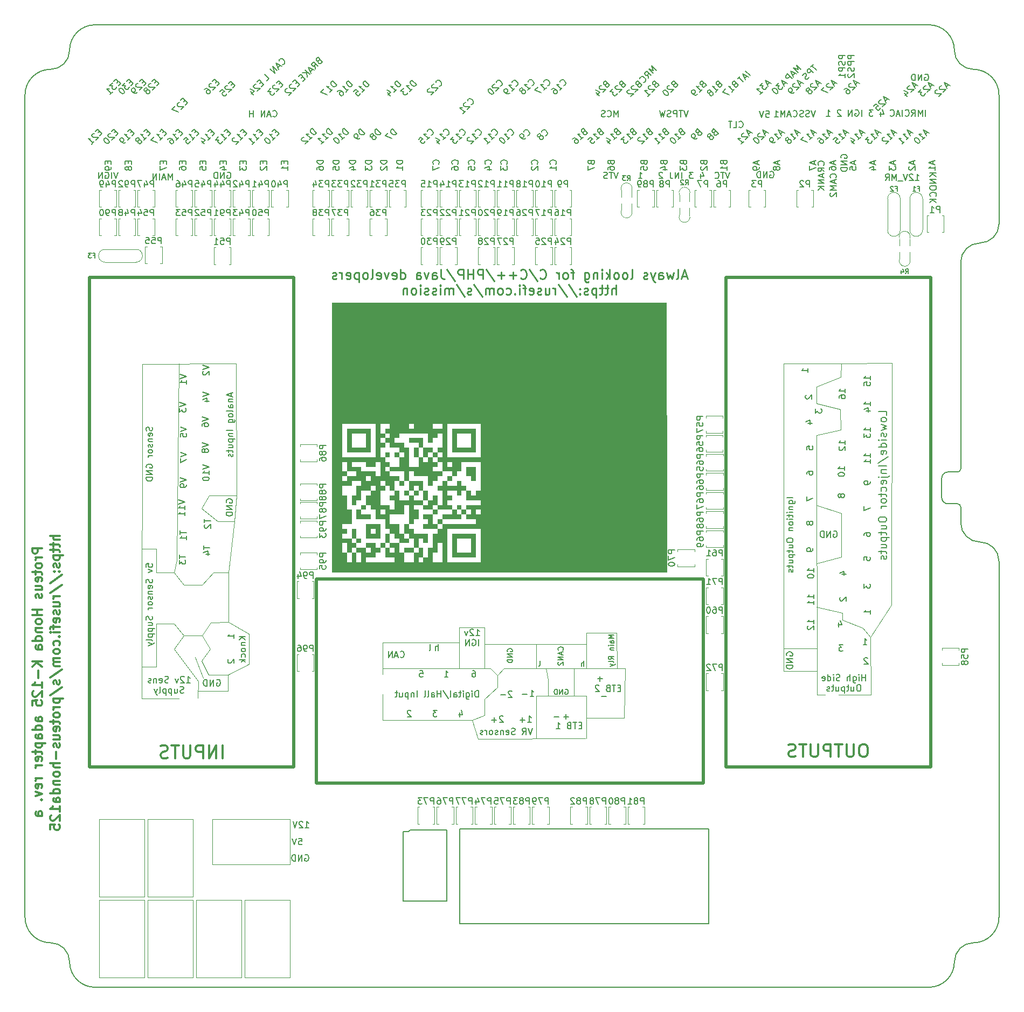
<source format=gbo>
G04 #@! TF.GenerationSoftware,KiCad,Pcbnew,(5.99.0-12439-g94954386e6)*
G04 #@! TF.CreationDate,2021-10-11T23:11:19+03:00*
G04 #@! TF.ProjectId,proteus125honda,70726f74-6575-4733-9132-35686f6e6461,rev?*
G04 #@! TF.SameCoordinates,PX5a995c0PYcfb5d40*
G04 #@! TF.FileFunction,Legend,Bot*
G04 #@! TF.FilePolarity,Positive*
%FSLAX46Y46*%
G04 Gerber Fmt 4.6, Leading zero omitted, Abs format (unit mm)*
G04 Created by KiCad (PCBNEW (5.99.0-12439-g94954386e6)) date 2021-10-11 23:11:19*
%MOMM*%
%LPD*%
G01*
G04 APERTURE LIST*
%ADD10C,0.120000*%
G04 #@! TA.AperFunction,Profile*
%ADD11C,0.200000*%
G04 #@! TD*
%ADD12C,0.150000*%
%ADD13C,0.300000*%
%ADD14C,0.250000*%
%ADD15C,0.127000*%
%ADD16C,0.152400*%
%ADD17C,0.139700*%
%ADD18C,0.200000*%
%ADD19C,0.099060*%
%ADD20C,0.500000*%
G04 APERTURE END LIST*
D10*
X48250000Y90000000D02*
X100750000Y90000000D01*
X100750000Y90000000D02*
X100750000Y107600000D01*
X100750000Y107600000D02*
X48250000Y107600000D01*
X48250000Y107600000D02*
X48250000Y90000000D01*
G36*
X48250000Y90000000D02*
G01*
X100750000Y90000000D01*
X100750000Y107600000D01*
X48250000Y107600000D01*
X48250000Y90000000D01*
G37*
X72800000Y65250000D02*
X100800000Y65250000D01*
X100800000Y65250000D02*
X100800000Y89950000D01*
X100800000Y89950000D02*
X72800000Y89950000D01*
X72800000Y89950000D02*
X72800000Y65250000D01*
G36*
X72800000Y65250000D02*
G01*
X100800000Y65250000D01*
X100800000Y89950000D01*
X72800000Y89950000D01*
X72800000Y65250000D01*
G37*
D11*
X4000001Y144299999D02*
G75*
G03*
X7000000Y147300000I-1J3000000D01*
G01*
X153000000Y120000000D02*
X153000000Y140300000D01*
X6999996Y3999998D02*
G75*
G03*
X10999998Y0I4000000J2D01*
G01*
X11000000Y151300000D02*
X142000000Y151300000D01*
X149000002Y7000002D02*
G75*
G03*
X153000000Y11000000I0J3999998D01*
G01*
X146500000Y76000000D02*
X145000000Y76000000D01*
X11000000Y0D02*
X142000000Y0D01*
X144000003Y76999997D02*
G75*
G03*
X145000000Y76000000I999997J0D01*
G01*
X3999996Y7000002D02*
G75*
G02*
X-2Y11000000I0J3999998D01*
G01*
X144000000Y77000000D02*
X144000000Y80000000D01*
X147000000Y114000000D02*
G75*
G02*
X150000000Y117000000I3000000J0D01*
G01*
X149000000Y7000000D02*
G75*
G03*
X146000000Y4000000I0J-3000000D01*
G01*
X6999997Y147300001D02*
G75*
G02*
X11000000Y151300000I4000001J-2D01*
G01*
X-2Y11000000D02*
X0Y140300000D01*
X146000003Y147300001D02*
G75*
G03*
X142000000Y151300000I-4000001J-2D01*
G01*
X150000000Y70000000D02*
G75*
G02*
X153000000Y67000000I0J-3000000D01*
G01*
X145000000Y81000000D02*
X146500000Y81000000D01*
X3999998Y7000000D02*
G75*
G02*
X6999998Y4000000I0J-3000000D01*
G01*
X148999999Y144299999D02*
G75*
G02*
X146000000Y147300000I1J3000000D01*
G01*
X146500001Y76000001D02*
G75*
G02*
X147000000Y75500000I-1J-500000D01*
G01*
X146500001Y81000001D02*
G75*
G03*
X147000000Y81500000I0J499999D01*
G01*
X143999997Y80000003D02*
G75*
G02*
X145000000Y81000000I1000000J-3D01*
G01*
X147000000Y81500000D02*
X147000000Y114000000D01*
X147000000Y73000000D02*
X147000000Y75500000D01*
X150000000Y117000000D02*
G75*
G03*
X153000000Y120000000I0J3000000D01*
G01*
X146000002Y3999998D02*
G75*
G02*
X142000000Y0I-4000000J2D01*
G01*
X3999999Y144299999D02*
G75*
G03*
X0Y140300000I0J-3999999D01*
G01*
X147000000Y73000000D02*
G75*
G03*
X150000000Y70000000I3000000J0D01*
G01*
X153000000Y11000000D02*
X153000000Y67000000D01*
X149000001Y144299999D02*
G75*
G02*
X153000000Y140300000I0J-3999999D01*
G01*
D12*
X143152380Y128009524D02*
X142152380Y128009524D01*
X143152380Y127438096D02*
X142580952Y127866667D01*
X142152380Y127438096D02*
X142723809Y128009524D01*
X143152380Y127009524D02*
X142152380Y127009524D01*
X143152380Y126438096D01*
X142152380Y126438096D01*
X142152380Y125771429D02*
X142152380Y125580953D01*
X142200000Y125485715D01*
X142295238Y125390477D01*
X142485714Y125342858D01*
X142819047Y125342858D01*
X143009523Y125390477D01*
X143104761Y125485715D01*
X143152380Y125580953D01*
X143152380Y125771429D01*
X143104761Y125866667D01*
X143009523Y125961905D01*
X142819047Y126009524D01*
X142485714Y126009524D01*
X142295238Y125961905D01*
X142200000Y125866667D01*
X142152380Y125771429D01*
X143057142Y124342858D02*
X143104761Y124390477D01*
X143152380Y124533334D01*
X143152380Y124628572D01*
X143104761Y124771429D01*
X143009523Y124866667D01*
X142914285Y124914286D01*
X142723809Y124961905D01*
X142580952Y124961905D01*
X142390476Y124914286D01*
X142295238Y124866667D01*
X142200000Y124771429D01*
X142152380Y124628572D01*
X142152380Y124533334D01*
X142200000Y124390477D01*
X142247619Y124342858D01*
X143152380Y123914286D02*
X142152380Y123914286D01*
X143152380Y123342858D02*
X142580952Y123771429D01*
X142152380Y123342858D02*
X142723809Y123914286D01*
X40462690Y145057615D02*
X40530034Y145057615D01*
X40664721Y145124958D01*
X40732064Y145192302D01*
X40799408Y145326989D01*
X40799408Y145461676D01*
X40765736Y145562691D01*
X40664721Y145731050D01*
X40563705Y145832065D01*
X40395347Y145933080D01*
X40294331Y145966752D01*
X40159644Y145966752D01*
X40024957Y145899409D01*
X39957614Y145832065D01*
X39890270Y145697378D01*
X39890270Y145630035D01*
X40058629Y144922928D02*
X39721912Y144586210D01*
X40328003Y144788241D02*
X39385194Y145259645D01*
X39856599Y144316836D01*
X39620896Y144081134D02*
X38913790Y144788241D01*
X39216835Y143677073D01*
X38509729Y144384180D01*
X38004652Y142464890D02*
X38341370Y142801608D01*
X37634263Y143508714D01*
X137828571Y136947620D02*
X137828571Y137947620D01*
X137400000Y137233334D02*
X136923809Y137233334D01*
X137495238Y136947620D02*
X137161904Y137947620D01*
X136828571Y136947620D01*
X135923809Y137042858D02*
X135971428Y136995239D01*
X136114285Y136947620D01*
X136209523Y136947620D01*
X136352380Y136995239D01*
X136447619Y137090477D01*
X136495238Y137185715D01*
X136542857Y137376191D01*
X136542857Y137519048D01*
X136495238Y137709524D01*
X136447619Y137804762D01*
X136352380Y137900000D01*
X136209523Y137947620D01*
X136114285Y137947620D01*
X135971428Y137900000D01*
X135923809Y137852381D01*
X116390476Y137747620D02*
X116866666Y137747620D01*
X116914285Y137271429D01*
X116866666Y137319048D01*
X116771428Y137366667D01*
X116533333Y137366667D01*
X116438095Y137319048D01*
X116390476Y137271429D01*
X116342857Y137176191D01*
X116342857Y136938096D01*
X116390476Y136842858D01*
X116438095Y136795239D01*
X116533333Y136747620D01*
X116771428Y136747620D01*
X116866666Y136795239D01*
X116914285Y136842858D01*
X116057142Y137747620D02*
X115723809Y136747620D01*
X115390476Y137747620D01*
X134423809Y137614286D02*
X134423809Y136947620D01*
X134661904Y137995239D02*
X134900000Y137280953D01*
X134280952Y137280953D01*
X133233333Y137947620D02*
X132614285Y137947620D01*
X132947619Y137566667D01*
X132804761Y137566667D01*
X132709523Y137519048D01*
X132661904Y137471429D01*
X132614285Y137376191D01*
X132614285Y137138096D01*
X132661904Y137042858D01*
X132709523Y136995239D01*
X132804761Y136947620D01*
X133090476Y136947620D01*
X133185714Y136995239D01*
X133233333Y137042858D01*
X131423809Y136947620D02*
X131423809Y137947620D01*
X130423809Y137900000D02*
X130519047Y137947620D01*
X130661904Y137947620D01*
X130804761Y137900000D01*
X130900000Y137804762D01*
X130947619Y137709524D01*
X130995238Y137519048D01*
X130995238Y137376191D01*
X130947619Y137185715D01*
X130900000Y137090477D01*
X130804761Y136995239D01*
X130661904Y136947620D01*
X130566666Y136947620D01*
X130423809Y136995239D01*
X130376190Y137042858D01*
X130376190Y137376191D01*
X130566666Y137376191D01*
X129947619Y136947620D02*
X129947619Y137947620D01*
X129376190Y136947620D01*
X129376190Y137947620D01*
X128185714Y137852381D02*
X128138095Y137900000D01*
X128042857Y137947620D01*
X127804761Y137947620D01*
X127709523Y137900000D01*
X127661904Y137852381D01*
X127614285Y137757143D01*
X127614285Y137661905D01*
X127661904Y137519048D01*
X128233333Y136947620D01*
X127614285Y136947620D01*
X125900000Y136947620D02*
X126471428Y136947620D01*
X126185714Y136947620D02*
X126185714Y137947620D01*
X126280952Y137804762D01*
X126376190Y137709524D01*
X126471428Y137661905D01*
X106166666Y127814286D02*
X106166666Y127147620D01*
X106404761Y128195239D02*
X106642857Y127480953D01*
X106023809Y127480953D01*
X104976190Y128147620D02*
X104357142Y128147620D01*
X104690476Y127766667D01*
X104547619Y127766667D01*
X104452380Y127719048D01*
X104404761Y127671429D01*
X104357142Y127576191D01*
X104357142Y127338096D01*
X104404761Y127242858D01*
X104452380Y127195239D01*
X104547619Y127147620D01*
X104833333Y127147620D01*
X104928571Y127195239D01*
X104976190Y127242858D01*
X103166666Y127147620D02*
X103166666Y128147620D01*
X102690476Y127147620D02*
X102690476Y128147620D01*
X102119047Y127147620D01*
X102119047Y128147620D01*
X101357142Y128147620D02*
X101357142Y127433334D01*
X101404761Y127290477D01*
X101500000Y127195239D01*
X101642857Y127147620D01*
X101738095Y127147620D01*
X100166666Y128052381D02*
X100119047Y128100000D01*
X100023809Y128147620D01*
X99785714Y128147620D01*
X99690476Y128100000D01*
X99642857Y128052381D01*
X99595238Y127957143D01*
X99595238Y127861905D01*
X99642857Y127719048D01*
X100214285Y127147620D01*
X99595238Y127147620D01*
X96357142Y127147620D02*
X96928571Y127147620D01*
X96642857Y127147620D02*
X96642857Y128147620D01*
X96738095Y128004762D01*
X96833333Y127909524D01*
X96928571Y127861905D01*
X128852380Y146514286D02*
X127852380Y146514286D01*
X127852380Y146133334D01*
X127900000Y146038096D01*
X127947619Y145990477D01*
X128042857Y145942858D01*
X128185714Y145942858D01*
X128280952Y145990477D01*
X128328571Y146038096D01*
X128376190Y146133334D01*
X128376190Y146514286D01*
X128804761Y145561905D02*
X128852380Y145419048D01*
X128852380Y145180953D01*
X128804761Y145085715D01*
X128757142Y145038096D01*
X128661904Y144990477D01*
X128566666Y144990477D01*
X128471428Y145038096D01*
X128423809Y145085715D01*
X128376190Y145180953D01*
X128328571Y145371429D01*
X128280952Y145466667D01*
X128233333Y145514286D01*
X128138095Y145561905D01*
X128042857Y145561905D01*
X127947619Y145514286D01*
X127900000Y145466667D01*
X127852380Y145371429D01*
X127852380Y145133334D01*
X127900000Y144990477D01*
X128852380Y144561905D02*
X127852380Y144561905D01*
X127852380Y144180953D01*
X127900000Y144085715D01*
X127947619Y144038096D01*
X128042857Y143990477D01*
X128185714Y143990477D01*
X128280952Y144038096D01*
X128328571Y144085715D01*
X128376190Y144180953D01*
X128376190Y144561905D01*
X128852380Y143038096D02*
X128852380Y143609524D01*
X128852380Y143323810D02*
X127852380Y143323810D01*
X127995238Y143419048D01*
X128090476Y143514286D01*
X128138095Y143609524D01*
X42988214Y23407620D02*
X43464404Y23407620D01*
X43512023Y22931429D01*
X43464404Y22979048D01*
X43369166Y23026667D01*
X43131071Y23026667D01*
X43035833Y22979048D01*
X42988214Y22931429D01*
X42940595Y22836191D01*
X42940595Y22598096D01*
X42988214Y22502858D01*
X43035833Y22455239D01*
X43131071Y22407620D01*
X43369166Y22407620D01*
X43464404Y22455239D01*
X43512023Y22502858D01*
X42654880Y23407620D02*
X42321547Y22407620D01*
X41988214Y23407620D01*
X38947619Y136942858D02*
X38995238Y136895239D01*
X39138095Y136847620D01*
X39233333Y136847620D01*
X39376190Y136895239D01*
X39471428Y136990477D01*
X39519047Y137085715D01*
X39566666Y137276191D01*
X39566666Y137419048D01*
X39519047Y137609524D01*
X39471428Y137704762D01*
X39376190Y137800000D01*
X39233333Y137847620D01*
X39138095Y137847620D01*
X38995238Y137800000D01*
X38947619Y137752381D01*
X38566666Y137133334D02*
X38090476Y137133334D01*
X38661904Y136847620D02*
X38328571Y137847620D01*
X37995238Y136847620D01*
X37661904Y136847620D02*
X37661904Y137847620D01*
X37090476Y136847620D01*
X37090476Y137847620D01*
X35852380Y136847620D02*
X35852380Y137847620D01*
X35852380Y137371429D02*
X35280952Y137371429D01*
X35280952Y136847620D02*
X35280952Y137847620D01*
X139871428Y126847620D02*
X140442857Y126847620D01*
X140157142Y126847620D02*
X140157142Y127847620D01*
X140252380Y127704762D01*
X140347619Y127609524D01*
X140442857Y127561905D01*
X139490476Y127752381D02*
X139442857Y127800000D01*
X139347619Y127847620D01*
X139109523Y127847620D01*
X139014285Y127800000D01*
X138966666Y127752381D01*
X138919047Y127657143D01*
X138919047Y127561905D01*
X138966666Y127419048D01*
X139538095Y126847620D01*
X138919047Y126847620D01*
X138633333Y127847620D02*
X138300000Y126847620D01*
X137966666Y127847620D01*
X137871428Y126752381D02*
X137109523Y126752381D01*
X136871428Y126847620D02*
X136871428Y127847620D01*
X136538095Y127133334D01*
X136204761Y127847620D01*
X136204761Y126847620D01*
X135157142Y126847620D02*
X135490476Y127323810D01*
X135728571Y126847620D02*
X135728571Y127847620D01*
X135347619Y127847620D01*
X135252380Y127800000D01*
X135204761Y127752381D01*
X135157142Y127657143D01*
X135157142Y127514286D01*
X135204761Y127419048D01*
X135252380Y127371429D01*
X135347619Y127323810D01*
X135728571Y127323810D01*
X113892301Y143352539D02*
X113185194Y144059645D01*
X113387225Y143251523D02*
X113050507Y142914806D01*
X113656599Y143116836D02*
X112713790Y143588241D01*
X113185194Y142645432D01*
X112343400Y143217852D02*
X111939339Y142813791D01*
X112848477Y142308714D02*
X112141370Y143015821D01*
X31761904Y128100000D02*
X31857142Y128147620D01*
X32000000Y128147620D01*
X32142857Y128100000D01*
X32238095Y128004762D01*
X32285714Y127909524D01*
X32333333Y127719048D01*
X32333333Y127576191D01*
X32285714Y127385715D01*
X32238095Y127290477D01*
X32142857Y127195239D01*
X32000000Y127147620D01*
X31904761Y127147620D01*
X31761904Y127195239D01*
X31714285Y127242858D01*
X31714285Y127576191D01*
X31904761Y127576191D01*
X31285714Y127147620D02*
X31285714Y128147620D01*
X30714285Y127147620D01*
X30714285Y128147620D01*
X30238095Y127147620D02*
X30238095Y128147620D01*
X30000000Y128147620D01*
X29857142Y128100000D01*
X29761904Y128004762D01*
X29714285Y127909524D01*
X29666666Y127719048D01*
X29666666Y127576191D01*
X29714285Y127385715D01*
X29761904Y127290477D01*
X29857142Y127195239D01*
X30000000Y127147620D01*
X30238095Y127147620D01*
X93190476Y128147620D02*
X92857142Y127147620D01*
X92523809Y128147620D01*
X92333333Y128147620D02*
X91761904Y128147620D01*
X92047619Y127147620D02*
X92047619Y128147620D01*
X91476190Y127195239D02*
X91333333Y127147620D01*
X91095238Y127147620D01*
X91000000Y127195239D01*
X90952380Y127242858D01*
X90904761Y127338096D01*
X90904761Y127433334D01*
X90952380Y127528572D01*
X91000000Y127576191D01*
X91095238Y127623810D01*
X91285714Y127671429D01*
X91380952Y127719048D01*
X91428571Y127766667D01*
X91476190Y127861905D01*
X91476190Y127957143D01*
X91428571Y128052381D01*
X91380952Y128100000D01*
X91285714Y128147620D01*
X91047619Y128147620D01*
X90904761Y128100000D01*
X130252380Y146514286D02*
X129252380Y146514286D01*
X129252380Y146133334D01*
X129300000Y146038096D01*
X129347619Y145990477D01*
X129442857Y145942858D01*
X129585714Y145942858D01*
X129680952Y145990477D01*
X129728571Y146038096D01*
X129776190Y146133334D01*
X129776190Y146514286D01*
X130252380Y145514286D02*
X129252380Y145514286D01*
X129252380Y145133334D01*
X129300000Y145038096D01*
X129347619Y144990477D01*
X129442857Y144942858D01*
X129585714Y144942858D01*
X129680952Y144990477D01*
X129728571Y145038096D01*
X129776190Y145133334D01*
X129776190Y145514286D01*
X130204761Y144561905D02*
X130252380Y144419048D01*
X130252380Y144180953D01*
X130204761Y144085715D01*
X130157142Y144038096D01*
X130061904Y143990477D01*
X129966666Y143990477D01*
X129871428Y144038096D01*
X129823809Y144085715D01*
X129776190Y144180953D01*
X129728571Y144371429D01*
X129680952Y144466667D01*
X129633333Y144514286D01*
X129538095Y144561905D01*
X129442857Y144561905D01*
X129347619Y144514286D01*
X129300000Y144466667D01*
X129252380Y144371429D01*
X129252380Y144133334D01*
X129300000Y143990477D01*
X129347619Y143609524D02*
X129300000Y143561905D01*
X129252380Y143466667D01*
X129252380Y143228572D01*
X129300000Y143133334D01*
X129347619Y143085715D01*
X129442857Y143038096D01*
X129538095Y143038096D01*
X129680952Y143085715D01*
X130252380Y143657143D01*
X130252380Y143038096D01*
X110714285Y128147620D02*
X110380952Y127147620D01*
X110047619Y128147620D01*
X109857142Y128147620D02*
X109285714Y128147620D01*
X109571428Y127147620D02*
X109571428Y128147620D01*
X108380952Y127242858D02*
X108428571Y127195239D01*
X108571428Y127147620D01*
X108666666Y127147620D01*
X108809523Y127195239D01*
X108904761Y127290477D01*
X108952380Y127385715D01*
X109000000Y127576191D01*
X109000000Y127719048D01*
X108952380Y127909524D01*
X108904761Y128004762D01*
X108809523Y128100000D01*
X108666666Y128147620D01*
X108571428Y128147620D01*
X108428571Y128100000D01*
X108380952Y128052381D01*
X123805076Y145079527D02*
X123401015Y144675466D01*
X124310152Y144170390D02*
X123603045Y144877497D01*
X123872419Y143732657D02*
X123165312Y144439764D01*
X122895938Y144170390D01*
X122862267Y144069375D01*
X122862267Y144002031D01*
X122895938Y143901016D01*
X122996954Y143800000D01*
X123097969Y143766329D01*
X123165312Y143766329D01*
X123266328Y143800000D01*
X123535702Y144069375D01*
X123165312Y143092894D02*
X123097969Y142958207D01*
X122929610Y142789848D01*
X122828595Y142756176D01*
X122761251Y142756176D01*
X122660236Y142789848D01*
X122592893Y142857191D01*
X122559221Y142958207D01*
X122559221Y143025550D01*
X122592893Y143126565D01*
X122693908Y143294924D01*
X122727580Y143395939D01*
X122727580Y143463283D01*
X122693908Y143564298D01*
X122626564Y143631642D01*
X122525549Y143665313D01*
X122458206Y143665313D01*
X122357190Y143631642D01*
X122188832Y143463283D01*
X122121488Y143328596D01*
X121912183Y144272420D02*
X121205076Y144979527D01*
X121474450Y144238749D01*
X120733671Y144508123D01*
X121440778Y143801016D01*
X120935702Y143700000D02*
X120598984Y143363283D01*
X121205076Y143565313D02*
X120262267Y144036718D01*
X120733671Y143093909D01*
X120497969Y142858207D02*
X119790862Y143565313D01*
X119521488Y143295939D01*
X119487816Y143194924D01*
X119487816Y143127581D01*
X119521488Y143026565D01*
X119622503Y142925550D01*
X119723519Y142891878D01*
X119790862Y142891878D01*
X119891877Y142925550D01*
X120161251Y143194924D01*
D13*
X5478571Y70971429D02*
X3978571Y70971429D01*
X5478571Y70328572D02*
X4692857Y70328572D01*
X4550000Y70400000D01*
X4478571Y70542858D01*
X4478571Y70757143D01*
X4550000Y70900000D01*
X4621428Y70971429D01*
X4478571Y69828572D02*
X4478571Y69257143D01*
X3978571Y69614286D02*
X5264285Y69614286D01*
X5407142Y69542858D01*
X5478571Y69400000D01*
X5478571Y69257143D01*
X4478571Y68971429D02*
X4478571Y68400000D01*
X3978571Y68757143D02*
X5264285Y68757143D01*
X5407142Y68685715D01*
X5478571Y68542858D01*
X5478571Y68400000D01*
X4478571Y67900000D02*
X5978571Y67900000D01*
X4550000Y67900000D02*
X4478571Y67757143D01*
X4478571Y67471429D01*
X4550000Y67328572D01*
X4621428Y67257143D01*
X4764285Y67185715D01*
X5192857Y67185715D01*
X5335714Y67257143D01*
X5407142Y67328572D01*
X5478571Y67471429D01*
X5478571Y67757143D01*
X5407142Y67900000D01*
X5407142Y66614286D02*
X5478571Y66471429D01*
X5478571Y66185715D01*
X5407142Y66042858D01*
X5264285Y65971429D01*
X5192857Y65971429D01*
X5050000Y66042858D01*
X4978571Y66185715D01*
X4978571Y66400000D01*
X4907142Y66542858D01*
X4764285Y66614286D01*
X4692857Y66614286D01*
X4550000Y66542858D01*
X4478571Y66400000D01*
X4478571Y66185715D01*
X4550000Y66042858D01*
X5335714Y65328572D02*
X5407142Y65257143D01*
X5478571Y65328572D01*
X5407142Y65400000D01*
X5335714Y65328572D01*
X5478571Y65328572D01*
X4550000Y65328572D02*
X4621428Y65257143D01*
X4692857Y65328572D01*
X4621428Y65400000D01*
X4550000Y65328572D01*
X4692857Y65328572D01*
X3907142Y63542858D02*
X5835714Y64828572D01*
X3907142Y61971429D02*
X5835714Y63257143D01*
X5478571Y61471429D02*
X4478571Y61471429D01*
X4764285Y61471429D02*
X4621428Y61400000D01*
X4550000Y61328572D01*
X4478571Y61185715D01*
X4478571Y61042858D01*
X4478571Y59900000D02*
X5478571Y59900000D01*
X4478571Y60542858D02*
X5264285Y60542858D01*
X5407142Y60471429D01*
X5478571Y60328572D01*
X5478571Y60114286D01*
X5407142Y59971429D01*
X5335714Y59900000D01*
X5407142Y59257143D02*
X5478571Y59114286D01*
X5478571Y58828572D01*
X5407142Y58685715D01*
X5264285Y58614286D01*
X5192857Y58614286D01*
X5050000Y58685715D01*
X4978571Y58828572D01*
X4978571Y59042858D01*
X4907142Y59185715D01*
X4764285Y59257143D01*
X4692857Y59257143D01*
X4550000Y59185715D01*
X4478571Y59042858D01*
X4478571Y58828572D01*
X4550000Y58685715D01*
X5407142Y57400000D02*
X5478571Y57542858D01*
X5478571Y57828572D01*
X5407142Y57971429D01*
X5264285Y58042858D01*
X4692857Y58042858D01*
X4550000Y57971429D01*
X4478571Y57828572D01*
X4478571Y57542858D01*
X4550000Y57400000D01*
X4692857Y57328572D01*
X4835714Y57328572D01*
X4978571Y58042858D01*
X4478571Y56900000D02*
X4478571Y56328572D01*
X5478571Y56685715D02*
X4192857Y56685715D01*
X4050000Y56614286D01*
X3978571Y56471429D01*
X3978571Y56328572D01*
X5478571Y55828572D02*
X4478571Y55828572D01*
X3978571Y55828572D02*
X4050000Y55900000D01*
X4121428Y55828572D01*
X4050000Y55757143D01*
X3978571Y55828572D01*
X4121428Y55828572D01*
X5335714Y55114286D02*
X5407142Y55042858D01*
X5478571Y55114286D01*
X5407142Y55185715D01*
X5335714Y55114286D01*
X5478571Y55114286D01*
X5407142Y53757143D02*
X5478571Y53900000D01*
X5478571Y54185715D01*
X5407142Y54328572D01*
X5335714Y54400000D01*
X5192857Y54471429D01*
X4764285Y54471429D01*
X4621428Y54400000D01*
X4550000Y54328572D01*
X4478571Y54185715D01*
X4478571Y53900000D01*
X4550000Y53757143D01*
X5478571Y52900000D02*
X5407142Y53042858D01*
X5335714Y53114286D01*
X5192857Y53185715D01*
X4764285Y53185715D01*
X4621428Y53114286D01*
X4550000Y53042858D01*
X4478571Y52900000D01*
X4478571Y52685715D01*
X4550000Y52542858D01*
X4621428Y52471429D01*
X4764285Y52400000D01*
X5192857Y52400000D01*
X5335714Y52471429D01*
X5407142Y52542858D01*
X5478571Y52685715D01*
X5478571Y52900000D01*
X5478571Y51757143D02*
X4478571Y51757143D01*
X4621428Y51757143D02*
X4550000Y51685715D01*
X4478571Y51542858D01*
X4478571Y51328572D01*
X4550000Y51185715D01*
X4692857Y51114286D01*
X5478571Y51114286D01*
X4692857Y51114286D02*
X4550000Y51042858D01*
X4478571Y50900000D01*
X4478571Y50685715D01*
X4550000Y50542858D01*
X4692857Y50471429D01*
X5478571Y50471429D01*
X3907142Y48685715D02*
X5835714Y49971429D01*
X5407142Y48257143D02*
X5478571Y48114286D01*
X5478571Y47828572D01*
X5407142Y47685715D01*
X5264285Y47614286D01*
X5192857Y47614286D01*
X5050000Y47685715D01*
X4978571Y47828572D01*
X4978571Y48042858D01*
X4907142Y48185715D01*
X4764285Y48257143D01*
X4692857Y48257143D01*
X4550000Y48185715D01*
X4478571Y48042858D01*
X4478571Y47828572D01*
X4550000Y47685715D01*
X3907142Y45900000D02*
X5835714Y47185715D01*
X4478571Y45400000D02*
X5978571Y45400000D01*
X4550000Y45400000D02*
X4478571Y45257143D01*
X4478571Y44971429D01*
X4550000Y44828572D01*
X4621428Y44757143D01*
X4764285Y44685715D01*
X5192857Y44685715D01*
X5335714Y44757143D01*
X5407142Y44828572D01*
X5478571Y44971429D01*
X5478571Y45257143D01*
X5407142Y45400000D01*
X5478571Y44042858D02*
X4478571Y44042858D01*
X4764285Y44042858D02*
X4621428Y43971429D01*
X4550000Y43900000D01*
X4478571Y43757143D01*
X4478571Y43614286D01*
X5478571Y42900000D02*
X5407142Y43042858D01*
X5335714Y43114286D01*
X5192857Y43185715D01*
X4764285Y43185715D01*
X4621428Y43114286D01*
X4550000Y43042858D01*
X4478571Y42900000D01*
X4478571Y42685715D01*
X4550000Y42542858D01*
X4621428Y42471429D01*
X4764285Y42400000D01*
X5192857Y42400000D01*
X5335714Y42471429D01*
X5407142Y42542858D01*
X5478571Y42685715D01*
X5478571Y42900000D01*
X4478571Y41971429D02*
X4478571Y41400000D01*
X3978571Y41757143D02*
X5264285Y41757143D01*
X5407142Y41685715D01*
X5478571Y41542858D01*
X5478571Y41400000D01*
X5407142Y40328572D02*
X5478571Y40471429D01*
X5478571Y40757143D01*
X5407142Y40900000D01*
X5264285Y40971429D01*
X4692857Y40971429D01*
X4550000Y40900000D01*
X4478571Y40757143D01*
X4478571Y40471429D01*
X4550000Y40328572D01*
X4692857Y40257143D01*
X4835714Y40257143D01*
X4978571Y40971429D01*
X4478571Y38971429D02*
X5478571Y38971429D01*
X4478571Y39614286D02*
X5264285Y39614286D01*
X5407142Y39542858D01*
X5478571Y39400000D01*
X5478571Y39185715D01*
X5407142Y39042858D01*
X5335714Y38971429D01*
X5407142Y38328572D02*
X5478571Y38185715D01*
X5478571Y37900000D01*
X5407142Y37757143D01*
X5264285Y37685715D01*
X5192857Y37685715D01*
X5050000Y37757143D01*
X4978571Y37900000D01*
X4978571Y38114286D01*
X4907142Y38257143D01*
X4764285Y38328572D01*
X4692857Y38328572D01*
X4550000Y38257143D01*
X4478571Y38114286D01*
X4478571Y37900000D01*
X4550000Y37757143D01*
X4907142Y37042858D02*
X4907142Y35900000D01*
X5478571Y35185715D02*
X3978571Y35185715D01*
X5478571Y34542858D02*
X4692857Y34542858D01*
X4550000Y34614286D01*
X4478571Y34757143D01*
X4478571Y34971429D01*
X4550000Y35114286D01*
X4621428Y35185715D01*
X5478571Y33614286D02*
X5407142Y33757143D01*
X5335714Y33828572D01*
X5192857Y33900000D01*
X4764285Y33900000D01*
X4621428Y33828572D01*
X4550000Y33757143D01*
X4478571Y33614286D01*
X4478571Y33400000D01*
X4550000Y33257143D01*
X4621428Y33185715D01*
X4764285Y33114286D01*
X5192857Y33114286D01*
X5335714Y33185715D01*
X5407142Y33257143D01*
X5478571Y33400000D01*
X5478571Y33614286D01*
X4478571Y32471429D02*
X5478571Y32471429D01*
X4621428Y32471429D02*
X4550000Y32400000D01*
X4478571Y32257143D01*
X4478571Y32042858D01*
X4550000Y31900000D01*
X4692857Y31828572D01*
X5478571Y31828572D01*
X5478571Y30471429D02*
X3978571Y30471429D01*
X5407142Y30471429D02*
X5478571Y30614286D01*
X5478571Y30900000D01*
X5407142Y31042858D01*
X5335714Y31114286D01*
X5192857Y31185715D01*
X4764285Y31185715D01*
X4621428Y31114286D01*
X4550000Y31042858D01*
X4478571Y30900000D01*
X4478571Y30614286D01*
X4550000Y30471429D01*
X5478571Y29114286D02*
X4692857Y29114286D01*
X4550000Y29185715D01*
X4478571Y29328572D01*
X4478571Y29614286D01*
X4550000Y29757143D01*
X5407142Y29114286D02*
X5478571Y29257143D01*
X5478571Y29614286D01*
X5407142Y29757143D01*
X5264285Y29828572D01*
X5121428Y29828572D01*
X4978571Y29757143D01*
X4907142Y29614286D01*
X4907142Y29257143D01*
X4835714Y29114286D01*
X5478571Y27614286D02*
X5478571Y28471429D01*
X5478571Y28042858D02*
X3978571Y28042858D01*
X4192857Y28185715D01*
X4335714Y28328572D01*
X4407142Y28471429D01*
X4121428Y27042858D02*
X4050000Y26971429D01*
X3978571Y26828572D01*
X3978571Y26471429D01*
X4050000Y26328572D01*
X4121428Y26257143D01*
X4264285Y26185715D01*
X4407142Y26185715D01*
X4621428Y26257143D01*
X5478571Y27114286D01*
X5478571Y26185715D01*
X3978571Y24828572D02*
X3978571Y25542858D01*
X4692857Y25614286D01*
X4621428Y25542858D01*
X4550000Y25400000D01*
X4550000Y25042858D01*
X4621428Y24900000D01*
X4692857Y24828572D01*
X4835714Y24757143D01*
X5192857Y24757143D01*
X5335714Y24828572D01*
X5407142Y24900000D01*
X5478571Y25042858D01*
X5478571Y25400000D01*
X5407142Y25542858D01*
X5335714Y25614286D01*
D12*
X127357142Y127266667D02*
X127404761Y127314286D01*
X127452380Y127457143D01*
X127452380Y127552381D01*
X127404761Y127695239D01*
X127309523Y127790477D01*
X127214285Y127838096D01*
X127023809Y127885715D01*
X126880952Y127885715D01*
X126690476Y127838096D01*
X126595238Y127790477D01*
X126500000Y127695239D01*
X126452380Y127552381D01*
X126452380Y127457143D01*
X126500000Y127314286D01*
X126547619Y127266667D01*
X127166666Y126885715D02*
X127166666Y126409524D01*
X127452380Y126980953D02*
X126452380Y126647620D01*
X127452380Y126314286D01*
X127452380Y125980953D02*
X126452380Y125980953D01*
X127166666Y125647620D01*
X126452380Y125314286D01*
X127452380Y125314286D01*
X126547619Y124885715D02*
X126500000Y124838096D01*
X126452380Y124742858D01*
X126452380Y124504762D01*
X126500000Y124409524D01*
X126547619Y124361905D01*
X126642857Y124314286D01*
X126738095Y124314286D01*
X126880952Y124361905D01*
X127452380Y124933334D01*
X127452380Y124314286D01*
X104161904Y137847620D02*
X103828571Y136847620D01*
X103495238Y137847620D01*
X103304761Y137847620D02*
X102733333Y137847620D01*
X103019047Y136847620D02*
X103019047Y137847620D01*
X102400000Y136847620D02*
X102400000Y137847620D01*
X102019047Y137847620D01*
X101923809Y137800000D01*
X101876190Y137752381D01*
X101828571Y137657143D01*
X101828571Y137514286D01*
X101876190Y137419048D01*
X101923809Y137371429D01*
X102019047Y137323810D01*
X102400000Y137323810D01*
X101447619Y136895239D02*
X101304761Y136847620D01*
X101066666Y136847620D01*
X100971428Y136895239D01*
X100923809Y136942858D01*
X100876190Y137038096D01*
X100876190Y137133334D01*
X100923809Y137228572D01*
X100971428Y137276191D01*
X101066666Y137323810D01*
X101257142Y137371429D01*
X101352380Y137419048D01*
X101400000Y137466667D01*
X101447619Y137561905D01*
X101447619Y137657143D01*
X101400000Y137752381D01*
X101352380Y137800000D01*
X101257142Y137847620D01*
X101019047Y137847620D01*
X100876190Y137800000D01*
X100542857Y137847620D02*
X100304761Y136847620D01*
X100114285Y137561905D01*
X99923809Y136847620D01*
X99685714Y137847620D01*
X23123809Y126947620D02*
X23123809Y127947620D01*
X22790476Y127233334D01*
X22457142Y127947620D01*
X22457142Y126947620D01*
X22028571Y127233334D02*
X21552380Y127233334D01*
X22123809Y126947620D02*
X21790476Y127947620D01*
X21457142Y126947620D01*
X21123809Y126947620D02*
X21123809Y127947620D01*
X20647619Y126947620D02*
X20647619Y127947620D01*
X20076190Y126947620D01*
X20076190Y127947620D01*
D13*
X2678571Y69035715D02*
X1178571Y69035715D01*
X1178571Y68464286D01*
X1250000Y68321429D01*
X1321428Y68250000D01*
X1464285Y68178572D01*
X1678571Y68178572D01*
X1821428Y68250000D01*
X1892857Y68321429D01*
X1964285Y68464286D01*
X1964285Y69035715D01*
X2678571Y67535715D02*
X1678571Y67535715D01*
X1964285Y67535715D02*
X1821428Y67464286D01*
X1750000Y67392858D01*
X1678571Y67250000D01*
X1678571Y67107143D01*
X2678571Y66392858D02*
X2607142Y66535715D01*
X2535714Y66607143D01*
X2392857Y66678572D01*
X1964285Y66678572D01*
X1821428Y66607143D01*
X1750000Y66535715D01*
X1678571Y66392858D01*
X1678571Y66178572D01*
X1750000Y66035715D01*
X1821428Y65964286D01*
X1964285Y65892858D01*
X2392857Y65892858D01*
X2535714Y65964286D01*
X2607142Y66035715D01*
X2678571Y66178572D01*
X2678571Y66392858D01*
X1678571Y65464286D02*
X1678571Y64892858D01*
X1178571Y65250000D02*
X2464285Y65250000D01*
X2607142Y65178572D01*
X2678571Y65035715D01*
X2678571Y64892858D01*
X2607142Y63821429D02*
X2678571Y63964286D01*
X2678571Y64250000D01*
X2607142Y64392858D01*
X2464285Y64464286D01*
X1892857Y64464286D01*
X1750000Y64392858D01*
X1678571Y64250000D01*
X1678571Y63964286D01*
X1750000Y63821429D01*
X1892857Y63750000D01*
X2035714Y63750000D01*
X2178571Y64464286D01*
X1678571Y62464286D02*
X2678571Y62464286D01*
X1678571Y63107143D02*
X2464285Y63107143D01*
X2607142Y63035715D01*
X2678571Y62892858D01*
X2678571Y62678572D01*
X2607142Y62535715D01*
X2535714Y62464286D01*
X2607142Y61821429D02*
X2678571Y61678572D01*
X2678571Y61392858D01*
X2607142Y61250000D01*
X2464285Y61178572D01*
X2392857Y61178572D01*
X2250000Y61250000D01*
X2178571Y61392858D01*
X2178571Y61607143D01*
X2107142Y61750000D01*
X1964285Y61821429D01*
X1892857Y61821429D01*
X1750000Y61750000D01*
X1678571Y61607143D01*
X1678571Y61392858D01*
X1750000Y61250000D01*
X2678571Y59392858D02*
X1178571Y59392858D01*
X1892857Y59392858D02*
X1892857Y58535715D01*
X2678571Y58535715D02*
X1178571Y58535715D01*
X2678571Y57607143D02*
X2607142Y57750000D01*
X2535714Y57821429D01*
X2392857Y57892858D01*
X1964285Y57892858D01*
X1821428Y57821429D01*
X1750000Y57750000D01*
X1678571Y57607143D01*
X1678571Y57392858D01*
X1750000Y57250000D01*
X1821428Y57178572D01*
X1964285Y57107143D01*
X2392857Y57107143D01*
X2535714Y57178572D01*
X2607142Y57250000D01*
X2678571Y57392858D01*
X2678571Y57607143D01*
X1678571Y56464286D02*
X2678571Y56464286D01*
X1821428Y56464286D02*
X1750000Y56392858D01*
X1678571Y56250000D01*
X1678571Y56035715D01*
X1750000Y55892858D01*
X1892857Y55821429D01*
X2678571Y55821429D01*
X2678571Y54464286D02*
X1178571Y54464286D01*
X2607142Y54464286D02*
X2678571Y54607143D01*
X2678571Y54892858D01*
X2607142Y55035715D01*
X2535714Y55107143D01*
X2392857Y55178572D01*
X1964285Y55178572D01*
X1821428Y55107143D01*
X1750000Y55035715D01*
X1678571Y54892858D01*
X1678571Y54607143D01*
X1750000Y54464286D01*
X2678571Y53107143D02*
X1892857Y53107143D01*
X1750000Y53178572D01*
X1678571Y53321429D01*
X1678571Y53607143D01*
X1750000Y53750000D01*
X2607142Y53107143D02*
X2678571Y53250000D01*
X2678571Y53607143D01*
X2607142Y53750000D01*
X2464285Y53821429D01*
X2321428Y53821429D01*
X2178571Y53750000D01*
X2107142Y53607143D01*
X2107142Y53250000D01*
X2035714Y53107143D01*
X2678571Y51250000D02*
X1178571Y51250000D01*
X2678571Y50392858D02*
X1821428Y51035715D01*
X1178571Y50392858D02*
X2035714Y51250000D01*
X2107142Y49750000D02*
X2107142Y48607143D01*
X2678571Y47107143D02*
X2678571Y47964286D01*
X2678571Y47535715D02*
X1178571Y47535715D01*
X1392857Y47678572D01*
X1535714Y47821429D01*
X1607142Y47964286D01*
X1321428Y46535715D02*
X1250000Y46464286D01*
X1178571Y46321429D01*
X1178571Y45964286D01*
X1250000Y45821429D01*
X1321428Y45750000D01*
X1464285Y45678572D01*
X1607142Y45678572D01*
X1821428Y45750000D01*
X2678571Y46607143D01*
X2678571Y45678572D01*
X1178571Y44321429D02*
X1178571Y45035715D01*
X1892857Y45107143D01*
X1821428Y45035715D01*
X1750000Y44892858D01*
X1750000Y44535715D01*
X1821428Y44392858D01*
X1892857Y44321429D01*
X2035714Y44250000D01*
X2392857Y44250000D01*
X2535714Y44321429D01*
X2607142Y44392858D01*
X2678571Y44535715D01*
X2678571Y44892858D01*
X2607142Y45035715D01*
X2535714Y45107143D01*
X2678571Y41821429D02*
X1892857Y41821429D01*
X1750000Y41892858D01*
X1678571Y42035715D01*
X1678571Y42321429D01*
X1750000Y42464286D01*
X2607142Y41821429D02*
X2678571Y41964286D01*
X2678571Y42321429D01*
X2607142Y42464286D01*
X2464285Y42535715D01*
X2321428Y42535715D01*
X2178571Y42464286D01*
X2107142Y42321429D01*
X2107142Y41964286D01*
X2035714Y41821429D01*
X2678571Y40464286D02*
X1178571Y40464286D01*
X2607142Y40464286D02*
X2678571Y40607143D01*
X2678571Y40892858D01*
X2607142Y41035715D01*
X2535714Y41107143D01*
X2392857Y41178572D01*
X1964285Y41178572D01*
X1821428Y41107143D01*
X1750000Y41035715D01*
X1678571Y40892858D01*
X1678571Y40607143D01*
X1750000Y40464286D01*
X2678571Y39107143D02*
X1892857Y39107143D01*
X1750000Y39178572D01*
X1678571Y39321429D01*
X1678571Y39607143D01*
X1750000Y39750000D01*
X2607142Y39107143D02*
X2678571Y39250000D01*
X2678571Y39607143D01*
X2607142Y39750000D01*
X2464285Y39821429D01*
X2321428Y39821429D01*
X2178571Y39750000D01*
X2107142Y39607143D01*
X2107142Y39250000D01*
X2035714Y39107143D01*
X1678571Y38392858D02*
X3178571Y38392858D01*
X1750000Y38392858D02*
X1678571Y38250000D01*
X1678571Y37964286D01*
X1750000Y37821429D01*
X1821428Y37750000D01*
X1964285Y37678572D01*
X2392857Y37678572D01*
X2535714Y37750000D01*
X2607142Y37821429D01*
X2678571Y37964286D01*
X2678571Y38250000D01*
X2607142Y38392858D01*
X1678571Y37250000D02*
X1678571Y36678572D01*
X1178571Y37035715D02*
X2464285Y37035715D01*
X2607142Y36964286D01*
X2678571Y36821429D01*
X2678571Y36678572D01*
X2607142Y35607143D02*
X2678571Y35750000D01*
X2678571Y36035715D01*
X2607142Y36178572D01*
X2464285Y36250000D01*
X1892857Y36250000D01*
X1750000Y36178572D01*
X1678571Y36035715D01*
X1678571Y35750000D01*
X1750000Y35607143D01*
X1892857Y35535715D01*
X2035714Y35535715D01*
X2178571Y36250000D01*
X2678571Y34892858D02*
X1678571Y34892858D01*
X1964285Y34892858D02*
X1821428Y34821429D01*
X1750000Y34750000D01*
X1678571Y34607143D01*
X1678571Y34464286D01*
X2678571Y32821429D02*
X1678571Y32821429D01*
X1964285Y32821429D02*
X1821428Y32750000D01*
X1750000Y32678572D01*
X1678571Y32535715D01*
X1678571Y32392858D01*
X2607142Y31321429D02*
X2678571Y31464286D01*
X2678571Y31750000D01*
X2607142Y31892858D01*
X2464285Y31964286D01*
X1892857Y31964286D01*
X1750000Y31892858D01*
X1678571Y31750000D01*
X1678571Y31464286D01*
X1750000Y31321429D01*
X1892857Y31250000D01*
X2035714Y31250000D01*
X2178571Y31964286D01*
X1678571Y30750000D02*
X2678571Y30392858D01*
X1678571Y30035715D01*
X2535714Y29464286D02*
X2607142Y29392858D01*
X2678571Y29464286D01*
X2607142Y29535715D01*
X2535714Y29464286D01*
X2678571Y29464286D01*
X2678571Y26964286D02*
X1892857Y26964286D01*
X1750000Y27035715D01*
X1678571Y27178572D01*
X1678571Y27464286D01*
X1750000Y27607143D01*
X2607142Y26964286D02*
X2678571Y27107143D01*
X2678571Y27464286D01*
X2607142Y27607143D01*
X2464285Y27678572D01*
X2321428Y27678572D01*
X2178571Y27607143D01*
X2107142Y27464286D01*
X2107142Y27107143D01*
X2035714Y26964286D01*
D12*
X141361904Y143500000D02*
X141457142Y143547620D01*
X141600000Y143547620D01*
X141742857Y143500000D01*
X141838095Y143404762D01*
X141885714Y143309524D01*
X141933333Y143119048D01*
X141933333Y142976191D01*
X141885714Y142785715D01*
X141838095Y142690477D01*
X141742857Y142595239D01*
X141600000Y142547620D01*
X141504761Y142547620D01*
X141361904Y142595239D01*
X141314285Y142642858D01*
X141314285Y142976191D01*
X141504761Y142976191D01*
X140885714Y142547620D02*
X140885714Y143547620D01*
X140314285Y142547620D01*
X140314285Y143547620D01*
X139838095Y142547620D02*
X139838095Y143547620D01*
X139600000Y143547620D01*
X139457142Y143500000D01*
X139361904Y143404762D01*
X139314285Y143309524D01*
X139266666Y143119048D01*
X139266666Y142976191D01*
X139314285Y142785715D01*
X139361904Y142690477D01*
X139457142Y142595239D01*
X139600000Y142547620D01*
X139838095Y142547620D01*
X125457142Y129242858D02*
X125504761Y129290477D01*
X125552380Y129433334D01*
X125552380Y129528572D01*
X125504761Y129671429D01*
X125409523Y129766667D01*
X125314285Y129814286D01*
X125123809Y129861905D01*
X124980952Y129861905D01*
X124790476Y129814286D01*
X124695238Y129766667D01*
X124600000Y129671429D01*
X124552380Y129528572D01*
X124552380Y129433334D01*
X124600000Y129290477D01*
X124647619Y129242858D01*
X125552380Y128242858D02*
X125076190Y128576191D01*
X125552380Y128814286D02*
X124552380Y128814286D01*
X124552380Y128433334D01*
X124600000Y128338096D01*
X124647619Y128290477D01*
X124742857Y128242858D01*
X124885714Y128242858D01*
X124980952Y128290477D01*
X125028571Y128338096D01*
X125076190Y128433334D01*
X125076190Y128814286D01*
X125266666Y127861905D02*
X125266666Y127385715D01*
X125552380Y127957143D02*
X124552380Y127623810D01*
X125552380Y127290477D01*
X125552380Y126957143D02*
X124552380Y126957143D01*
X125552380Y126385715D01*
X124552380Y126385715D01*
X125552380Y125909524D02*
X124552380Y125909524D01*
X125552380Y125338096D02*
X124980952Y125766667D01*
X124552380Y125338096D02*
X125123809Y125909524D01*
X124185714Y137847620D02*
X123852380Y136847620D01*
X123519047Y137847620D01*
X123233333Y136895239D02*
X123090476Y136847620D01*
X122852380Y136847620D01*
X122757142Y136895239D01*
X122709523Y136942858D01*
X122661904Y137038096D01*
X122661904Y137133334D01*
X122709523Y137228572D01*
X122757142Y137276191D01*
X122852380Y137323810D01*
X123042857Y137371429D01*
X123138095Y137419048D01*
X123185714Y137466667D01*
X123233333Y137561905D01*
X123233333Y137657143D01*
X123185714Y137752381D01*
X123138095Y137800000D01*
X123042857Y137847620D01*
X122804761Y137847620D01*
X122661904Y137800000D01*
X122280952Y136895239D02*
X122138095Y136847620D01*
X121900000Y136847620D01*
X121804761Y136895239D01*
X121757142Y136942858D01*
X121709523Y137038096D01*
X121709523Y137133334D01*
X121757142Y137228572D01*
X121804761Y137276191D01*
X121900000Y137323810D01*
X122090476Y137371429D01*
X122185714Y137419048D01*
X122233333Y137466667D01*
X122280952Y137561905D01*
X122280952Y137657143D01*
X122233333Y137752381D01*
X122185714Y137800000D01*
X122090476Y137847620D01*
X121852380Y137847620D01*
X121709523Y137800000D01*
X117061904Y128200000D02*
X117157142Y128247620D01*
X117300000Y128247620D01*
X117442857Y128200000D01*
X117538095Y128104762D01*
X117585714Y128009524D01*
X117633333Y127819048D01*
X117633333Y127676191D01*
X117585714Y127485715D01*
X117538095Y127390477D01*
X117442857Y127295239D01*
X117300000Y127247620D01*
X117204761Y127247620D01*
X117061904Y127295239D01*
X117014285Y127342858D01*
X117014285Y127676191D01*
X117204761Y127676191D01*
X116585714Y127247620D02*
X116585714Y128247620D01*
X116014285Y127247620D01*
X116014285Y128247620D01*
X115538095Y127247620D02*
X115538095Y128247620D01*
X115300000Y128247620D01*
X115157142Y128200000D01*
X115061904Y128104762D01*
X115014285Y128009524D01*
X114966666Y127819048D01*
X114966666Y127676191D01*
X115014285Y127485715D01*
X115061904Y127390477D01*
X115157142Y127295239D01*
X115300000Y127247620D01*
X115538095Y127247620D01*
D14*
X103921428Y111757500D02*
X103207142Y111757500D01*
X104064285Y111328929D02*
X103564285Y112828929D01*
X103064285Y111328929D01*
X102350000Y111328929D02*
X102492857Y111400358D01*
X102564285Y111543215D01*
X102564285Y112828929D01*
X101921428Y112328929D02*
X101635714Y111328929D01*
X101350000Y112043215D01*
X101064285Y111328929D01*
X100778571Y112328929D01*
X99564285Y111328929D02*
X99564285Y112114643D01*
X99635714Y112257500D01*
X99778571Y112328929D01*
X100064285Y112328929D01*
X100207142Y112257500D01*
X99564285Y111400358D02*
X99707142Y111328929D01*
X100064285Y111328929D01*
X100207142Y111400358D01*
X100278571Y111543215D01*
X100278571Y111686072D01*
X100207142Y111828929D01*
X100064285Y111900358D01*
X99707142Y111900358D01*
X99564285Y111971786D01*
X98992857Y112328929D02*
X98635714Y111328929D01*
X98278571Y112328929D02*
X98635714Y111328929D01*
X98778571Y110971786D01*
X98850000Y110900358D01*
X98992857Y110828929D01*
X97778571Y111400358D02*
X97635714Y111328929D01*
X97350000Y111328929D01*
X97207142Y111400358D01*
X97135714Y111543215D01*
X97135714Y111614643D01*
X97207142Y111757500D01*
X97350000Y111828929D01*
X97564285Y111828929D01*
X97707142Y111900358D01*
X97778571Y112043215D01*
X97778571Y112114643D01*
X97707142Y112257500D01*
X97564285Y112328929D01*
X97350000Y112328929D01*
X97207142Y112257500D01*
X95135714Y111328929D02*
X95278571Y111400358D01*
X95350000Y111543215D01*
X95350000Y112828929D01*
X94350000Y111328929D02*
X94492857Y111400358D01*
X94564285Y111471786D01*
X94635714Y111614643D01*
X94635714Y112043215D01*
X94564285Y112186072D01*
X94492857Y112257500D01*
X94350000Y112328929D01*
X94135714Y112328929D01*
X93992857Y112257500D01*
X93921428Y112186072D01*
X93850000Y112043215D01*
X93850000Y111614643D01*
X93921428Y111471786D01*
X93992857Y111400358D01*
X94135714Y111328929D01*
X94350000Y111328929D01*
X92992857Y111328929D02*
X93135714Y111400358D01*
X93207142Y111471786D01*
X93278571Y111614643D01*
X93278571Y112043215D01*
X93207142Y112186072D01*
X93135714Y112257500D01*
X92992857Y112328929D01*
X92778571Y112328929D01*
X92635714Y112257500D01*
X92564285Y112186072D01*
X92492857Y112043215D01*
X92492857Y111614643D01*
X92564285Y111471786D01*
X92635714Y111400358D01*
X92778571Y111328929D01*
X92992857Y111328929D01*
X91850000Y111328929D02*
X91850000Y112828929D01*
X91707142Y111900358D02*
X91278571Y111328929D01*
X91278571Y112328929D02*
X91850000Y111757500D01*
X90635714Y111328929D02*
X90635714Y112328929D01*
X90635714Y112828929D02*
X90707142Y112757500D01*
X90635714Y112686072D01*
X90564285Y112757500D01*
X90635714Y112828929D01*
X90635714Y112686072D01*
X89921428Y112328929D02*
X89921428Y111328929D01*
X89921428Y112186072D02*
X89850000Y112257500D01*
X89707142Y112328929D01*
X89492857Y112328929D01*
X89350000Y112257500D01*
X89278571Y112114643D01*
X89278571Y111328929D01*
X87921428Y112328929D02*
X87921428Y111114643D01*
X87992857Y110971786D01*
X88064285Y110900358D01*
X88207142Y110828929D01*
X88421428Y110828929D01*
X88564285Y110900358D01*
X87921428Y111400358D02*
X88064285Y111328929D01*
X88349999Y111328929D01*
X88492857Y111400358D01*
X88564285Y111471786D01*
X88635714Y111614643D01*
X88635714Y112043215D01*
X88564285Y112186072D01*
X88492857Y112257500D01*
X88349999Y112328929D01*
X88064285Y112328929D01*
X87921428Y112257500D01*
X86278571Y112328929D02*
X85707142Y112328929D01*
X86064285Y111328929D02*
X86064285Y112614643D01*
X85992857Y112757500D01*
X85849999Y112828929D01*
X85707142Y112828929D01*
X84992857Y111328929D02*
X85135714Y111400358D01*
X85207142Y111471786D01*
X85278571Y111614643D01*
X85278571Y112043215D01*
X85207142Y112186072D01*
X85135714Y112257500D01*
X84992857Y112328929D01*
X84778571Y112328929D01*
X84635714Y112257500D01*
X84564285Y112186072D01*
X84492857Y112043215D01*
X84492857Y111614643D01*
X84564285Y111471786D01*
X84635714Y111400358D01*
X84778571Y111328929D01*
X84992857Y111328929D01*
X83849999Y111328929D02*
X83849999Y112328929D01*
X83849999Y112043215D02*
X83778571Y112186072D01*
X83707142Y112257500D01*
X83564285Y112328929D01*
X83421428Y112328929D01*
X80921428Y111471786D02*
X80992857Y111400358D01*
X81207142Y111328929D01*
X81349999Y111328929D01*
X81564285Y111400358D01*
X81707142Y111543215D01*
X81778571Y111686072D01*
X81850000Y111971786D01*
X81850000Y112186072D01*
X81778571Y112471786D01*
X81707142Y112614643D01*
X81564285Y112757500D01*
X81349999Y112828929D01*
X81207142Y112828929D01*
X80992857Y112757500D01*
X80921428Y112686072D01*
X79207142Y112900358D02*
X80492857Y110971786D01*
X77850000Y111471786D02*
X77921428Y111400358D01*
X78135714Y111328929D01*
X78278571Y111328929D01*
X78492857Y111400358D01*
X78635714Y111543215D01*
X78707142Y111686072D01*
X78778571Y111971786D01*
X78778571Y112186072D01*
X78707142Y112471786D01*
X78635714Y112614643D01*
X78492857Y112757500D01*
X78278571Y112828929D01*
X78135714Y112828929D01*
X77921428Y112757500D01*
X77850000Y112686072D01*
X77207142Y111900358D02*
X76064285Y111900358D01*
X76635714Y111328929D02*
X76635714Y112471786D01*
X75349999Y111900358D02*
X74207142Y111900358D01*
X74778571Y111328929D02*
X74778571Y112471786D01*
X72421428Y112900358D02*
X73707142Y110971786D01*
X71921428Y111328929D02*
X71921428Y112828929D01*
X71349999Y112828929D01*
X71207142Y112757500D01*
X71135714Y112686072D01*
X71064285Y112543215D01*
X71064285Y112328929D01*
X71135714Y112186072D01*
X71207142Y112114643D01*
X71349999Y112043215D01*
X71921428Y112043215D01*
X70421428Y111328929D02*
X70421428Y112828929D01*
X70421428Y112114643D02*
X69564285Y112114643D01*
X69564285Y111328929D02*
X69564285Y112828929D01*
X68849999Y111328929D02*
X68849999Y112828929D01*
X68278571Y112828929D01*
X68135714Y112757500D01*
X68064285Y112686072D01*
X67992857Y112543215D01*
X67992857Y112328929D01*
X68064285Y112186072D01*
X68135714Y112114643D01*
X68278571Y112043215D01*
X68849999Y112043215D01*
X66278571Y112900358D02*
X67564285Y110971786D01*
X65349999Y112828929D02*
X65349999Y111757500D01*
X65421428Y111543215D01*
X65564285Y111400358D01*
X65778571Y111328929D01*
X65921428Y111328929D01*
X63992857Y111328929D02*
X63992857Y112114643D01*
X64064285Y112257500D01*
X64207142Y112328929D01*
X64492857Y112328929D01*
X64635714Y112257500D01*
X63992857Y111400358D02*
X64135714Y111328929D01*
X64492857Y111328929D01*
X64635714Y111400358D01*
X64707142Y111543215D01*
X64707142Y111686072D01*
X64635714Y111828929D01*
X64492857Y111900358D01*
X64135714Y111900358D01*
X63992857Y111971786D01*
X63421428Y112328929D02*
X63064285Y111328929D01*
X62707142Y112328929D01*
X61492857Y111328929D02*
X61492857Y112114643D01*
X61564285Y112257500D01*
X61707142Y112328929D01*
X61992857Y112328929D01*
X62135714Y112257500D01*
X61492857Y111400358D02*
X61635714Y111328929D01*
X61992857Y111328929D01*
X62135714Y111400358D01*
X62207142Y111543215D01*
X62207142Y111686072D01*
X62135714Y111828929D01*
X61992857Y111900358D01*
X61635714Y111900358D01*
X61492857Y111971786D01*
X58992857Y111328929D02*
X58992857Y112828929D01*
X58992857Y111400358D02*
X59135714Y111328929D01*
X59421428Y111328929D01*
X59564285Y111400358D01*
X59635714Y111471786D01*
X59707142Y111614643D01*
X59707142Y112043215D01*
X59635714Y112186072D01*
X59564285Y112257500D01*
X59421428Y112328929D01*
X59135714Y112328929D01*
X58992857Y112257500D01*
X57707142Y111400358D02*
X57850000Y111328929D01*
X58135714Y111328929D01*
X58278571Y111400358D01*
X58350000Y111543215D01*
X58350000Y112114643D01*
X58278571Y112257500D01*
X58135714Y112328929D01*
X57850000Y112328929D01*
X57707142Y112257500D01*
X57635714Y112114643D01*
X57635714Y111971786D01*
X58350000Y111828929D01*
X57135714Y112328929D02*
X56778571Y111328929D01*
X56421428Y112328929D01*
X55278571Y111400358D02*
X55421428Y111328929D01*
X55707142Y111328929D01*
X55850000Y111400358D01*
X55921428Y111543215D01*
X55921428Y112114643D01*
X55850000Y112257500D01*
X55707142Y112328929D01*
X55421428Y112328929D01*
X55278571Y112257500D01*
X55207142Y112114643D01*
X55207142Y111971786D01*
X55921428Y111828929D01*
X54350000Y111328929D02*
X54492857Y111400358D01*
X54564285Y111543215D01*
X54564285Y112828929D01*
X53564285Y111328929D02*
X53707142Y111400358D01*
X53778571Y111471786D01*
X53850000Y111614643D01*
X53850000Y112043215D01*
X53778571Y112186072D01*
X53707142Y112257500D01*
X53564285Y112328929D01*
X53350000Y112328929D01*
X53207142Y112257500D01*
X53135714Y112186072D01*
X53064285Y112043215D01*
X53064285Y111614643D01*
X53135714Y111471786D01*
X53207142Y111400358D01*
X53350000Y111328929D01*
X53564285Y111328929D01*
X52421428Y112328929D02*
X52421428Y110828929D01*
X52421428Y112257500D02*
X52278571Y112328929D01*
X51992857Y112328929D01*
X51850000Y112257500D01*
X51778571Y112186072D01*
X51707142Y112043215D01*
X51707142Y111614643D01*
X51778571Y111471786D01*
X51850000Y111400358D01*
X51992857Y111328929D01*
X52278571Y111328929D01*
X52421428Y111400358D01*
X50492857Y111400358D02*
X50635714Y111328929D01*
X50921428Y111328929D01*
X51064285Y111400358D01*
X51135714Y111543215D01*
X51135714Y112114643D01*
X51064285Y112257500D01*
X50921428Y112328929D01*
X50635714Y112328929D01*
X50492857Y112257500D01*
X50421428Y112114643D01*
X50421428Y111971786D01*
X51135714Y111828929D01*
X49778571Y111328929D02*
X49778571Y112328929D01*
X49778571Y112043215D02*
X49707142Y112186072D01*
X49635714Y112257500D01*
X49492857Y112328929D01*
X49350000Y112328929D01*
X48921428Y111400358D02*
X48778571Y111328929D01*
X48492857Y111328929D01*
X48350000Y111400358D01*
X48278571Y111543215D01*
X48278571Y111614643D01*
X48350000Y111757500D01*
X48492857Y111828929D01*
X48707142Y111828929D01*
X48850000Y111900358D01*
X48921428Y112043215D01*
X48921428Y112114643D01*
X48850000Y112257500D01*
X48707142Y112328929D01*
X48492857Y112328929D01*
X48350000Y112257500D01*
X92814285Y108913929D02*
X92814285Y110413929D01*
X92171428Y108913929D02*
X92171428Y109699643D01*
X92242857Y109842500D01*
X92385714Y109913929D01*
X92600000Y109913929D01*
X92742857Y109842500D01*
X92814285Y109771072D01*
X91671428Y109913929D02*
X91100000Y109913929D01*
X91457142Y110413929D02*
X91457142Y109128215D01*
X91385714Y108985358D01*
X91242857Y108913929D01*
X91100000Y108913929D01*
X90814285Y109913929D02*
X90242857Y109913929D01*
X90600000Y110413929D02*
X90600000Y109128215D01*
X90528571Y108985358D01*
X90385714Y108913929D01*
X90242857Y108913929D01*
X89742857Y109913929D02*
X89742857Y108413929D01*
X89742857Y109842500D02*
X89600000Y109913929D01*
X89314285Y109913929D01*
X89171428Y109842500D01*
X89100000Y109771072D01*
X89028571Y109628215D01*
X89028571Y109199643D01*
X89100000Y109056786D01*
X89171428Y108985358D01*
X89314285Y108913929D01*
X89600000Y108913929D01*
X89742857Y108985358D01*
X88457142Y108985358D02*
X88314285Y108913929D01*
X88028571Y108913929D01*
X87885714Y108985358D01*
X87814285Y109128215D01*
X87814285Y109199643D01*
X87885714Y109342500D01*
X88028571Y109413929D01*
X88242857Y109413929D01*
X88385714Y109485358D01*
X88457142Y109628215D01*
X88457142Y109699643D01*
X88385714Y109842500D01*
X88242857Y109913929D01*
X88028571Y109913929D01*
X87885714Y109842500D01*
X87171428Y109056786D02*
X87100000Y108985358D01*
X87171428Y108913929D01*
X87242857Y108985358D01*
X87171428Y109056786D01*
X87171428Y108913929D01*
X87171428Y109842500D02*
X87100000Y109771072D01*
X87171428Y109699643D01*
X87242857Y109771072D01*
X87171428Y109842500D01*
X87171428Y109699643D01*
X85385714Y110485358D02*
X86671428Y108556786D01*
X83814285Y110485358D02*
X85100000Y108556786D01*
X83314285Y108913929D02*
X83314285Y109913929D01*
X83314285Y109628215D02*
X83242857Y109771072D01*
X83171428Y109842500D01*
X83028571Y109913929D01*
X82885714Y109913929D01*
X81742857Y109913929D02*
X81742857Y108913929D01*
X82385714Y109913929D02*
X82385714Y109128215D01*
X82314285Y108985358D01*
X82171428Y108913929D01*
X81957142Y108913929D01*
X81814285Y108985358D01*
X81742857Y109056786D01*
X81100000Y108985358D02*
X80957142Y108913929D01*
X80671428Y108913929D01*
X80528571Y108985358D01*
X80457142Y109128215D01*
X80457142Y109199643D01*
X80528571Y109342500D01*
X80671428Y109413929D01*
X80885714Y109413929D01*
X81028571Y109485358D01*
X81100000Y109628215D01*
X81100000Y109699643D01*
X81028571Y109842500D01*
X80885714Y109913929D01*
X80671428Y109913929D01*
X80528571Y109842500D01*
X79242857Y108985358D02*
X79385714Y108913929D01*
X79671428Y108913929D01*
X79814285Y108985358D01*
X79885714Y109128215D01*
X79885714Y109699643D01*
X79814285Y109842500D01*
X79671428Y109913929D01*
X79385714Y109913929D01*
X79242857Y109842500D01*
X79171428Y109699643D01*
X79171428Y109556786D01*
X79885714Y109413929D01*
X78742857Y109913929D02*
X78171428Y109913929D01*
X78528571Y108913929D02*
X78528571Y110199643D01*
X78457142Y110342500D01*
X78314285Y110413929D01*
X78171428Y110413929D01*
X77671428Y108913929D02*
X77671428Y109913929D01*
X77671428Y110413929D02*
X77742857Y110342500D01*
X77671428Y110271072D01*
X77600000Y110342500D01*
X77671428Y110413929D01*
X77671428Y110271072D01*
X76957142Y109056786D02*
X76885714Y108985358D01*
X76957142Y108913929D01*
X77028571Y108985358D01*
X76957142Y109056786D01*
X76957142Y108913929D01*
X75600000Y108985358D02*
X75742857Y108913929D01*
X76028571Y108913929D01*
X76171428Y108985358D01*
X76242857Y109056786D01*
X76314285Y109199643D01*
X76314285Y109628215D01*
X76242857Y109771072D01*
X76171428Y109842500D01*
X76028571Y109913929D01*
X75742857Y109913929D01*
X75600000Y109842500D01*
X74742857Y108913929D02*
X74885714Y108985358D01*
X74957142Y109056786D01*
X75028571Y109199643D01*
X75028571Y109628215D01*
X74957142Y109771072D01*
X74885714Y109842500D01*
X74742857Y109913929D01*
X74528571Y109913929D01*
X74385714Y109842500D01*
X74314285Y109771072D01*
X74242857Y109628215D01*
X74242857Y109199643D01*
X74314285Y109056786D01*
X74385714Y108985358D01*
X74528571Y108913929D01*
X74742857Y108913929D01*
X73600000Y108913929D02*
X73600000Y109913929D01*
X73600000Y109771072D02*
X73528571Y109842500D01*
X73385714Y109913929D01*
X73171428Y109913929D01*
X73028571Y109842500D01*
X72957142Y109699643D01*
X72957142Y108913929D01*
X72957142Y109699643D02*
X72885714Y109842500D01*
X72742857Y109913929D01*
X72528571Y109913929D01*
X72385714Y109842500D01*
X72314285Y109699643D01*
X72314285Y108913929D01*
X70528571Y110485358D02*
X71814285Y108556786D01*
X70100000Y108985358D02*
X69957142Y108913929D01*
X69671428Y108913929D01*
X69528571Y108985358D01*
X69457142Y109128215D01*
X69457142Y109199643D01*
X69528571Y109342500D01*
X69671428Y109413929D01*
X69885714Y109413929D01*
X70028571Y109485358D01*
X70100000Y109628215D01*
X70100000Y109699643D01*
X70028571Y109842500D01*
X69885714Y109913929D01*
X69671428Y109913929D01*
X69528571Y109842500D01*
X67742857Y110485358D02*
X69028571Y108556786D01*
X67242857Y108913929D02*
X67242857Y109913929D01*
X67242857Y109771072D02*
X67171428Y109842500D01*
X67028571Y109913929D01*
X66814285Y109913929D01*
X66671428Y109842500D01*
X66600000Y109699643D01*
X66600000Y108913929D01*
X66600000Y109699643D02*
X66528571Y109842500D01*
X66385714Y109913929D01*
X66171428Y109913929D01*
X66028571Y109842500D01*
X65957142Y109699643D01*
X65957142Y108913929D01*
X65242857Y108913929D02*
X65242857Y109913929D01*
X65242857Y110413929D02*
X65314285Y110342500D01*
X65242857Y110271072D01*
X65171428Y110342500D01*
X65242857Y110413929D01*
X65242857Y110271072D01*
X64600000Y108985358D02*
X64457142Y108913929D01*
X64171428Y108913929D01*
X64028571Y108985358D01*
X63957142Y109128215D01*
X63957142Y109199643D01*
X64028571Y109342500D01*
X64171428Y109413929D01*
X64385714Y109413929D01*
X64528571Y109485358D01*
X64600000Y109628215D01*
X64600000Y109699643D01*
X64528571Y109842500D01*
X64385714Y109913929D01*
X64171428Y109913929D01*
X64028571Y109842500D01*
X63385714Y108985358D02*
X63242857Y108913929D01*
X62957142Y108913929D01*
X62814285Y108985358D01*
X62742857Y109128215D01*
X62742857Y109199643D01*
X62814285Y109342500D01*
X62957142Y109413929D01*
X63171428Y109413929D01*
X63314285Y109485358D01*
X63385714Y109628215D01*
X63385714Y109699643D01*
X63314285Y109842500D01*
X63171428Y109913929D01*
X62957142Y109913929D01*
X62814285Y109842500D01*
X62100000Y108913929D02*
X62100000Y109913929D01*
X62100000Y110413929D02*
X62171428Y110342500D01*
X62100000Y110271072D01*
X62028571Y110342500D01*
X62100000Y110413929D01*
X62100000Y110271072D01*
X61171428Y108913929D02*
X61314285Y108985358D01*
X61385714Y109056786D01*
X61457142Y109199643D01*
X61457142Y109628215D01*
X61385714Y109771072D01*
X61314285Y109842500D01*
X61171428Y109913929D01*
X60957142Y109913929D01*
X60814285Y109842500D01*
X60742857Y109771072D01*
X60671428Y109628215D01*
X60671428Y109199643D01*
X60742857Y109056786D01*
X60814285Y108985358D01*
X60957142Y108913929D01*
X61171428Y108913929D01*
X60028571Y109913929D02*
X60028571Y108913929D01*
X60028571Y109771072D02*
X59957142Y109842500D01*
X59814285Y109913929D01*
X59600000Y109913929D01*
X59457142Y109842500D01*
X59385714Y109699643D01*
X59385714Y108913929D01*
D12*
X120666666Y136942858D02*
X120714285Y136895239D01*
X120857142Y136847620D01*
X120952380Y136847620D01*
X121095238Y136895239D01*
X121190476Y136990477D01*
X121238095Y137085715D01*
X121285714Y137276191D01*
X121285714Y137419048D01*
X121238095Y137609524D01*
X121190476Y137704762D01*
X121095238Y137800000D01*
X120952380Y137847620D01*
X120857142Y137847620D01*
X120714285Y137800000D01*
X120666666Y137752381D01*
X120285714Y137133334D02*
X119809523Y137133334D01*
X120380952Y136847620D02*
X120047619Y137847620D01*
X119714285Y136847620D01*
X119380952Y136847620D02*
X119380952Y137847620D01*
X119047619Y137133334D01*
X118714285Y137847620D01*
X118714285Y136847620D01*
X117714285Y136847620D02*
X118285714Y136847620D01*
X118000000Y136847620D02*
X118000000Y137847620D01*
X118095238Y137704762D01*
X118190476Y137609524D01*
X118285714Y137561905D01*
X112176190Y135242858D02*
X112223809Y135195239D01*
X112366666Y135147620D01*
X112461904Y135147620D01*
X112604761Y135195239D01*
X112700000Y135290477D01*
X112747619Y135385715D01*
X112795238Y135576191D01*
X112795238Y135719048D01*
X112747619Y135909524D01*
X112700000Y136004762D01*
X112604761Y136100000D01*
X112461904Y136147620D01*
X112366666Y136147620D01*
X112223809Y136100000D01*
X112176190Y136052381D01*
X111271428Y135147620D02*
X111747619Y135147620D01*
X111747619Y136147620D01*
X111080952Y136147620D02*
X110509523Y136147620D01*
X110795238Y135147620D02*
X110795238Y136147620D01*
X93209523Y136847620D02*
X93209523Y137847620D01*
X92876190Y137133334D01*
X92542857Y137847620D01*
X92542857Y136847620D01*
X91495238Y136942858D02*
X91542857Y136895239D01*
X91685714Y136847620D01*
X91780952Y136847620D01*
X91923809Y136895239D01*
X92019047Y136990477D01*
X92066666Y137085715D01*
X92114285Y137276191D01*
X92114285Y137419048D01*
X92066666Y137609524D01*
X92019047Y137704762D01*
X91923809Y137800000D01*
X91780952Y137847620D01*
X91685714Y137847620D01*
X91542857Y137800000D01*
X91495238Y137752381D01*
X91114285Y136895239D02*
X90971428Y136847620D01*
X90733333Y136847620D01*
X90638095Y136895239D01*
X90590476Y136942858D01*
X90542857Y137038096D01*
X90542857Y137133334D01*
X90590476Y137228572D01*
X90638095Y137276191D01*
X90733333Y137323810D01*
X90923809Y137371429D01*
X91019047Y137419048D01*
X91066666Y137466667D01*
X91114285Y137561905D01*
X91114285Y137657143D01*
X91066666Y137752381D01*
X91019047Y137800000D01*
X90923809Y137847620D01*
X90685714Y137847620D01*
X90542857Y137800000D01*
X46129018Y145630035D02*
X46061675Y145495348D01*
X46061675Y145428004D01*
X46095347Y145326989D01*
X46196362Y145225974D01*
X46297377Y145192302D01*
X46364721Y145192302D01*
X46465736Y145225974D01*
X46735110Y145495348D01*
X46028003Y146202454D01*
X45792301Y145966752D01*
X45758629Y145865737D01*
X45758629Y145798393D01*
X45792301Y145697378D01*
X45859644Y145630035D01*
X45960660Y145596363D01*
X46028003Y145596363D01*
X46129018Y145630035D01*
X46364721Y145865737D01*
X45623942Y144384180D02*
X45522927Y144956600D01*
X46028003Y144788241D02*
X45320896Y145495348D01*
X45051522Y145225974D01*
X45017851Y145124958D01*
X45017851Y145057615D01*
X45051522Y144956600D01*
X45152538Y144855584D01*
X45253553Y144821913D01*
X45320896Y144821913D01*
X45421912Y144855584D01*
X45691286Y145124958D01*
X45152538Y144316836D02*
X44815820Y143980119D01*
X45421912Y144182149D02*
X44479103Y144653554D01*
X44950507Y143710745D01*
X44714805Y143475043D02*
X44007698Y144182149D01*
X44310744Y143070982D02*
X44209729Y143778088D01*
X43603637Y143778088D02*
X44411759Y143778088D01*
X43637309Y143138325D02*
X43401607Y142902623D01*
X43670981Y142431218D02*
X44007698Y142767936D01*
X43300591Y143475043D01*
X42963874Y143138325D01*
X141471428Y136947620D02*
X141471428Y137947620D01*
X140995238Y136947620D02*
X140995238Y137947620D01*
X140661904Y137233334D01*
X140328571Y137947620D01*
X140328571Y136947620D01*
X139280952Y136947620D02*
X139614285Y137423810D01*
X139852380Y136947620D02*
X139852380Y137947620D01*
X139471428Y137947620D01*
X139376190Y137900000D01*
X139328571Y137852381D01*
X139280952Y137757143D01*
X139280952Y137614286D01*
X139328571Y137519048D01*
X139376190Y137471429D01*
X139471428Y137423810D01*
X139852380Y137423810D01*
X138280952Y137042858D02*
X138328571Y136995239D01*
X138471428Y136947620D01*
X138566666Y136947620D01*
X138709523Y136995239D01*
X138804761Y137090477D01*
X138852380Y137185715D01*
X138900000Y137376191D01*
X138900000Y137519048D01*
X138852380Y137709524D01*
X138804761Y137804762D01*
X138709523Y137900000D01*
X138566666Y137947620D01*
X138471428Y137947620D01*
X138328571Y137900000D01*
X138280952Y137852381D01*
X99162690Y144122928D02*
X98455583Y144830035D01*
X98724957Y144089256D01*
X97984179Y144358630D01*
X98691286Y143651523D01*
X97950507Y142910745D02*
X97849492Y143483165D01*
X98354568Y143314806D02*
X97647461Y144021913D01*
X97378087Y143752539D01*
X97344416Y143651523D01*
X97344416Y143584180D01*
X97378087Y143483165D01*
X97479103Y143382149D01*
X97580118Y143348478D01*
X97647461Y143348478D01*
X97748477Y143382149D01*
X98017851Y143651523D01*
X97176057Y142270982D02*
X97243400Y142270982D01*
X97378087Y142338325D01*
X97445431Y142405669D01*
X97512774Y142540356D01*
X97512774Y142675043D01*
X97479103Y142776058D01*
X97378087Y142944417D01*
X97277072Y143045432D01*
X97108713Y143146447D01*
X97007698Y143180119D01*
X96873011Y143180119D01*
X96738324Y143112775D01*
X96670981Y143045432D01*
X96603637Y142910745D01*
X96603637Y142843401D01*
X43994213Y20800000D02*
X44089451Y20847620D01*
X44232308Y20847620D01*
X44375165Y20800000D01*
X44470403Y20704762D01*
X44518022Y20609524D01*
X44565641Y20419048D01*
X44565641Y20276191D01*
X44518022Y20085715D01*
X44470403Y19990477D01*
X44375165Y19895239D01*
X44232308Y19847620D01*
X44137070Y19847620D01*
X43994213Y19895239D01*
X43946594Y19942858D01*
X43946594Y20276191D01*
X44137070Y20276191D01*
X43518022Y19847620D02*
X43518022Y20847620D01*
X42946594Y19847620D01*
X42946594Y20847620D01*
X42470403Y19847620D02*
X42470403Y20847620D01*
X42232308Y20847620D01*
X42089451Y20800000D01*
X41994213Y20704762D01*
X41946594Y20609524D01*
X41898975Y20419048D01*
X41898975Y20276191D01*
X41946594Y20085715D01*
X41994213Y19990477D01*
X42089451Y19895239D01*
X42232308Y19847620D01*
X42470403Y19847620D01*
X14595238Y128147620D02*
X14261904Y127147620D01*
X13928571Y128147620D01*
X13595238Y127147620D02*
X13595238Y128147620D01*
X12595238Y128100000D02*
X12690476Y128147620D01*
X12833333Y128147620D01*
X12976190Y128100000D01*
X13071428Y128004762D01*
X13119047Y127909524D01*
X13166666Y127719048D01*
X13166666Y127576191D01*
X13119047Y127385715D01*
X13071428Y127290477D01*
X12976190Y127195239D01*
X12833333Y127147620D01*
X12738095Y127147620D01*
X12595238Y127195239D01*
X12547619Y127242858D01*
X12547619Y127576191D01*
X12738095Y127576191D01*
X12119047Y127147620D02*
X12119047Y128147620D01*
X11547619Y127147620D01*
X11547619Y128147620D01*
X128200000Y130361905D02*
X128152380Y130457143D01*
X128152380Y130600000D01*
X128200000Y130742858D01*
X128295238Y130838096D01*
X128390476Y130885715D01*
X128580952Y130933334D01*
X128723809Y130933334D01*
X128914285Y130885715D01*
X129009523Y130838096D01*
X129104761Y130742858D01*
X129152380Y130600000D01*
X129152380Y130504762D01*
X129104761Y130361905D01*
X129057142Y130314286D01*
X128723809Y130314286D01*
X128723809Y130504762D01*
X129152380Y129885715D02*
X128152380Y129885715D01*
X129152380Y129314286D01*
X128152380Y129314286D01*
X129152380Y128838096D02*
X128152380Y128838096D01*
X128152380Y128600000D01*
X128200000Y128457143D01*
X128295238Y128361905D01*
X128390476Y128314286D01*
X128580952Y128266667D01*
X128723809Y128266667D01*
X128914285Y128314286D01*
X129009523Y128361905D01*
X129104761Y128457143D01*
X129152380Y128600000D01*
X129152380Y128838096D01*
X43994213Y25047620D02*
X44565641Y25047620D01*
X44279927Y25047620D02*
X44279927Y26047620D01*
X44375165Y25904762D01*
X44470403Y25809524D01*
X44565641Y25761905D01*
X43613260Y25952381D02*
X43565641Y26000000D01*
X43470403Y26047620D01*
X43232308Y26047620D01*
X43137070Y26000000D01*
X43089451Y25952381D01*
X43041832Y25857143D01*
X43041832Y25761905D01*
X43089451Y25619048D01*
X43660879Y25047620D01*
X43041832Y25047620D01*
X42756118Y26047620D02*
X42422784Y25047620D01*
X42089451Y26047620D01*
G04 #@! TO.C,P69*
X106552379Y71714286D02*
X105552379Y71714286D01*
X105552379Y71333334D01*
X105599999Y71238096D01*
X105647618Y71190477D01*
X105742856Y71142858D01*
X105885713Y71142858D01*
X105980951Y71190477D01*
X106028570Y71238096D01*
X106076189Y71333334D01*
X106076189Y71714286D01*
X105552379Y70285715D02*
X105552379Y70476191D01*
X105599999Y70571429D01*
X105647618Y70619048D01*
X105790475Y70714286D01*
X105980951Y70761905D01*
X106361903Y70761905D01*
X106457141Y70714286D01*
X106504760Y70666667D01*
X106552379Y70571429D01*
X106552379Y70380953D01*
X106504760Y70285715D01*
X106457141Y70238096D01*
X106361903Y70190477D01*
X106123808Y70190477D01*
X106028570Y70238096D01*
X105980951Y70285715D01*
X105933332Y70380953D01*
X105933332Y70571429D01*
X105980951Y70666667D01*
X106028570Y70714286D01*
X106123808Y70761905D01*
X106552379Y69714286D02*
X106552379Y69523810D01*
X106504760Y69428572D01*
X106457141Y69380953D01*
X106314284Y69285715D01*
X106123808Y69238096D01*
X105742856Y69238096D01*
X105647618Y69285715D01*
X105599999Y69333334D01*
X105552379Y69428572D01*
X105552379Y69619048D01*
X105599999Y69714286D01*
X105647618Y69761905D01*
X105742856Y69809524D01*
X105980951Y69809524D01*
X106076189Y69761905D01*
X106123808Y69714286D01*
X106171427Y69619048D01*
X106171427Y69428572D01*
X106123808Y69333334D01*
X106076189Y69285715D01*
X105980951Y69238096D01*
G04 #@! TO.C,P12*
X73714285Y125797620D02*
X73714285Y126797620D01*
X73333333Y126797620D01*
X73238095Y126750000D01*
X73190476Y126702381D01*
X73142857Y126607143D01*
X73142857Y126464286D01*
X73190476Y126369048D01*
X73238095Y126321429D01*
X73333333Y126273810D01*
X73714285Y126273810D01*
X72190476Y125797620D02*
X72761904Y125797620D01*
X72476190Y125797620D02*
X72476190Y126797620D01*
X72571428Y126654762D01*
X72666666Y126559524D01*
X72761904Y126511905D01*
X71809523Y126702381D02*
X71761904Y126750000D01*
X71666666Y126797620D01*
X71428571Y126797620D01*
X71333333Y126750000D01*
X71285714Y126702381D01*
X71238095Y126607143D01*
X71238095Y126511905D01*
X71285714Y126369048D01*
X71857142Y125797620D01*
X71238095Y125797620D01*
G04 #@! TO.C,P51*
X32214285Y116797620D02*
X32214285Y117797620D01*
X31833333Y117797620D01*
X31738095Y117750000D01*
X31690476Y117702381D01*
X31642857Y117607143D01*
X31642857Y117464286D01*
X31690476Y117369048D01*
X31738095Y117321429D01*
X31833333Y117273810D01*
X32214285Y117273810D01*
X30738095Y117797620D02*
X31214285Y117797620D01*
X31261904Y117321429D01*
X31214285Y117369048D01*
X31119047Y117416667D01*
X30880952Y117416667D01*
X30785714Y117369048D01*
X30738095Y117321429D01*
X30690476Y117226191D01*
X30690476Y116988096D01*
X30738095Y116892858D01*
X30785714Y116845239D01*
X30880952Y116797620D01*
X31119047Y116797620D01*
X31214285Y116845239D01*
X31261904Y116892858D01*
X29738095Y116797620D02*
X30309523Y116797620D01*
X30023809Y116797620D02*
X30023809Y117797620D01*
X30119047Y117654762D01*
X30214285Y117559524D01*
X30309523Y117511905D01*
G04 #@! TO.C,P86*
X47252379Y85214286D02*
X46252379Y85214286D01*
X46252379Y84833334D01*
X46299999Y84738096D01*
X46347618Y84690477D01*
X46442856Y84642858D01*
X46585713Y84642858D01*
X46680951Y84690477D01*
X46728570Y84738096D01*
X46776189Y84833334D01*
X46776189Y85214286D01*
X46680951Y84071429D02*
X46633332Y84166667D01*
X46585713Y84214286D01*
X46490475Y84261905D01*
X46442856Y84261905D01*
X46347618Y84214286D01*
X46299999Y84166667D01*
X46252379Y84071429D01*
X46252379Y83880953D01*
X46299999Y83785715D01*
X46347618Y83738096D01*
X46442856Y83690477D01*
X46490475Y83690477D01*
X46585713Y83738096D01*
X46633332Y83785715D01*
X46680951Y83880953D01*
X46680951Y84071429D01*
X46728570Y84166667D01*
X46776189Y84214286D01*
X46871427Y84261905D01*
X47061903Y84261905D01*
X47157141Y84214286D01*
X47204760Y84166667D01*
X47252379Y84071429D01*
X47252379Y83880953D01*
X47204760Y83785715D01*
X47157141Y83738096D01*
X47061903Y83690477D01*
X46871427Y83690477D01*
X46776189Y83738096D01*
X46728570Y83785715D01*
X46680951Y83880953D01*
X46252379Y82833334D02*
X46252379Y83023810D01*
X46299999Y83119048D01*
X46347618Y83166667D01*
X46490475Y83261905D01*
X46680951Y83309524D01*
X47061903Y83309524D01*
X47157141Y83261905D01*
X47204760Y83214286D01*
X47252379Y83119048D01*
X47252379Y82928572D01*
X47204760Y82833334D01*
X47157141Y82785715D01*
X47061903Y82738096D01*
X46823808Y82738096D01*
X46728570Y82785715D01*
X46680951Y82833334D01*
X46633332Y82928572D01*
X46633332Y83119048D01*
X46680951Y83214286D01*
X46728570Y83261905D01*
X46823808Y83309524D01*
G04 #@! TO.C,P32*
X53714285Y125797620D02*
X53714285Y126797620D01*
X53333333Y126797620D01*
X53238095Y126750000D01*
X53190476Y126702381D01*
X53142857Y126607143D01*
X53142857Y126464286D01*
X53190476Y126369048D01*
X53238095Y126321429D01*
X53333333Y126273810D01*
X53714285Y126273810D01*
X52809523Y126797620D02*
X52190476Y126797620D01*
X52523809Y126416667D01*
X52380952Y126416667D01*
X52285714Y126369048D01*
X52238095Y126321429D01*
X52190476Y126226191D01*
X52190476Y125988096D01*
X52238095Y125892858D01*
X52285714Y125845239D01*
X52380952Y125797620D01*
X52666666Y125797620D01*
X52761904Y125845239D01*
X52809523Y125892858D01*
X51809523Y126702381D02*
X51761904Y126750000D01*
X51666666Y126797620D01*
X51428571Y126797620D01*
X51333333Y126750000D01*
X51285714Y126702381D01*
X51238095Y126607143D01*
X51238095Y126511905D01*
X51285714Y126369048D01*
X51857142Y125797620D01*
X51238095Y125797620D01*
G04 #@! TO.C,P79*
X82214285Y28797620D02*
X82214285Y29797620D01*
X81833333Y29797620D01*
X81738095Y29750000D01*
X81690476Y29702381D01*
X81642857Y29607143D01*
X81642857Y29464286D01*
X81690476Y29369048D01*
X81738095Y29321429D01*
X81833333Y29273810D01*
X82214285Y29273810D01*
X81309523Y29797620D02*
X80642857Y29797620D01*
X81071428Y28797620D01*
X80214285Y28797620D02*
X80023809Y28797620D01*
X79928571Y28845239D01*
X79880952Y28892858D01*
X79785714Y29035715D01*
X79738095Y29226191D01*
X79738095Y29607143D01*
X79785714Y29702381D01*
X79833333Y29750000D01*
X79928571Y29797620D01*
X80119047Y29797620D01*
X80214285Y29750000D01*
X80261904Y29702381D01*
X80309523Y29607143D01*
X80309523Y29369048D01*
X80261904Y29273810D01*
X80214285Y29226191D01*
X80119047Y29178572D01*
X79928571Y29178572D01*
X79833333Y29226191D01*
X79785714Y29273810D01*
X79738095Y29369048D01*
G04 #@! TO.C,P40*
X41214285Y125797620D02*
X41214285Y126797620D01*
X40833333Y126797620D01*
X40738095Y126750000D01*
X40690476Y126702381D01*
X40642857Y126607143D01*
X40642857Y126464286D01*
X40690476Y126369048D01*
X40738095Y126321429D01*
X40833333Y126273810D01*
X41214285Y126273810D01*
X39785714Y126464286D02*
X39785714Y125797620D01*
X40023809Y126845239D02*
X40261904Y126130953D01*
X39642857Y126130953D01*
X39071428Y126797620D02*
X38976190Y126797620D01*
X38880952Y126750000D01*
X38833333Y126702381D01*
X38785714Y126607143D01*
X38738095Y126416667D01*
X38738095Y126178572D01*
X38785714Y125988096D01*
X38833333Y125892858D01*
X38880952Y125845239D01*
X38976190Y125797620D01*
X39071428Y125797620D01*
X39166666Y125845239D01*
X39214285Y125892858D01*
X39261904Y125988096D01*
X39309523Y126178572D01*
X39309523Y126416667D01*
X39261904Y126607143D01*
X39214285Y126702381D01*
X39166666Y126750000D01*
X39071428Y126797620D01*
G04 #@! TO.C,P80*
X94214285Y28797620D02*
X94214285Y29797620D01*
X93833333Y29797620D01*
X93738095Y29750000D01*
X93690476Y29702381D01*
X93642857Y29607143D01*
X93642857Y29464286D01*
X93690476Y29369048D01*
X93738095Y29321429D01*
X93833333Y29273810D01*
X94214285Y29273810D01*
X93071428Y29369048D02*
X93166666Y29416667D01*
X93214285Y29464286D01*
X93261904Y29559524D01*
X93261904Y29607143D01*
X93214285Y29702381D01*
X93166666Y29750000D01*
X93071428Y29797620D01*
X92880952Y29797620D01*
X92785714Y29750000D01*
X92738095Y29702381D01*
X92690476Y29607143D01*
X92690476Y29559524D01*
X92738095Y29464286D01*
X92785714Y29416667D01*
X92880952Y29369048D01*
X93071428Y29369048D01*
X93166666Y29321429D01*
X93214285Y29273810D01*
X93261904Y29178572D01*
X93261904Y28988096D01*
X93214285Y28892858D01*
X93166666Y28845239D01*
X93071428Y28797620D01*
X92880952Y28797620D01*
X92785714Y28845239D01*
X92738095Y28892858D01*
X92690476Y28988096D01*
X92690476Y29178572D01*
X92738095Y29273810D01*
X92785714Y29321429D01*
X92880952Y29369048D01*
X92071428Y29797620D02*
X91976190Y29797620D01*
X91880952Y29750000D01*
X91833333Y29702381D01*
X91785714Y29607143D01*
X91738095Y29416667D01*
X91738095Y29178572D01*
X91785714Y28988096D01*
X91833333Y28892858D01*
X91880952Y28845239D01*
X91976190Y28797620D01*
X92071428Y28797620D01*
X92166666Y28845239D01*
X92214285Y28892858D01*
X92261904Y28988096D01*
X92309523Y29178572D01*
X92309523Y29416667D01*
X92261904Y29607143D01*
X92214285Y29702381D01*
X92166666Y29750000D01*
X92071428Y29797620D01*
G04 #@! TO.C,P50*
X38214285Y121297620D02*
X38214285Y122297620D01*
X37833333Y122297620D01*
X37738095Y122250000D01*
X37690476Y122202381D01*
X37642857Y122107143D01*
X37642857Y121964286D01*
X37690476Y121869048D01*
X37738095Y121821429D01*
X37833333Y121773810D01*
X38214285Y121773810D01*
X36738095Y122297620D02*
X37214285Y122297620D01*
X37261904Y121821429D01*
X37214285Y121869048D01*
X37119047Y121916667D01*
X36880952Y121916667D01*
X36785714Y121869048D01*
X36738095Y121821429D01*
X36690476Y121726191D01*
X36690476Y121488096D01*
X36738095Y121392858D01*
X36785714Y121345239D01*
X36880952Y121297620D01*
X37119047Y121297620D01*
X37214285Y121345239D01*
X37261904Y121392858D01*
X36071428Y122297620D02*
X35976190Y122297620D01*
X35880952Y122250000D01*
X35833333Y122202381D01*
X35785714Y122107143D01*
X35738095Y121916667D01*
X35738095Y121678572D01*
X35785714Y121488096D01*
X35833333Y121392858D01*
X35880952Y121345239D01*
X35976190Y121297620D01*
X36071428Y121297620D01*
X36166666Y121345239D01*
X36214285Y121392858D01*
X36261904Y121488096D01*
X36309523Y121678572D01*
X36309523Y121916667D01*
X36261904Y122107143D01*
X36214285Y122202381D01*
X36166666Y122250000D01*
X36071428Y122297620D01*
G04 #@! TO.C,P24*
X85714285Y116797620D02*
X85714285Y117797620D01*
X85333333Y117797620D01*
X85238095Y117750000D01*
X85190476Y117702381D01*
X85142857Y117607143D01*
X85142857Y117464286D01*
X85190476Y117369048D01*
X85238095Y117321429D01*
X85333333Y117273810D01*
X85714285Y117273810D01*
X84761904Y117702381D02*
X84714285Y117750000D01*
X84619047Y117797620D01*
X84380952Y117797620D01*
X84285714Y117750000D01*
X84238095Y117702381D01*
X84190476Y117607143D01*
X84190476Y117511905D01*
X84238095Y117369048D01*
X84809523Y116797620D01*
X84190476Y116797620D01*
X83333333Y117464286D02*
X83333333Y116797620D01*
X83571428Y117845239D02*
X83809523Y117130953D01*
X83190476Y117130953D01*
D15*
G04 #@! TO.C,F2*
X136754000Y125554429D02*
X137008000Y125554429D01*
X137008000Y125155286D02*
X137008000Y125917286D01*
X136645142Y125917286D01*
X136391142Y125844715D02*
X136354857Y125881000D01*
X136282285Y125917286D01*
X136100857Y125917286D01*
X136028285Y125881000D01*
X135992000Y125844715D01*
X135955714Y125772143D01*
X135955714Y125699572D01*
X135992000Y125590715D01*
X136427428Y125155286D01*
X135955714Y125155286D01*
D12*
G04 #@! TO.C,P71*
X109564284Y63297620D02*
X109564284Y64297620D01*
X109183332Y64297620D01*
X109088094Y64250000D01*
X109040475Y64202381D01*
X108992856Y64107143D01*
X108992856Y63964286D01*
X109040475Y63869048D01*
X109088094Y63821429D01*
X109183332Y63773810D01*
X109564284Y63773810D01*
X108659522Y64297620D02*
X107992856Y64297620D01*
X108421427Y63297620D01*
X107088094Y63297620D02*
X107659522Y63297620D01*
X107373808Y63297620D02*
X107373808Y64297620D01*
X107469046Y64154762D01*
X107564284Y64059524D01*
X107659522Y64011905D01*
G04 #@! TO.C,P60*
X109564284Y58797620D02*
X109564284Y59797620D01*
X109183332Y59797620D01*
X109088094Y59750000D01*
X109040475Y59702381D01*
X108992856Y59607143D01*
X108992856Y59464286D01*
X109040475Y59369048D01*
X109088094Y59321429D01*
X109183332Y59273810D01*
X109564284Y59273810D01*
X108135713Y59797620D02*
X108326189Y59797620D01*
X108421427Y59750000D01*
X108469046Y59702381D01*
X108564284Y59559524D01*
X108611903Y59369048D01*
X108611903Y58988096D01*
X108564284Y58892858D01*
X108516665Y58845239D01*
X108421427Y58797620D01*
X108230951Y58797620D01*
X108135713Y58845239D01*
X108088094Y58892858D01*
X108040475Y58988096D01*
X108040475Y59226191D01*
X108088094Y59321429D01*
X108135713Y59369048D01*
X108230951Y59416667D01*
X108421427Y59416667D01*
X108516665Y59369048D01*
X108564284Y59321429D01*
X108611903Y59226191D01*
X107421427Y59797620D02*
X107326189Y59797620D01*
X107230951Y59750000D01*
X107183332Y59702381D01*
X107135713Y59607143D01*
X107088094Y59416667D01*
X107088094Y59178572D01*
X107135713Y58988096D01*
X107183332Y58892858D01*
X107230951Y58845239D01*
X107326189Y58797620D01*
X107421427Y58797620D01*
X107516665Y58845239D01*
X107564284Y58892858D01*
X107611903Y58988096D01*
X107659522Y59178572D01*
X107659522Y59416667D01*
X107611903Y59607143D01*
X107564284Y59702381D01*
X107516665Y59750000D01*
X107421427Y59797620D01*
G04 #@! TO.C,P83*
X79214285Y28797620D02*
X79214285Y29797620D01*
X78833333Y29797620D01*
X78738095Y29750000D01*
X78690476Y29702381D01*
X78642857Y29607143D01*
X78642857Y29464286D01*
X78690476Y29369048D01*
X78738095Y29321429D01*
X78833333Y29273810D01*
X79214285Y29273810D01*
X78071428Y29369048D02*
X78166666Y29416667D01*
X78214285Y29464286D01*
X78261904Y29559524D01*
X78261904Y29607143D01*
X78214285Y29702381D01*
X78166666Y29750000D01*
X78071428Y29797620D01*
X77880952Y29797620D01*
X77785714Y29750000D01*
X77738095Y29702381D01*
X77690476Y29607143D01*
X77690476Y29559524D01*
X77738095Y29464286D01*
X77785714Y29416667D01*
X77880952Y29369048D01*
X78071428Y29369048D01*
X78166666Y29321429D01*
X78214285Y29273810D01*
X78261904Y29178572D01*
X78261904Y28988096D01*
X78214285Y28892858D01*
X78166666Y28845239D01*
X78071428Y28797620D01*
X77880952Y28797620D01*
X77785714Y28845239D01*
X77738095Y28892858D01*
X77690476Y28988096D01*
X77690476Y29178572D01*
X77738095Y29273810D01*
X77785714Y29321429D01*
X77880952Y29369048D01*
X77357142Y29797620D02*
X76738095Y29797620D01*
X77071428Y29416667D01*
X76928571Y29416667D01*
X76833333Y29369048D01*
X76785714Y29321429D01*
X76738095Y29226191D01*
X76738095Y28988096D01*
X76785714Y28892858D01*
X76833333Y28845239D01*
X76928571Y28797620D01*
X77214285Y28797620D01*
X77309523Y28845239D01*
X77357142Y28892858D01*
G04 #@! TO.C,P16*
X85714285Y121297620D02*
X85714285Y122297620D01*
X85333333Y122297620D01*
X85238095Y122250000D01*
X85190476Y122202381D01*
X85142857Y122107143D01*
X85142857Y121964286D01*
X85190476Y121869048D01*
X85238095Y121821429D01*
X85333333Y121773810D01*
X85714285Y121773810D01*
X84190476Y121297620D02*
X84761904Y121297620D01*
X84476190Y121297620D02*
X84476190Y122297620D01*
X84571428Y122154762D01*
X84666666Y122059524D01*
X84761904Y122011905D01*
X83333333Y122297620D02*
X83523809Y122297620D01*
X83619047Y122250000D01*
X83666666Y122202381D01*
X83761904Y122059524D01*
X83809523Y121869048D01*
X83809523Y121488096D01*
X83761904Y121392858D01*
X83714285Y121345239D01*
X83619047Y121297620D01*
X83428571Y121297620D01*
X83333333Y121345239D01*
X83285714Y121392858D01*
X83238095Y121488096D01*
X83238095Y121726191D01*
X83285714Y121821429D01*
X83333333Y121869048D01*
X83428571Y121916667D01*
X83619047Y121916667D01*
X83714285Y121869048D01*
X83761904Y121821429D01*
X83809523Y121726191D01*
G04 #@! TO.C,P11*
X76714285Y125797620D02*
X76714285Y126797620D01*
X76333333Y126797620D01*
X76238095Y126750000D01*
X76190476Y126702381D01*
X76142857Y126607143D01*
X76142857Y126464286D01*
X76190476Y126369048D01*
X76238095Y126321429D01*
X76333333Y126273810D01*
X76714285Y126273810D01*
X75190476Y125797620D02*
X75761904Y125797620D01*
X75476190Y125797620D02*
X75476190Y126797620D01*
X75571428Y126654762D01*
X75666666Y126559524D01*
X75761904Y126511905D01*
X74238095Y125797620D02*
X74809523Y125797620D01*
X74523809Y125797620D02*
X74523809Y126797620D01*
X74619047Y126654762D01*
X74714285Y126559524D01*
X74809523Y126511905D01*
G04 #@! TO.C,P65*
X106552379Y83714286D02*
X105552379Y83714286D01*
X105552379Y83333334D01*
X105599999Y83238096D01*
X105647618Y83190477D01*
X105742856Y83142858D01*
X105885713Y83142858D01*
X105980951Y83190477D01*
X106028570Y83238096D01*
X106076189Y83333334D01*
X106076189Y83714286D01*
X105552379Y82285715D02*
X105552379Y82476191D01*
X105599999Y82571429D01*
X105647618Y82619048D01*
X105790475Y82714286D01*
X105980951Y82761905D01*
X106361903Y82761905D01*
X106457141Y82714286D01*
X106504760Y82666667D01*
X106552379Y82571429D01*
X106552379Y82380953D01*
X106504760Y82285715D01*
X106457141Y82238096D01*
X106361903Y82190477D01*
X106123808Y82190477D01*
X106028570Y82238096D01*
X105980951Y82285715D01*
X105933332Y82380953D01*
X105933332Y82571429D01*
X105980951Y82666667D01*
X106028570Y82714286D01*
X106123808Y82761905D01*
X105552379Y81285715D02*
X105552379Y81761905D01*
X106028570Y81809524D01*
X105980951Y81761905D01*
X105933332Y81666667D01*
X105933332Y81428572D01*
X105980951Y81333334D01*
X106028570Y81285715D01*
X106123808Y81238096D01*
X106361903Y81238096D01*
X106457141Y81285715D01*
X106504760Y81333334D01*
X106552379Y81428572D01*
X106552379Y81666667D01*
X106504760Y81761905D01*
X106457141Y81809524D01*
G04 #@! TO.C,P19*
X76714285Y121297620D02*
X76714285Y122297620D01*
X76333333Y122297620D01*
X76238095Y122250000D01*
X76190476Y122202381D01*
X76142857Y122107143D01*
X76142857Y121964286D01*
X76190476Y121869048D01*
X76238095Y121821429D01*
X76333333Y121773810D01*
X76714285Y121773810D01*
X75190476Y121297620D02*
X75761904Y121297620D01*
X75476190Y121297620D02*
X75476190Y122297620D01*
X75571428Y122154762D01*
X75666666Y122059524D01*
X75761904Y122011905D01*
X74714285Y121297620D02*
X74523809Y121297620D01*
X74428571Y121345239D01*
X74380952Y121392858D01*
X74285714Y121535715D01*
X74238095Y121726191D01*
X74238095Y122107143D01*
X74285714Y122202381D01*
X74333333Y122250000D01*
X74428571Y122297620D01*
X74619047Y122297620D01*
X74714285Y122250000D01*
X74761904Y122202381D01*
X74809523Y122107143D01*
X74809523Y121869048D01*
X74761904Y121773810D01*
X74714285Y121726191D01*
X74619047Y121678572D01*
X74428571Y121678572D01*
X74333333Y121726191D01*
X74285714Y121773810D01*
X74238095Y121869048D01*
G04 #@! TO.C,P78*
X91214285Y28797620D02*
X91214285Y29797620D01*
X90833333Y29797620D01*
X90738095Y29750000D01*
X90690476Y29702381D01*
X90642857Y29607143D01*
X90642857Y29464286D01*
X90690476Y29369048D01*
X90738095Y29321429D01*
X90833333Y29273810D01*
X91214285Y29273810D01*
X90309523Y29797620D02*
X89642857Y29797620D01*
X90071428Y28797620D01*
X89119047Y29369048D02*
X89214285Y29416667D01*
X89261904Y29464286D01*
X89309523Y29559524D01*
X89309523Y29607143D01*
X89261904Y29702381D01*
X89214285Y29750000D01*
X89119047Y29797620D01*
X88928571Y29797620D01*
X88833333Y29750000D01*
X88785714Y29702381D01*
X88738095Y29607143D01*
X88738095Y29559524D01*
X88785714Y29464286D01*
X88833333Y29416667D01*
X88928571Y29369048D01*
X89119047Y29369048D01*
X89214285Y29321429D01*
X89261904Y29273810D01*
X89309523Y29178572D01*
X89309523Y28988096D01*
X89261904Y28892858D01*
X89214285Y28845239D01*
X89119047Y28797620D01*
X88928571Y28797620D01*
X88833333Y28845239D01*
X88785714Y28892858D01*
X88738095Y28988096D01*
X88738095Y29178572D01*
X88785714Y29273810D01*
X88833333Y29321429D01*
X88928571Y29369048D01*
G04 #@! TO.C,P66*
X106552379Y80714286D02*
X105552379Y80714286D01*
X105552379Y80333334D01*
X105599999Y80238096D01*
X105647618Y80190477D01*
X105742856Y80142858D01*
X105885713Y80142858D01*
X105980951Y80190477D01*
X106028570Y80238096D01*
X106076189Y80333334D01*
X106076189Y80714286D01*
X105552379Y79285715D02*
X105552379Y79476191D01*
X105599999Y79571429D01*
X105647618Y79619048D01*
X105790475Y79714286D01*
X105980951Y79761905D01*
X106361903Y79761905D01*
X106457141Y79714286D01*
X106504760Y79666667D01*
X106552379Y79571429D01*
X106552379Y79380953D01*
X106504760Y79285715D01*
X106457141Y79238096D01*
X106361903Y79190477D01*
X106123808Y79190477D01*
X106028570Y79238096D01*
X105980951Y79285715D01*
X105933332Y79380953D01*
X105933332Y79571429D01*
X105980951Y79666667D01*
X106028570Y79714286D01*
X106123808Y79761905D01*
X105552379Y78333334D02*
X105552379Y78523810D01*
X105599999Y78619048D01*
X105647618Y78666667D01*
X105790475Y78761905D01*
X105980951Y78809524D01*
X106361903Y78809524D01*
X106457141Y78761905D01*
X106504760Y78714286D01*
X106552379Y78619048D01*
X106552379Y78428572D01*
X106504760Y78333334D01*
X106457141Y78285715D01*
X106361903Y78238096D01*
X106123808Y78238096D01*
X106028570Y78285715D01*
X105980951Y78333334D01*
X105933332Y78428572D01*
X105933332Y78619048D01*
X105980951Y78714286D01*
X106028570Y78761905D01*
X106123808Y78809524D01*
G04 #@! TO.C,P21*
X70714285Y121297620D02*
X70714285Y122297620D01*
X70333333Y122297620D01*
X70238095Y122250000D01*
X70190476Y122202381D01*
X70142857Y122107143D01*
X70142857Y121964286D01*
X70190476Y121869048D01*
X70238095Y121821429D01*
X70333333Y121773810D01*
X70714285Y121773810D01*
X69761904Y122202381D02*
X69714285Y122250000D01*
X69619047Y122297620D01*
X69380952Y122297620D01*
X69285714Y122250000D01*
X69238095Y122202381D01*
X69190476Y122107143D01*
X69190476Y122011905D01*
X69238095Y121869048D01*
X69809523Y121297620D01*
X69190476Y121297620D01*
X68238095Y121297620D02*
X68809523Y121297620D01*
X68523809Y121297620D02*
X68523809Y122297620D01*
X68619047Y122154762D01*
X68714285Y122059524D01*
X68809523Y122011905D01*
G04 #@! TO.C,P1*
X143738095Y121797620D02*
X143738095Y122797620D01*
X143357142Y122797620D01*
X143261904Y122750000D01*
X143214285Y122702381D01*
X143166666Y122607143D01*
X143166666Y122464286D01*
X143214285Y122369048D01*
X143261904Y122321429D01*
X143357142Y122273810D01*
X143738095Y122273810D01*
X142214285Y121797620D02*
X142785714Y121797620D01*
X142500000Y121797620D02*
X142500000Y122797620D01*
X142595238Y122654762D01*
X142690476Y122559524D01*
X142785714Y122511905D01*
G04 #@! TO.C,P82*
X88214285Y28797620D02*
X88214285Y29797620D01*
X87833333Y29797620D01*
X87738095Y29750000D01*
X87690476Y29702381D01*
X87642857Y29607143D01*
X87642857Y29464286D01*
X87690476Y29369048D01*
X87738095Y29321429D01*
X87833333Y29273810D01*
X88214285Y29273810D01*
X87071428Y29369048D02*
X87166666Y29416667D01*
X87214285Y29464286D01*
X87261904Y29559524D01*
X87261904Y29607143D01*
X87214285Y29702381D01*
X87166666Y29750000D01*
X87071428Y29797620D01*
X86880952Y29797620D01*
X86785714Y29750000D01*
X86738095Y29702381D01*
X86690476Y29607143D01*
X86690476Y29559524D01*
X86738095Y29464286D01*
X86785714Y29416667D01*
X86880952Y29369048D01*
X87071428Y29369048D01*
X87166666Y29321429D01*
X87214285Y29273810D01*
X87261904Y29178572D01*
X87261904Y28988096D01*
X87214285Y28892858D01*
X87166666Y28845239D01*
X87071428Y28797620D01*
X86880952Y28797620D01*
X86785714Y28845239D01*
X86738095Y28892858D01*
X86690476Y28988096D01*
X86690476Y29178572D01*
X86738095Y29273810D01*
X86785714Y29321429D01*
X86880952Y29369048D01*
X86309523Y29702381D02*
X86261904Y29750000D01*
X86166666Y29797620D01*
X85928571Y29797620D01*
X85833333Y29750000D01*
X85785714Y29702381D01*
X85738095Y29607143D01*
X85738095Y29511905D01*
X85785714Y29369048D01*
X86357142Y28797620D01*
X85738095Y28797620D01*
G04 #@! TO.C,P38*
X47714285Y121297620D02*
X47714285Y122297620D01*
X47333333Y122297620D01*
X47238095Y122250000D01*
X47190476Y122202381D01*
X47142857Y122107143D01*
X47142857Y121964286D01*
X47190476Y121869048D01*
X47238095Y121821429D01*
X47333333Y121773810D01*
X47714285Y121773810D01*
X46809523Y122297620D02*
X46190476Y122297620D01*
X46523809Y121916667D01*
X46380952Y121916667D01*
X46285714Y121869048D01*
X46238095Y121821429D01*
X46190476Y121726191D01*
X46190476Y121488096D01*
X46238095Y121392858D01*
X46285714Y121345239D01*
X46380952Y121297620D01*
X46666666Y121297620D01*
X46761904Y121345239D01*
X46809523Y121392858D01*
X45619047Y121869048D02*
X45714285Y121916667D01*
X45761904Y121964286D01*
X45809523Y122059524D01*
X45809523Y122107143D01*
X45761904Y122202381D01*
X45714285Y122250000D01*
X45619047Y122297620D01*
X45428571Y122297620D01*
X45333333Y122250000D01*
X45285714Y122202381D01*
X45238095Y122107143D01*
X45238095Y122059524D01*
X45285714Y121964286D01*
X45333333Y121916667D01*
X45428571Y121869048D01*
X45619047Y121869048D01*
X45714285Y121821429D01*
X45761904Y121773810D01*
X45809523Y121678572D01*
X45809523Y121488096D01*
X45761904Y121392858D01*
X45714285Y121345239D01*
X45619047Y121297620D01*
X45428571Y121297620D01*
X45333333Y121345239D01*
X45285714Y121392858D01*
X45238095Y121488096D01*
X45238095Y121678572D01*
X45285714Y121773810D01*
X45333333Y121821429D01*
X45428571Y121869048D01*
G04 #@! TO.C,P94*
X45264284Y64297620D02*
X45264284Y65297620D01*
X44883332Y65297620D01*
X44788094Y65250000D01*
X44740475Y65202381D01*
X44692856Y65107143D01*
X44692856Y64964286D01*
X44740475Y64869048D01*
X44788094Y64821429D01*
X44883332Y64773810D01*
X45264284Y64773810D01*
X44216665Y64297620D02*
X44026189Y64297620D01*
X43930951Y64345239D01*
X43883332Y64392858D01*
X43788094Y64535715D01*
X43740475Y64726191D01*
X43740475Y65107143D01*
X43788094Y65202381D01*
X43835713Y65250000D01*
X43930951Y65297620D01*
X44121427Y65297620D01*
X44216665Y65250000D01*
X44264284Y65202381D01*
X44311903Y65107143D01*
X44311903Y64869048D01*
X44264284Y64773810D01*
X44216665Y64726191D01*
X44121427Y64678572D01*
X43930951Y64678572D01*
X43835713Y64726191D01*
X43788094Y64773810D01*
X43740475Y64869048D01*
X42883332Y64964286D02*
X42883332Y64297620D01*
X43121427Y65345239D02*
X43359522Y64630953D01*
X42740475Y64630953D01*
D15*
G04 #@! TO.C,F1*
X140254000Y125554429D02*
X140508000Y125554429D01*
X140508000Y125155286D02*
X140508000Y125917286D01*
X140145142Y125917286D01*
X139455714Y125155286D02*
X139891142Y125155286D01*
X139673428Y125155286D02*
X139673428Y125917286D01*
X139746000Y125808429D01*
X139818571Y125735858D01*
X139891142Y125699572D01*
D12*
G04 #@! TO.C,P73*
X64214285Y28797620D02*
X64214285Y29797620D01*
X63833333Y29797620D01*
X63738095Y29750000D01*
X63690476Y29702381D01*
X63642857Y29607143D01*
X63642857Y29464286D01*
X63690476Y29369048D01*
X63738095Y29321429D01*
X63833333Y29273810D01*
X64214285Y29273810D01*
X63309523Y29797620D02*
X62642857Y29797620D01*
X63071428Y28797620D01*
X62357142Y29797620D02*
X61738095Y29797620D01*
X62071428Y29416667D01*
X61928571Y29416667D01*
X61833333Y29369048D01*
X61785714Y29321429D01*
X61738095Y29226191D01*
X61738095Y28988096D01*
X61785714Y28892858D01*
X61833333Y28845239D01*
X61928571Y28797620D01*
X62214285Y28797620D01*
X62309523Y28845239D01*
X62357142Y28892858D01*
D15*
G04 #@! TO.C,R2*
X103727000Y126155286D02*
X103981000Y126518143D01*
X104162428Y126155286D02*
X104162428Y126917286D01*
X103872142Y126917286D01*
X103799571Y126881000D01*
X103763285Y126844715D01*
X103727000Y126772143D01*
X103727000Y126663286D01*
X103763285Y126590715D01*
X103799571Y126554429D01*
X103872142Y126518143D01*
X104162428Y126518143D01*
X103436714Y126844715D02*
X103400428Y126881000D01*
X103327857Y126917286D01*
X103146428Y126917286D01*
X103073857Y126881000D01*
X103037571Y126844715D01*
X103001285Y126772143D01*
X103001285Y126699572D01*
X103037571Y126590715D01*
X103473000Y126155286D01*
X103001285Y126155286D01*
D12*
G04 #@! TO.C,P81*
X97214285Y28797620D02*
X97214285Y29797620D01*
X96833333Y29797620D01*
X96738095Y29750000D01*
X96690476Y29702381D01*
X96642857Y29607143D01*
X96642857Y29464286D01*
X96690476Y29369048D01*
X96738095Y29321429D01*
X96833333Y29273810D01*
X97214285Y29273810D01*
X96071428Y29369048D02*
X96166666Y29416667D01*
X96214285Y29464286D01*
X96261904Y29559524D01*
X96261904Y29607143D01*
X96214285Y29702381D01*
X96166666Y29750000D01*
X96071428Y29797620D01*
X95880952Y29797620D01*
X95785714Y29750000D01*
X95738095Y29702381D01*
X95690476Y29607143D01*
X95690476Y29559524D01*
X95738095Y29464286D01*
X95785714Y29416667D01*
X95880952Y29369048D01*
X96071428Y29369048D01*
X96166666Y29321429D01*
X96214285Y29273810D01*
X96261904Y29178572D01*
X96261904Y28988096D01*
X96214285Y28892858D01*
X96166666Y28845239D01*
X96071428Y28797620D01*
X95880952Y28797620D01*
X95785714Y28845239D01*
X95738095Y28892858D01*
X95690476Y28988096D01*
X95690476Y29178572D01*
X95738095Y29273810D01*
X95785714Y29321429D01*
X95880952Y29369048D01*
X94738095Y28797620D02*
X95309523Y28797620D01*
X95023809Y28797620D02*
X95023809Y29797620D01*
X95119047Y29654762D01*
X95214285Y29559524D01*
X95309523Y29511905D01*
G04 #@! TO.C,P29*
X67714285Y116797620D02*
X67714285Y117797620D01*
X67333333Y117797620D01*
X67238095Y117750000D01*
X67190476Y117702381D01*
X67142857Y117607143D01*
X67142857Y117464286D01*
X67190476Y117369048D01*
X67238095Y117321429D01*
X67333333Y117273810D01*
X67714285Y117273810D01*
X66761904Y117702381D02*
X66714285Y117750000D01*
X66619047Y117797620D01*
X66380952Y117797620D01*
X66285714Y117750000D01*
X66238095Y117702381D01*
X66190476Y117607143D01*
X66190476Y117511905D01*
X66238095Y117369048D01*
X66809523Y116797620D01*
X66190476Y116797620D01*
X65714285Y116797620D02*
X65523809Y116797620D01*
X65428571Y116845239D01*
X65380952Y116892858D01*
X65285714Y117035715D01*
X65238095Y117226191D01*
X65238095Y117607143D01*
X65285714Y117702381D01*
X65333333Y117750000D01*
X65428571Y117797620D01*
X65619047Y117797620D01*
X65714285Y117750000D01*
X65761904Y117702381D01*
X65809523Y117607143D01*
X65809523Y117369048D01*
X65761904Y117273810D01*
X65714285Y117226191D01*
X65619047Y117178572D01*
X65428571Y117178572D01*
X65333333Y117226191D01*
X65285714Y117273810D01*
X65238095Y117369048D01*
G04 #@! TO.C,P9*
X85238095Y125797620D02*
X85238095Y126797620D01*
X84857142Y126797620D01*
X84761904Y126750000D01*
X84714285Y126702381D01*
X84666666Y126607143D01*
X84666666Y126464286D01*
X84714285Y126369048D01*
X84761904Y126321429D01*
X84857142Y126273810D01*
X85238095Y126273810D01*
X84190476Y125797620D02*
X84000000Y125797620D01*
X83904761Y125845239D01*
X83857142Y125892858D01*
X83761904Y126035715D01*
X83714285Y126226191D01*
X83714285Y126607143D01*
X83761904Y126702381D01*
X83809523Y126750000D01*
X83904761Y126797620D01*
X84095238Y126797620D01*
X84190476Y126750000D01*
X84238095Y126702381D01*
X84285714Y126607143D01*
X84285714Y126369048D01*
X84238095Y126273810D01*
X84190476Y126226191D01*
X84095238Y126178572D01*
X83904761Y126178572D01*
X83809523Y126226191D01*
X83761904Y126273810D01*
X83714285Y126369048D01*
G04 #@! TO.C,P53*
X26214285Y121297620D02*
X26214285Y122297620D01*
X25833333Y122297620D01*
X25738095Y122250000D01*
X25690476Y122202381D01*
X25642857Y122107143D01*
X25642857Y121964286D01*
X25690476Y121869048D01*
X25738095Y121821429D01*
X25833333Y121773810D01*
X26214285Y121773810D01*
X24738095Y122297620D02*
X25214285Y122297620D01*
X25261904Y121821429D01*
X25214285Y121869048D01*
X25119047Y121916667D01*
X24880952Y121916667D01*
X24785714Y121869048D01*
X24738095Y121821429D01*
X24690476Y121726191D01*
X24690476Y121488096D01*
X24738095Y121392858D01*
X24785714Y121345239D01*
X24880952Y121297620D01*
X25119047Y121297620D01*
X25214285Y121345239D01*
X25261904Y121392858D01*
X24357142Y122297620D02*
X23738095Y122297620D01*
X24071428Y121916667D01*
X23928571Y121916667D01*
X23833333Y121869048D01*
X23785714Y121821429D01*
X23738095Y121726191D01*
X23738095Y121488096D01*
X23785714Y121392858D01*
X23833333Y121345239D01*
X23928571Y121297620D01*
X24214285Y121297620D01*
X24309523Y121345239D01*
X24357142Y121392858D01*
G04 #@! TO.C,P27*
X76714285Y116797620D02*
X76714285Y117797620D01*
X76333333Y117797620D01*
X76238095Y117750000D01*
X76190476Y117702381D01*
X76142857Y117607143D01*
X76142857Y117464286D01*
X76190476Y117369048D01*
X76238095Y117321429D01*
X76333333Y117273810D01*
X76714285Y117273810D01*
X75761904Y117702381D02*
X75714285Y117750000D01*
X75619047Y117797620D01*
X75380952Y117797620D01*
X75285714Y117750000D01*
X75238095Y117702381D01*
X75190476Y117607143D01*
X75190476Y117511905D01*
X75238095Y117369048D01*
X75809523Y116797620D01*
X75190476Y116797620D01*
X74857142Y117797620D02*
X74190476Y117797620D01*
X74619047Y116797620D01*
G04 #@! TO.C,P37*
X50714285Y121297620D02*
X50714285Y122297620D01*
X50333333Y122297620D01*
X50238095Y122250000D01*
X50190476Y122202381D01*
X50142857Y122107143D01*
X50142857Y121964286D01*
X50190476Y121869048D01*
X50238095Y121821429D01*
X50333333Y121773810D01*
X50714285Y121773810D01*
X49809523Y122297620D02*
X49190476Y122297620D01*
X49523809Y121916667D01*
X49380952Y121916667D01*
X49285714Y121869048D01*
X49238095Y121821429D01*
X49190476Y121726191D01*
X49190476Y121488096D01*
X49238095Y121392858D01*
X49285714Y121345239D01*
X49380952Y121297620D01*
X49666666Y121297620D01*
X49761904Y121345239D01*
X49809523Y121392858D01*
X48857142Y122297620D02*
X48190476Y122297620D01*
X48619047Y121297620D01*
G04 #@! TO.C,P43*
X35214285Y121297620D02*
X35214285Y122297620D01*
X34833333Y122297620D01*
X34738095Y122250000D01*
X34690476Y122202381D01*
X34642857Y122107143D01*
X34642857Y121964286D01*
X34690476Y121869048D01*
X34738095Y121821429D01*
X34833333Y121773810D01*
X35214285Y121773810D01*
X33785714Y121964286D02*
X33785714Y121297620D01*
X34023809Y122345239D02*
X34261904Y121630953D01*
X33642857Y121630953D01*
X33357142Y122297620D02*
X32738095Y122297620D01*
X33071428Y121916667D01*
X32928571Y121916667D01*
X32833333Y121869048D01*
X32785714Y121821429D01*
X32738095Y121726191D01*
X32738095Y121488096D01*
X32785714Y121392858D01*
X32833333Y121345239D01*
X32928571Y121297620D01*
X33214285Y121297620D01*
X33309523Y121345239D01*
X33357142Y121392858D01*
G04 #@! TO.C,P44*
X32214285Y125797620D02*
X32214285Y126797620D01*
X31833333Y126797620D01*
X31738095Y126750000D01*
X31690476Y126702381D01*
X31642857Y126607143D01*
X31642857Y126464286D01*
X31690476Y126369048D01*
X31738095Y126321429D01*
X31833333Y126273810D01*
X32214285Y126273810D01*
X30785714Y126464286D02*
X30785714Y125797620D01*
X31023809Y126845239D02*
X31261904Y126130953D01*
X30642857Y126130953D01*
X29833333Y126464286D02*
X29833333Y125797620D01*
X30071428Y126845239D02*
X30309523Y126130953D01*
X29690476Y126130953D01*
G04 #@! TO.C,P3*
X115738095Y125797620D02*
X115738095Y126797620D01*
X115357142Y126797620D01*
X115261904Y126750000D01*
X115214285Y126702381D01*
X115166666Y126607143D01*
X115166666Y126464286D01*
X115214285Y126369048D01*
X115261904Y126321429D01*
X115357142Y126273810D01*
X115738095Y126273810D01*
X114833333Y126797620D02*
X114214285Y126797620D01*
X114547619Y126416667D01*
X114404761Y126416667D01*
X114309523Y126369048D01*
X114261904Y126321429D01*
X114214285Y126226191D01*
X114214285Y125988096D01*
X114261904Y125892858D01*
X114309523Y125845239D01*
X114404761Y125797620D01*
X114690476Y125797620D01*
X114785714Y125845239D01*
X114833333Y125892858D01*
G04 #@! TO.C,P92*
X17214285Y125797620D02*
X17214285Y126797620D01*
X16833333Y126797620D01*
X16738095Y126750000D01*
X16690476Y126702381D01*
X16642857Y126607143D01*
X16642857Y126464286D01*
X16690476Y126369048D01*
X16738095Y126321429D01*
X16833333Y126273810D01*
X17214285Y126273810D01*
X16166666Y125797620D02*
X15976190Y125797620D01*
X15880952Y125845239D01*
X15833333Y125892858D01*
X15738095Y126035715D01*
X15690476Y126226191D01*
X15690476Y126607143D01*
X15738095Y126702381D01*
X15785714Y126750000D01*
X15880952Y126797620D01*
X16071428Y126797620D01*
X16166666Y126750000D01*
X16214285Y126702381D01*
X16261904Y126607143D01*
X16261904Y126369048D01*
X16214285Y126273810D01*
X16166666Y126226191D01*
X16071428Y126178572D01*
X15880952Y126178572D01*
X15785714Y126226191D01*
X15738095Y126273810D01*
X15690476Y126369048D01*
X15309523Y126702381D02*
X15261904Y126750000D01*
X15166666Y126797620D01*
X14928571Y126797620D01*
X14833333Y126750000D01*
X14785714Y126702381D01*
X14738095Y126607143D01*
X14738095Y126511905D01*
X14785714Y126369048D01*
X15357142Y125797620D01*
X14738095Y125797620D01*
G04 #@! TO.C,P89*
X98714285Y125797620D02*
X98714285Y126797620D01*
X98333333Y126797620D01*
X98238095Y126750000D01*
X98190476Y126702381D01*
X98142857Y126607143D01*
X98142857Y126464286D01*
X98190476Y126369048D01*
X98238095Y126321429D01*
X98333333Y126273810D01*
X98714285Y126273810D01*
X97571428Y126369048D02*
X97666666Y126416667D01*
X97714285Y126464286D01*
X97761904Y126559524D01*
X97761904Y126607143D01*
X97714285Y126702381D01*
X97666666Y126750000D01*
X97571428Y126797620D01*
X97380952Y126797620D01*
X97285714Y126750000D01*
X97238095Y126702381D01*
X97190476Y126607143D01*
X97190476Y126559524D01*
X97238095Y126464286D01*
X97285714Y126416667D01*
X97380952Y126369048D01*
X97571428Y126369048D01*
X97666666Y126321429D01*
X97714285Y126273810D01*
X97761904Y126178572D01*
X97761904Y125988096D01*
X97714285Y125892858D01*
X97666666Y125845239D01*
X97571428Y125797620D01*
X97380952Y125797620D01*
X97285714Y125845239D01*
X97238095Y125892858D01*
X97190476Y125988096D01*
X97190476Y126178572D01*
X97238095Y126273810D01*
X97285714Y126321429D01*
X97380952Y126369048D01*
X96714285Y125797620D02*
X96523809Y125797620D01*
X96428571Y125845239D01*
X96380952Y125892858D01*
X96285714Y126035715D01*
X96238095Y126226191D01*
X96238095Y126607143D01*
X96285714Y126702381D01*
X96333333Y126750000D01*
X96428571Y126797620D01*
X96619047Y126797620D01*
X96714285Y126750000D01*
X96761904Y126702381D01*
X96809523Y126607143D01*
X96809523Y126369048D01*
X96761904Y126273810D01*
X96714285Y126226191D01*
X96619047Y126178572D01*
X96428571Y126178572D01*
X96333333Y126226191D01*
X96285714Y126273810D01*
X96238095Y126369048D01*
G04 #@! TO.C,P8*
X101238095Y125797620D02*
X101238095Y126797620D01*
X100857142Y126797620D01*
X100761904Y126750000D01*
X100714285Y126702381D01*
X100666666Y126607143D01*
X100666666Y126464286D01*
X100714285Y126369048D01*
X100761904Y126321429D01*
X100857142Y126273810D01*
X101238095Y126273810D01*
X100095238Y126369048D02*
X100190476Y126416667D01*
X100238095Y126464286D01*
X100285714Y126559524D01*
X100285714Y126607143D01*
X100238095Y126702381D01*
X100190476Y126750000D01*
X100095238Y126797620D01*
X99904761Y126797620D01*
X99809523Y126750000D01*
X99761904Y126702381D01*
X99714285Y126607143D01*
X99714285Y126559524D01*
X99761904Y126464286D01*
X99809523Y126416667D01*
X99904761Y126369048D01*
X100095238Y126369048D01*
X100190476Y126321429D01*
X100238095Y126273810D01*
X100285714Y126178572D01*
X100285714Y125988096D01*
X100238095Y125892858D01*
X100190476Y125845239D01*
X100095238Y125797620D01*
X99904761Y125797620D01*
X99809523Y125845239D01*
X99761904Y125892858D01*
X99714285Y125988096D01*
X99714285Y126178572D01*
X99761904Y126273810D01*
X99809523Y126321429D01*
X99904761Y126369048D01*
D15*
G04 #@! TO.C,R4*
X138327000Y112155286D02*
X138581000Y112518143D01*
X138762428Y112155286D02*
X138762428Y112917286D01*
X138472142Y112917286D01*
X138399571Y112881000D01*
X138363285Y112844715D01*
X138327000Y112772143D01*
X138327000Y112663286D01*
X138363285Y112590715D01*
X138399571Y112554429D01*
X138472142Y112518143D01*
X138762428Y112518143D01*
X137673857Y112663286D02*
X137673857Y112155286D01*
X137855285Y112953572D02*
X138036714Y112409286D01*
X137565000Y112409286D01*
D12*
G04 #@! TO.C,P74*
X73214285Y28797620D02*
X73214285Y29797620D01*
X72833333Y29797620D01*
X72738095Y29750000D01*
X72690476Y29702381D01*
X72642857Y29607143D01*
X72642857Y29464286D01*
X72690476Y29369048D01*
X72738095Y29321429D01*
X72833333Y29273810D01*
X73214285Y29273810D01*
X72309523Y29797620D02*
X71642857Y29797620D01*
X72071428Y28797620D01*
X70833333Y29464286D02*
X70833333Y28797620D01*
X71071428Y29845239D02*
X71309523Y29130953D01*
X70690476Y29130953D01*
G04 #@! TO.C,P42*
X35214285Y125797620D02*
X35214285Y126797620D01*
X34833333Y126797620D01*
X34738095Y126750000D01*
X34690476Y126702381D01*
X34642857Y126607143D01*
X34642857Y126464286D01*
X34690476Y126369048D01*
X34738095Y126321429D01*
X34833333Y126273810D01*
X35214285Y126273810D01*
X33785714Y126464286D02*
X33785714Y125797620D01*
X34023809Y126845239D02*
X34261904Y126130953D01*
X33642857Y126130953D01*
X33309523Y126702381D02*
X33261904Y126750000D01*
X33166666Y126797620D01*
X32928571Y126797620D01*
X32833333Y126750000D01*
X32785714Y126702381D01*
X32738095Y126607143D01*
X32738095Y126511905D01*
X32785714Y126369048D01*
X33357142Y125797620D01*
X32738095Y125797620D01*
G04 #@! TO.C,P6*
X110238095Y125797620D02*
X110238095Y126797620D01*
X109857142Y126797620D01*
X109761904Y126750000D01*
X109714285Y126702381D01*
X109666666Y126607143D01*
X109666666Y126464286D01*
X109714285Y126369048D01*
X109761904Y126321429D01*
X109857142Y126273810D01*
X110238095Y126273810D01*
X108809523Y126797620D02*
X109000000Y126797620D01*
X109095238Y126750000D01*
X109142857Y126702381D01*
X109238095Y126559524D01*
X109285714Y126369048D01*
X109285714Y125988096D01*
X109238095Y125892858D01*
X109190476Y125845239D01*
X109095238Y125797620D01*
X108904761Y125797620D01*
X108809523Y125845239D01*
X108761904Y125892858D01*
X108714285Y125988096D01*
X108714285Y126226191D01*
X108761904Y126321429D01*
X108809523Y126369048D01*
X108904761Y126416667D01*
X109095238Y126416667D01*
X109190476Y126369048D01*
X109238095Y126321429D01*
X109285714Y126226191D01*
G04 #@! TO.C,P31*
X56714285Y125797620D02*
X56714285Y126797620D01*
X56333333Y126797620D01*
X56238095Y126750000D01*
X56190476Y126702381D01*
X56142857Y126607143D01*
X56142857Y126464286D01*
X56190476Y126369048D01*
X56238095Y126321429D01*
X56333333Y126273810D01*
X56714285Y126273810D01*
X55809523Y126797620D02*
X55190476Y126797620D01*
X55523809Y126416667D01*
X55380952Y126416667D01*
X55285714Y126369048D01*
X55238095Y126321429D01*
X55190476Y126226191D01*
X55190476Y125988096D01*
X55238095Y125892858D01*
X55285714Y125845239D01*
X55380952Y125797620D01*
X55666666Y125797620D01*
X55761904Y125845239D01*
X55809523Y125892858D01*
X54238095Y125797620D02*
X54809523Y125797620D01*
X54523809Y125797620D02*
X54523809Y126797620D01*
X54619047Y126654762D01*
X54714285Y126559524D01*
X54809523Y126511905D01*
G04 #@! TO.C,P67*
X106552379Y77714286D02*
X105552379Y77714286D01*
X105552379Y77333334D01*
X105599999Y77238096D01*
X105647618Y77190477D01*
X105742856Y77142858D01*
X105885713Y77142858D01*
X105980951Y77190477D01*
X106028570Y77238096D01*
X106076189Y77333334D01*
X106076189Y77714286D01*
X105552379Y76285715D02*
X105552379Y76476191D01*
X105599999Y76571429D01*
X105647618Y76619048D01*
X105790475Y76714286D01*
X105980951Y76761905D01*
X106361903Y76761905D01*
X106457141Y76714286D01*
X106504760Y76666667D01*
X106552379Y76571429D01*
X106552379Y76380953D01*
X106504760Y76285715D01*
X106457141Y76238096D01*
X106361903Y76190477D01*
X106123808Y76190477D01*
X106028570Y76238096D01*
X105980951Y76285715D01*
X105933332Y76380953D01*
X105933332Y76571429D01*
X105980951Y76666667D01*
X106028570Y76714286D01*
X106123808Y76761905D01*
X105552379Y75857143D02*
X105552379Y75190477D01*
X106552379Y75619048D01*
G04 #@! TO.C,P57*
X106502380Y89714286D02*
X105502380Y89714286D01*
X105502380Y89333334D01*
X105550000Y89238096D01*
X105597619Y89190477D01*
X105692857Y89142858D01*
X105835714Y89142858D01*
X105930952Y89190477D01*
X105978571Y89238096D01*
X106026190Y89333334D01*
X106026190Y89714286D01*
X105502380Y88238096D02*
X105502380Y88714286D01*
X105978571Y88761905D01*
X105930952Y88714286D01*
X105883333Y88619048D01*
X105883333Y88380953D01*
X105930952Y88285715D01*
X105978571Y88238096D01*
X106073809Y88190477D01*
X106311904Y88190477D01*
X106407142Y88238096D01*
X106454761Y88285715D01*
X106502380Y88380953D01*
X106502380Y88619048D01*
X106454761Y88714286D01*
X106407142Y88761905D01*
X105502380Y87857143D02*
X105502380Y87190477D01*
X106502380Y87619048D01*
G04 #@! TO.C,P35*
X59714285Y125797620D02*
X59714285Y126797620D01*
X59333333Y126797620D01*
X59238095Y126750000D01*
X59190476Y126702381D01*
X59142857Y126607143D01*
X59142857Y126464286D01*
X59190476Y126369048D01*
X59238095Y126321429D01*
X59333333Y126273810D01*
X59714285Y126273810D01*
X58809523Y126797620D02*
X58190476Y126797620D01*
X58523809Y126416667D01*
X58380952Y126416667D01*
X58285714Y126369048D01*
X58238095Y126321429D01*
X58190476Y126226191D01*
X58190476Y125988096D01*
X58238095Y125892858D01*
X58285714Y125845239D01*
X58380952Y125797620D01*
X58666666Y125797620D01*
X58761904Y125845239D01*
X58809523Y125892858D01*
X57285714Y126797620D02*
X57761904Y126797620D01*
X57809523Y126321429D01*
X57761904Y126369048D01*
X57666666Y126416667D01*
X57428571Y126416667D01*
X57333333Y126369048D01*
X57285714Y126321429D01*
X57238095Y126226191D01*
X57238095Y125988096D01*
X57285714Y125892858D01*
X57333333Y125845239D01*
X57428571Y125797620D01*
X57666666Y125797620D01*
X57761904Y125845239D01*
X57809523Y125892858D01*
G04 #@! TO.C,P13*
X70714285Y125797620D02*
X70714285Y126797620D01*
X70333333Y126797620D01*
X70238095Y126750000D01*
X70190476Y126702381D01*
X70142857Y126607143D01*
X70142857Y126464286D01*
X70190476Y126369048D01*
X70238095Y126321429D01*
X70333333Y126273810D01*
X70714285Y126273810D01*
X69190476Y125797620D02*
X69761904Y125797620D01*
X69476190Y125797620D02*
X69476190Y126797620D01*
X69571428Y126654762D01*
X69666666Y126559524D01*
X69761904Y126511905D01*
X68857142Y126797620D02*
X68238095Y126797620D01*
X68571428Y126416667D01*
X68428571Y126416667D01*
X68333333Y126369048D01*
X68285714Y126321429D01*
X68238095Y126226191D01*
X68238095Y125988096D01*
X68285714Y125892858D01*
X68333333Y125845239D01*
X68428571Y125797620D01*
X68714285Y125797620D01*
X68809523Y125845239D01*
X68857142Y125892858D01*
G04 #@! TO.C,P46*
X26214285Y125797620D02*
X26214285Y126797620D01*
X25833333Y126797620D01*
X25738095Y126750000D01*
X25690476Y126702381D01*
X25642857Y126607143D01*
X25642857Y126464286D01*
X25690476Y126369048D01*
X25738095Y126321429D01*
X25833333Y126273810D01*
X26214285Y126273810D01*
X24785714Y126464286D02*
X24785714Y125797620D01*
X25023809Y126845239D02*
X25261904Y126130953D01*
X24642857Y126130953D01*
X23833333Y126797620D02*
X24023809Y126797620D01*
X24119047Y126750000D01*
X24166666Y126702381D01*
X24261904Y126559524D01*
X24309523Y126369048D01*
X24309523Y125988096D01*
X24261904Y125892858D01*
X24214285Y125845239D01*
X24119047Y125797620D01*
X23928571Y125797620D01*
X23833333Y125845239D01*
X23785714Y125892858D01*
X23738095Y125988096D01*
X23738095Y126226191D01*
X23785714Y126321429D01*
X23833333Y126369048D01*
X23928571Y126416667D01*
X24119047Y126416667D01*
X24214285Y126369048D01*
X24261904Y126321429D01*
X24309523Y126226191D01*
G04 #@! TO.C,P10*
X82714285Y125797620D02*
X82714285Y126797620D01*
X82333333Y126797620D01*
X82238095Y126750000D01*
X82190476Y126702381D01*
X82142857Y126607143D01*
X82142857Y126464286D01*
X82190476Y126369048D01*
X82238095Y126321429D01*
X82333333Y126273810D01*
X82714285Y126273810D01*
X81190476Y125797620D02*
X81761904Y125797620D01*
X81476190Y125797620D02*
X81476190Y126797620D01*
X81571428Y126654762D01*
X81666666Y126559524D01*
X81761904Y126511905D01*
X80571428Y126797620D02*
X80476190Y126797620D01*
X80380952Y126750000D01*
X80333333Y126702381D01*
X80285714Y126607143D01*
X80238095Y126416667D01*
X80238095Y126178572D01*
X80285714Y125988096D01*
X80333333Y125892858D01*
X80380952Y125845239D01*
X80476190Y125797620D01*
X80571428Y125797620D01*
X80666666Y125845239D01*
X80714285Y125892858D01*
X80761904Y125988096D01*
X80809523Y126178572D01*
X80809523Y126416667D01*
X80761904Y126607143D01*
X80714285Y126702381D01*
X80666666Y126750000D01*
X80571428Y126797620D01*
G04 #@! TO.C,P72*
X109564284Y49797620D02*
X109564284Y50797620D01*
X109183332Y50797620D01*
X109088094Y50750000D01*
X109040475Y50702381D01*
X108992856Y50607143D01*
X108992856Y50464286D01*
X109040475Y50369048D01*
X109088094Y50321429D01*
X109183332Y50273810D01*
X109564284Y50273810D01*
X108659522Y50797620D02*
X107992856Y50797620D01*
X108421427Y49797620D01*
X107659522Y50702381D02*
X107611903Y50750000D01*
X107516665Y50797620D01*
X107278570Y50797620D01*
X107183332Y50750000D01*
X107135713Y50702381D01*
X107088094Y50607143D01*
X107088094Y50511905D01*
X107135713Y50369048D01*
X107707141Y49797620D01*
X107088094Y49797620D01*
G04 #@! TO.C,P15*
X64714285Y125797620D02*
X64714285Y126797620D01*
X64333333Y126797620D01*
X64238095Y126750000D01*
X64190476Y126702381D01*
X64142857Y126607143D01*
X64142857Y126464286D01*
X64190476Y126369048D01*
X64238095Y126321429D01*
X64333333Y126273810D01*
X64714285Y126273810D01*
X63190476Y125797620D02*
X63761904Y125797620D01*
X63476190Y125797620D02*
X63476190Y126797620D01*
X63571428Y126654762D01*
X63666666Y126559524D01*
X63761904Y126511905D01*
X62285714Y126797620D02*
X62761904Y126797620D01*
X62809523Y126321429D01*
X62761904Y126369048D01*
X62666666Y126416667D01*
X62428571Y126416667D01*
X62333333Y126369048D01*
X62285714Y126321429D01*
X62238095Y126226191D01*
X62238095Y125988096D01*
X62285714Y125892858D01*
X62333333Y125845239D01*
X62428571Y125797620D01*
X62666666Y125797620D01*
X62761904Y125845239D01*
X62809523Y125892858D01*
G04 #@! TO.C,P61*
X109564284Y67797620D02*
X109564284Y68797620D01*
X109183332Y68797620D01*
X109088094Y68750000D01*
X109040475Y68702381D01*
X108992856Y68607143D01*
X108992856Y68464286D01*
X109040475Y68369048D01*
X109088094Y68321429D01*
X109183332Y68273810D01*
X109564284Y68273810D01*
X108135713Y68797620D02*
X108326189Y68797620D01*
X108421427Y68750000D01*
X108469046Y68702381D01*
X108564284Y68559524D01*
X108611903Y68369048D01*
X108611903Y67988096D01*
X108564284Y67892858D01*
X108516665Y67845239D01*
X108421427Y67797620D01*
X108230951Y67797620D01*
X108135713Y67845239D01*
X108088094Y67892858D01*
X108040475Y67988096D01*
X108040475Y68226191D01*
X108088094Y68321429D01*
X108135713Y68369048D01*
X108230951Y68416667D01*
X108421427Y68416667D01*
X108516665Y68369048D01*
X108564284Y68321429D01*
X108611903Y68226191D01*
X107088094Y67797620D02*
X107659522Y67797620D01*
X107373808Y67797620D02*
X107373808Y68797620D01*
X107469046Y68654762D01*
X107564284Y68559524D01*
X107659522Y68511905D01*
G04 #@! TO.C,P95*
X47252379Y68214286D02*
X46252379Y68214286D01*
X46252379Y67833334D01*
X46299999Y67738096D01*
X46347618Y67690477D01*
X46442856Y67642858D01*
X46585713Y67642858D01*
X46680951Y67690477D01*
X46728570Y67738096D01*
X46776189Y67833334D01*
X46776189Y68214286D01*
X47252379Y67166667D02*
X47252379Y66976191D01*
X47204760Y66880953D01*
X47157141Y66833334D01*
X47014284Y66738096D01*
X46823808Y66690477D01*
X46442856Y66690477D01*
X46347618Y66738096D01*
X46299999Y66785715D01*
X46252379Y66880953D01*
X46252379Y67071429D01*
X46299999Y67166667D01*
X46347618Y67214286D01*
X46442856Y67261905D01*
X46680951Y67261905D01*
X46776189Y67214286D01*
X46823808Y67166667D01*
X46871427Y67071429D01*
X46871427Y66880953D01*
X46823808Y66785715D01*
X46776189Y66738096D01*
X46680951Y66690477D01*
X46252379Y65785715D02*
X46252379Y66261905D01*
X46728570Y66309524D01*
X46680951Y66261905D01*
X46633332Y66166667D01*
X46633332Y65928572D01*
X46680951Y65833334D01*
X46728570Y65785715D01*
X46823808Y65738096D01*
X47061903Y65738096D01*
X47157141Y65785715D01*
X47204760Y65833334D01*
X47252379Y65928572D01*
X47252379Y66166667D01*
X47204760Y66261905D01*
X47157141Y66309524D01*
G04 #@! TO.C,P26*
X79714285Y121297620D02*
X79714285Y122297620D01*
X79333333Y122297620D01*
X79238095Y122250000D01*
X79190476Y122202381D01*
X79142857Y122107143D01*
X79142857Y121964286D01*
X79190476Y121869048D01*
X79238095Y121821429D01*
X79333333Y121773810D01*
X79714285Y121773810D01*
X78761904Y122202381D02*
X78714285Y122250000D01*
X78619047Y122297620D01*
X78380952Y122297620D01*
X78285714Y122250000D01*
X78238095Y122202381D01*
X78190476Y122107143D01*
X78190476Y122011905D01*
X78238095Y121869048D01*
X78809523Y121297620D01*
X78190476Y121297620D01*
X77333333Y122297620D02*
X77523809Y122297620D01*
X77619047Y122250000D01*
X77666666Y122202381D01*
X77761904Y122059524D01*
X77809523Y121869048D01*
X77809523Y121488096D01*
X77761904Y121392858D01*
X77714285Y121345239D01*
X77619047Y121297620D01*
X77428571Y121297620D01*
X77333333Y121345239D01*
X77285714Y121392858D01*
X77238095Y121488096D01*
X77238095Y121726191D01*
X77285714Y121821429D01*
X77333333Y121869048D01*
X77428571Y121916667D01*
X77619047Y121916667D01*
X77714285Y121869048D01*
X77761904Y121821429D01*
X77809523Y121726191D01*
G04 #@! TO.C,P36*
X56714285Y121297620D02*
X56714285Y122297620D01*
X56333333Y122297620D01*
X56238095Y122250000D01*
X56190476Y122202381D01*
X56142857Y122107143D01*
X56142857Y121964286D01*
X56190476Y121869048D01*
X56238095Y121821429D01*
X56333333Y121773810D01*
X56714285Y121773810D01*
X55809523Y122297620D02*
X55190476Y122297620D01*
X55523809Y121916667D01*
X55380952Y121916667D01*
X55285714Y121869048D01*
X55238095Y121821429D01*
X55190476Y121726191D01*
X55190476Y121488096D01*
X55238095Y121392858D01*
X55285714Y121345239D01*
X55380952Y121297620D01*
X55666666Y121297620D01*
X55761904Y121345239D01*
X55809523Y121392858D01*
X54333333Y122297620D02*
X54523809Y122297620D01*
X54619047Y122250000D01*
X54666666Y122202381D01*
X54761904Y122059524D01*
X54809523Y121869048D01*
X54809523Y121488096D01*
X54761904Y121392858D01*
X54714285Y121345239D01*
X54619047Y121297620D01*
X54428571Y121297620D01*
X54333333Y121345239D01*
X54285714Y121392858D01*
X54238095Y121488096D01*
X54238095Y121726191D01*
X54285714Y121821429D01*
X54333333Y121869048D01*
X54428571Y121916667D01*
X54619047Y121916667D01*
X54714285Y121869048D01*
X54761904Y121821429D01*
X54809523Y121726191D01*
G04 #@! TO.C,P49*
X14214285Y125797620D02*
X14214285Y126797620D01*
X13833333Y126797620D01*
X13738095Y126750000D01*
X13690476Y126702381D01*
X13642857Y126607143D01*
X13642857Y126464286D01*
X13690476Y126369048D01*
X13738095Y126321429D01*
X13833333Y126273810D01*
X14214285Y126273810D01*
X12785714Y126464286D02*
X12785714Y125797620D01*
X13023809Y126845239D02*
X13261904Y126130953D01*
X12642857Y126130953D01*
X12214285Y125797620D02*
X12023809Y125797620D01*
X11928571Y125845239D01*
X11880952Y125892858D01*
X11785714Y126035715D01*
X11738095Y126226191D01*
X11738095Y126607143D01*
X11785714Y126702381D01*
X11833333Y126750000D01*
X11928571Y126797620D01*
X12119047Y126797620D01*
X12214285Y126750000D01*
X12261904Y126702381D01*
X12309523Y126607143D01*
X12309523Y126369048D01*
X12261904Y126273810D01*
X12214285Y126226191D01*
X12119047Y126178572D01*
X11928571Y126178572D01*
X11833333Y126226191D01*
X11785714Y126273810D01*
X11738095Y126369048D01*
G04 #@! TO.C,P96*
X45264284Y52797620D02*
X45264284Y53797620D01*
X44883332Y53797620D01*
X44788094Y53750000D01*
X44740475Y53702381D01*
X44692856Y53607143D01*
X44692856Y53464286D01*
X44740475Y53369048D01*
X44788094Y53321429D01*
X44883332Y53273810D01*
X45264284Y53273810D01*
X44216665Y52797620D02*
X44026189Y52797620D01*
X43930951Y52845239D01*
X43883332Y52892858D01*
X43788094Y53035715D01*
X43740475Y53226191D01*
X43740475Y53607143D01*
X43788094Y53702381D01*
X43835713Y53750000D01*
X43930951Y53797620D01*
X44121427Y53797620D01*
X44216665Y53750000D01*
X44264284Y53702381D01*
X44311903Y53607143D01*
X44311903Y53369048D01*
X44264284Y53273810D01*
X44216665Y53226191D01*
X44121427Y53178572D01*
X43930951Y53178572D01*
X43835713Y53226191D01*
X43788094Y53273810D01*
X43740475Y53369048D01*
X42883332Y53797620D02*
X43073808Y53797620D01*
X43169046Y53750000D01*
X43216665Y53702381D01*
X43311903Y53559524D01*
X43359522Y53369048D01*
X43359522Y52988096D01*
X43311903Y52892858D01*
X43264284Y52845239D01*
X43169046Y52797620D01*
X42978570Y52797620D01*
X42883332Y52845239D01*
X42835713Y52892858D01*
X42788094Y52988096D01*
X42788094Y53226191D01*
X42835713Y53321429D01*
X42883332Y53369048D01*
X42978570Y53416667D01*
X43169046Y53416667D01*
X43264284Y53369048D01*
X43311903Y53321429D01*
X43359522Y53226191D01*
G04 #@! TO.C,P18*
X79714285Y125797620D02*
X79714285Y126797620D01*
X79333333Y126797620D01*
X79238095Y126750000D01*
X79190476Y126702381D01*
X79142857Y126607143D01*
X79142857Y126464286D01*
X79190476Y126369048D01*
X79238095Y126321429D01*
X79333333Y126273810D01*
X79714285Y126273810D01*
X78190476Y125797620D02*
X78761904Y125797620D01*
X78476190Y125797620D02*
X78476190Y126797620D01*
X78571428Y126654762D01*
X78666666Y126559524D01*
X78761904Y126511905D01*
X77619047Y126369048D02*
X77714285Y126416667D01*
X77761904Y126464286D01*
X77809523Y126559524D01*
X77809523Y126607143D01*
X77761904Y126702381D01*
X77714285Y126750000D01*
X77619047Y126797620D01*
X77428571Y126797620D01*
X77333333Y126750000D01*
X77285714Y126702381D01*
X77238095Y126607143D01*
X77238095Y126559524D01*
X77285714Y126464286D01*
X77333333Y126416667D01*
X77428571Y126369048D01*
X77619047Y126369048D01*
X77714285Y126321429D01*
X77761904Y126273810D01*
X77809523Y126178572D01*
X77809523Y125988096D01*
X77761904Y125892858D01*
X77714285Y125845239D01*
X77619047Y125797620D01*
X77428571Y125797620D01*
X77333333Y125845239D01*
X77285714Y125892858D01*
X77238095Y125988096D01*
X77238095Y126178572D01*
X77285714Y126273810D01*
X77333333Y126321429D01*
X77428571Y126369048D01*
G04 #@! TO.C,P30*
X64714285Y116797620D02*
X64714285Y117797620D01*
X64333333Y117797620D01*
X64238095Y117750000D01*
X64190476Y117702381D01*
X64142857Y117607143D01*
X64142857Y117464286D01*
X64190476Y117369048D01*
X64238095Y117321429D01*
X64333333Y117273810D01*
X64714285Y117273810D01*
X63809523Y117797620D02*
X63190476Y117797620D01*
X63523809Y117416667D01*
X63380952Y117416667D01*
X63285714Y117369048D01*
X63238095Y117321429D01*
X63190476Y117226191D01*
X63190476Y116988096D01*
X63238095Y116892858D01*
X63285714Y116845239D01*
X63380952Y116797620D01*
X63666666Y116797620D01*
X63761904Y116845239D01*
X63809523Y116892858D01*
X62571428Y117797620D02*
X62476190Y117797620D01*
X62380952Y117750000D01*
X62333333Y117702381D01*
X62285714Y117607143D01*
X62238095Y117416667D01*
X62238095Y117178572D01*
X62285714Y116988096D01*
X62333333Y116892858D01*
X62380952Y116845239D01*
X62476190Y116797620D01*
X62571428Y116797620D01*
X62666666Y116845239D01*
X62714285Y116892858D01*
X62761904Y116988096D01*
X62809523Y117178572D01*
X62809523Y117416667D01*
X62761904Y117607143D01*
X62714285Y117702381D01*
X62666666Y117750000D01*
X62571428Y117797620D01*
G04 #@! TO.C,P88*
X47252379Y79064286D02*
X46252379Y79064286D01*
X46252379Y78683334D01*
X46299999Y78588096D01*
X46347618Y78540477D01*
X46442856Y78492858D01*
X46585713Y78492858D01*
X46680951Y78540477D01*
X46728570Y78588096D01*
X46776189Y78683334D01*
X46776189Y79064286D01*
X46680951Y77921429D02*
X46633332Y78016667D01*
X46585713Y78064286D01*
X46490475Y78111905D01*
X46442856Y78111905D01*
X46347618Y78064286D01*
X46299999Y78016667D01*
X46252379Y77921429D01*
X46252379Y77730953D01*
X46299999Y77635715D01*
X46347618Y77588096D01*
X46442856Y77540477D01*
X46490475Y77540477D01*
X46585713Y77588096D01*
X46633332Y77635715D01*
X46680951Y77730953D01*
X46680951Y77921429D01*
X46728570Y78016667D01*
X46776189Y78064286D01*
X46871427Y78111905D01*
X47061903Y78111905D01*
X47157141Y78064286D01*
X47204760Y78016667D01*
X47252379Y77921429D01*
X47252379Y77730953D01*
X47204760Y77635715D01*
X47157141Y77588096D01*
X47061903Y77540477D01*
X46871427Y77540477D01*
X46776189Y77588096D01*
X46728570Y77635715D01*
X46680951Y77730953D01*
X46680951Y76969048D02*
X46633332Y77064286D01*
X46585713Y77111905D01*
X46490475Y77159524D01*
X46442856Y77159524D01*
X46347618Y77111905D01*
X46299999Y77064286D01*
X46252379Y76969048D01*
X46252379Y76778572D01*
X46299999Y76683334D01*
X46347618Y76635715D01*
X46442856Y76588096D01*
X46490475Y76588096D01*
X46585713Y76635715D01*
X46633332Y76683334D01*
X46680951Y76778572D01*
X46680951Y76969048D01*
X46728570Y77064286D01*
X46776189Y77111905D01*
X46871427Y77159524D01*
X47061903Y77159524D01*
X47157141Y77111905D01*
X47204760Y77064286D01*
X47252379Y76969048D01*
X47252379Y76778572D01*
X47204760Y76683334D01*
X47157141Y76635715D01*
X47061903Y76588096D01*
X46871427Y76588096D01*
X46776189Y76635715D01*
X46728570Y76683334D01*
X46680951Y76778572D01*
G04 #@! TO.C,P17*
X82714285Y121297620D02*
X82714285Y122297620D01*
X82333333Y122297620D01*
X82238095Y122250000D01*
X82190476Y122202381D01*
X82142857Y122107143D01*
X82142857Y121964286D01*
X82190476Y121869048D01*
X82238095Y121821429D01*
X82333333Y121773810D01*
X82714285Y121773810D01*
X81190476Y121297620D02*
X81761904Y121297620D01*
X81476190Y121297620D02*
X81476190Y122297620D01*
X81571428Y122154762D01*
X81666666Y122059524D01*
X81761904Y122011905D01*
X80857142Y122297620D02*
X80190476Y122297620D01*
X80619047Y121297620D01*
G04 #@! TO.C,P75*
X76214285Y28797620D02*
X76214285Y29797620D01*
X75833333Y29797620D01*
X75738095Y29750000D01*
X75690476Y29702381D01*
X75642857Y29607143D01*
X75642857Y29464286D01*
X75690476Y29369048D01*
X75738095Y29321429D01*
X75833333Y29273810D01*
X76214285Y29273810D01*
X75309523Y29797620D02*
X74642857Y29797620D01*
X75071428Y28797620D01*
X73785714Y29797620D02*
X74261904Y29797620D01*
X74309523Y29321429D01*
X74261904Y29369048D01*
X74166666Y29416667D01*
X73928571Y29416667D01*
X73833333Y29369048D01*
X73785714Y29321429D01*
X73738095Y29226191D01*
X73738095Y28988096D01*
X73785714Y28892858D01*
X73833333Y28845239D01*
X73928571Y28797620D01*
X74166666Y28797620D01*
X74261904Y28845239D01*
X74309523Y28892858D01*
G04 #@! TO.C,P45*
X29214285Y125797620D02*
X29214285Y126797620D01*
X28833333Y126797620D01*
X28738095Y126750000D01*
X28690476Y126702381D01*
X28642857Y126607143D01*
X28642857Y126464286D01*
X28690476Y126369048D01*
X28738095Y126321429D01*
X28833333Y126273810D01*
X29214285Y126273810D01*
X27785714Y126464286D02*
X27785714Y125797620D01*
X28023809Y126845239D02*
X28261904Y126130953D01*
X27642857Y126130953D01*
X26785714Y126797620D02*
X27261904Y126797620D01*
X27309523Y126321429D01*
X27261904Y126369048D01*
X27166666Y126416667D01*
X26928571Y126416667D01*
X26833333Y126369048D01*
X26785714Y126321429D01*
X26738095Y126226191D01*
X26738095Y125988096D01*
X26785714Y125892858D01*
X26833333Y125845239D01*
X26928571Y125797620D01*
X27166666Y125797620D01*
X27261904Y125845239D01*
X27309523Y125892858D01*
G04 #@! TO.C,P14*
X67714285Y125797620D02*
X67714285Y126797620D01*
X67333333Y126797620D01*
X67238095Y126750000D01*
X67190476Y126702381D01*
X67142857Y126607143D01*
X67142857Y126464286D01*
X67190476Y126369048D01*
X67238095Y126321429D01*
X67333333Y126273810D01*
X67714285Y126273810D01*
X66190476Y125797620D02*
X66761904Y125797620D01*
X66476190Y125797620D02*
X66476190Y126797620D01*
X66571428Y126654762D01*
X66666666Y126559524D01*
X66761904Y126511905D01*
X65333333Y126464286D02*
X65333333Y125797620D01*
X65571428Y126845239D02*
X65809523Y126130953D01*
X65190476Y126130953D01*
D15*
G04 #@! TO.C,R3*
X94627000Y126855286D02*
X94881000Y127218143D01*
X95062428Y126855286D02*
X95062428Y127617286D01*
X94772142Y127617286D01*
X94699571Y127581000D01*
X94663285Y127544715D01*
X94627000Y127472143D01*
X94627000Y127363286D01*
X94663285Y127290715D01*
X94699571Y127254429D01*
X94772142Y127218143D01*
X95062428Y127218143D01*
X94373000Y127617286D02*
X93901285Y127617286D01*
X94155285Y127327000D01*
X94046428Y127327000D01*
X93973857Y127290715D01*
X93937571Y127254429D01*
X93901285Y127181858D01*
X93901285Y127000429D01*
X93937571Y126927858D01*
X93973857Y126891572D01*
X94046428Y126855286D01*
X94264142Y126855286D01*
X94336714Y126891572D01*
X94373000Y126927858D01*
D12*
G04 #@! TO.C,P76*
X67214285Y28797620D02*
X67214285Y29797620D01*
X66833333Y29797620D01*
X66738095Y29750000D01*
X66690476Y29702381D01*
X66642857Y29607143D01*
X66642857Y29464286D01*
X66690476Y29369048D01*
X66738095Y29321429D01*
X66833333Y29273810D01*
X67214285Y29273810D01*
X66309523Y29797620D02*
X65642857Y29797620D01*
X66071428Y28797620D01*
X64833333Y29797620D02*
X65023809Y29797620D01*
X65119047Y29750000D01*
X65166666Y29702381D01*
X65261904Y29559524D01*
X65309523Y29369048D01*
X65309523Y28988096D01*
X65261904Y28892858D01*
X65214285Y28845239D01*
X65119047Y28797620D01*
X64928571Y28797620D01*
X64833333Y28845239D01*
X64785714Y28892858D01*
X64738095Y28988096D01*
X64738095Y29226191D01*
X64785714Y29321429D01*
X64833333Y29369048D01*
X64928571Y29416667D01*
X65119047Y29416667D01*
X65214285Y29369048D01*
X65261904Y29321429D01*
X65309523Y29226191D01*
G04 #@! TO.C,P90*
X14214285Y121297620D02*
X14214285Y122297620D01*
X13833333Y122297620D01*
X13738095Y122250000D01*
X13690476Y122202381D01*
X13642857Y122107143D01*
X13642857Y121964286D01*
X13690476Y121869048D01*
X13738095Y121821429D01*
X13833333Y121773810D01*
X14214285Y121773810D01*
X13166666Y121297620D02*
X12976190Y121297620D01*
X12880952Y121345239D01*
X12833333Y121392858D01*
X12738095Y121535715D01*
X12690476Y121726191D01*
X12690476Y122107143D01*
X12738095Y122202381D01*
X12785714Y122250000D01*
X12880952Y122297620D01*
X13071428Y122297620D01*
X13166666Y122250000D01*
X13214285Y122202381D01*
X13261904Y122107143D01*
X13261904Y121869048D01*
X13214285Y121773810D01*
X13166666Y121726191D01*
X13071428Y121678572D01*
X12880952Y121678572D01*
X12785714Y121726191D01*
X12738095Y121773810D01*
X12690476Y121869048D01*
X12071428Y122297620D02*
X11976190Y122297620D01*
X11880952Y122250000D01*
X11833333Y122202381D01*
X11785714Y122107143D01*
X11738095Y121916667D01*
X11738095Y121678572D01*
X11785714Y121488096D01*
X11833333Y121392858D01*
X11880952Y121345239D01*
X11976190Y121297620D01*
X12071428Y121297620D01*
X12166666Y121345239D01*
X12214285Y121392858D01*
X12261904Y121488096D01*
X12309523Y121678572D01*
X12309523Y121916667D01*
X12261904Y122107143D01*
X12214285Y122202381D01*
X12166666Y122250000D01*
X12071428Y122297620D01*
G04 #@! TO.C,P91*
X32214285Y121297620D02*
X32214285Y122297620D01*
X31833333Y122297620D01*
X31738095Y122250000D01*
X31690476Y122202381D01*
X31642857Y122107143D01*
X31642857Y121964286D01*
X31690476Y121869048D01*
X31738095Y121821429D01*
X31833333Y121773810D01*
X32214285Y121773810D01*
X31166666Y121297620D02*
X30976190Y121297620D01*
X30880952Y121345239D01*
X30833333Y121392858D01*
X30738095Y121535715D01*
X30690476Y121726191D01*
X30690476Y122107143D01*
X30738095Y122202381D01*
X30785714Y122250000D01*
X30880952Y122297620D01*
X31071428Y122297620D01*
X31166666Y122250000D01*
X31214285Y122202381D01*
X31261904Y122107143D01*
X31261904Y121869048D01*
X31214285Y121773810D01*
X31166666Y121726191D01*
X31071428Y121678572D01*
X30880952Y121678572D01*
X30785714Y121726191D01*
X30738095Y121773810D01*
X30690476Y121869048D01*
X29738095Y121297620D02*
X30309523Y121297620D01*
X30023809Y121297620D02*
X30023809Y122297620D01*
X30119047Y122154762D01*
X30214285Y122059524D01*
X30309523Y122011905D01*
G04 #@! TO.C,P58*
X148102380Y53214286D02*
X147102380Y53214286D01*
X147102380Y52833334D01*
X147150000Y52738096D01*
X147197619Y52690477D01*
X147292857Y52642858D01*
X147435714Y52642858D01*
X147530952Y52690477D01*
X147578571Y52738096D01*
X147626190Y52833334D01*
X147626190Y53214286D01*
X147102380Y51738096D02*
X147102380Y52214286D01*
X147578571Y52261905D01*
X147530952Y52214286D01*
X147483333Y52119048D01*
X147483333Y51880953D01*
X147530952Y51785715D01*
X147578571Y51738096D01*
X147673809Y51690477D01*
X147911904Y51690477D01*
X148007142Y51738096D01*
X148054761Y51785715D01*
X148102380Y51880953D01*
X148102380Y52119048D01*
X148054761Y52214286D01*
X148007142Y52261905D01*
X147530952Y51119048D02*
X147483333Y51214286D01*
X147435714Y51261905D01*
X147340476Y51309524D01*
X147292857Y51309524D01*
X147197619Y51261905D01*
X147150000Y51214286D01*
X147102380Y51119048D01*
X147102380Y50928572D01*
X147150000Y50833334D01*
X147197619Y50785715D01*
X147292857Y50738096D01*
X147340476Y50738096D01*
X147435714Y50785715D01*
X147483333Y50833334D01*
X147530952Y50928572D01*
X147530952Y51119048D01*
X147578571Y51214286D01*
X147626190Y51261905D01*
X147721428Y51309524D01*
X147911904Y51309524D01*
X148007142Y51261905D01*
X148054761Y51214286D01*
X148102380Y51119048D01*
X148102380Y50928572D01*
X148054761Y50833334D01*
X148007142Y50785715D01*
X147911904Y50738096D01*
X147721428Y50738096D01*
X147626190Y50785715D01*
X147578571Y50833334D01*
X147530952Y50928572D01*
G04 #@! TO.C,P20*
X73714285Y121297620D02*
X73714285Y122297620D01*
X73333333Y122297620D01*
X73238095Y122250000D01*
X73190476Y122202381D01*
X73142857Y122107143D01*
X73142857Y121964286D01*
X73190476Y121869048D01*
X73238095Y121821429D01*
X73333333Y121773810D01*
X73714285Y121773810D01*
X72761904Y122202381D02*
X72714285Y122250000D01*
X72619047Y122297620D01*
X72380952Y122297620D01*
X72285714Y122250000D01*
X72238095Y122202381D01*
X72190476Y122107143D01*
X72190476Y122011905D01*
X72238095Y121869048D01*
X72809523Y121297620D01*
X72190476Y121297620D01*
X71571428Y122297620D02*
X71476190Y122297620D01*
X71380952Y122250000D01*
X71333333Y122202381D01*
X71285714Y122107143D01*
X71238095Y121916667D01*
X71238095Y121678572D01*
X71285714Y121488096D01*
X71333333Y121392858D01*
X71380952Y121345239D01*
X71476190Y121297620D01*
X71571428Y121297620D01*
X71666666Y121345239D01*
X71714285Y121392858D01*
X71761904Y121488096D01*
X71809523Y121678572D01*
X71809523Y121916667D01*
X71761904Y122107143D01*
X71714285Y122202381D01*
X71666666Y122250000D01*
X71571428Y122297620D01*
G04 #@! TO.C,BRD1*
X131664285Y53851620D02*
X132235714Y53851620D01*
X131950000Y53851620D02*
X131950000Y54851620D01*
X132045238Y54708762D01*
X132140476Y54613524D01*
X132235714Y54565905D01*
X120652380Y76934524D02*
X119652380Y76934524D01*
X119985714Y76029762D02*
X120795238Y76029762D01*
X120890476Y76077381D01*
X120938095Y76125000D01*
X120985714Y76220239D01*
X120985714Y76363096D01*
X120938095Y76458334D01*
X120604761Y76029762D02*
X120652380Y76125000D01*
X120652380Y76315477D01*
X120604761Y76410715D01*
X120557142Y76458334D01*
X120461904Y76505953D01*
X120176190Y76505953D01*
X120080952Y76458334D01*
X120033333Y76410715D01*
X119985714Y76315477D01*
X119985714Y76125000D01*
X120033333Y76029762D01*
X119985714Y75553572D02*
X120652380Y75553572D01*
X120080952Y75553572D02*
X120033333Y75505953D01*
X119985714Y75410715D01*
X119985714Y75267858D01*
X120033333Y75172620D01*
X120128571Y75125000D01*
X120652380Y75125000D01*
X120652380Y74648810D02*
X119985714Y74648810D01*
X119652380Y74648810D02*
X119700000Y74696429D01*
X119747619Y74648810D01*
X119700000Y74601191D01*
X119652380Y74648810D01*
X119747619Y74648810D01*
X119985714Y74315477D02*
X119985714Y73934524D01*
X119652380Y74172620D02*
X120509523Y74172620D01*
X120604761Y74125000D01*
X120652380Y74029762D01*
X120652380Y73934524D01*
X120652380Y73601191D02*
X119985714Y73601191D01*
X119652380Y73601191D02*
X119700000Y73648810D01*
X119747619Y73601191D01*
X119700000Y73553572D01*
X119652380Y73601191D01*
X119747619Y73601191D01*
X120652380Y72982143D02*
X120604761Y73077381D01*
X120557142Y73125000D01*
X120461904Y73172620D01*
X120176190Y73172620D01*
X120080952Y73125000D01*
X120033333Y73077381D01*
X119985714Y72982143D01*
X119985714Y72839286D01*
X120033333Y72744048D01*
X120080952Y72696429D01*
X120176190Y72648810D01*
X120461904Y72648810D01*
X120557142Y72696429D01*
X120604761Y72744048D01*
X120652380Y72839286D01*
X120652380Y72982143D01*
X119985714Y72220239D02*
X120652380Y72220239D01*
X120080952Y72220239D02*
X120033333Y72172620D01*
X119985714Y72077381D01*
X119985714Y71934524D01*
X120033333Y71839286D01*
X120128571Y71791667D01*
X120652380Y71791667D01*
X119652380Y70363096D02*
X119652380Y70172620D01*
X119700000Y70077381D01*
X119795238Y69982143D01*
X119985714Y69934524D01*
X120319047Y69934524D01*
X120509523Y69982143D01*
X120604761Y70077381D01*
X120652380Y70172620D01*
X120652380Y70363096D01*
X120604761Y70458334D01*
X120509523Y70553572D01*
X120319047Y70601191D01*
X119985714Y70601191D01*
X119795238Y70553572D01*
X119700000Y70458334D01*
X119652380Y70363096D01*
X119985714Y69077381D02*
X120652380Y69077381D01*
X119985714Y69505953D02*
X120509523Y69505953D01*
X120604761Y69458334D01*
X120652380Y69363096D01*
X120652380Y69220239D01*
X120604761Y69125000D01*
X120557142Y69077381D01*
X119985714Y68744048D02*
X119985714Y68363096D01*
X119652380Y68601191D02*
X120509523Y68601191D01*
X120604761Y68553572D01*
X120652380Y68458334D01*
X120652380Y68363096D01*
X119985714Y68029762D02*
X120985714Y68029762D01*
X120033333Y68029762D02*
X119985714Y67934524D01*
X119985714Y67744048D01*
X120033333Y67648810D01*
X120080952Y67601191D01*
X120176190Y67553572D01*
X120461904Y67553572D01*
X120557142Y67601191D01*
X120604761Y67648810D01*
X120652380Y67744048D01*
X120652380Y67934524D01*
X120604761Y68029762D01*
X119985714Y66696429D02*
X120652380Y66696429D01*
X119985714Y67125000D02*
X120509523Y67125000D01*
X120604761Y67077381D01*
X120652380Y66982143D01*
X120652380Y66839286D01*
X120604761Y66744048D01*
X120557142Y66696429D01*
X119985714Y66363096D02*
X119985714Y65982143D01*
X119652380Y66220239D02*
X120509523Y66220239D01*
X120604761Y66172620D01*
X120652380Y66077381D01*
X120652380Y65982143D01*
X120604761Y65696429D02*
X120652380Y65601191D01*
X120652380Y65410715D01*
X120604761Y65315477D01*
X120509523Y65267858D01*
X120461904Y65267858D01*
X120366666Y65315477D01*
X120319047Y65410715D01*
X120319047Y65553572D01*
X120271428Y65648810D01*
X120176190Y65696429D01*
X120128571Y65696429D01*
X120033333Y65648810D01*
X119985714Y65553572D01*
X119985714Y65410715D01*
X120033333Y65315477D01*
X76485761Y46501381D02*
X76438142Y46549000D01*
X76342904Y46596620D01*
X76104809Y46596620D01*
X76009571Y46549000D01*
X75961952Y46501381D01*
X75914333Y46406143D01*
X75914333Y46310905D01*
X75961952Y46168048D01*
X76533380Y45596620D01*
X75914333Y45596620D01*
X75485761Y45977572D02*
X74723857Y45977572D01*
X70818428Y55291620D02*
X71389857Y55291620D01*
X71104142Y55291620D02*
X71104142Y56291620D01*
X71199380Y56148762D01*
X71294619Y56053524D01*
X71389857Y56005905D01*
X70437476Y56196381D02*
X70389857Y56244000D01*
X70294619Y56291620D01*
X70056523Y56291620D01*
X69961285Y56244000D01*
X69913666Y56196381D01*
X69866047Y56101143D01*
X69866047Y56005905D01*
X69913666Y55863048D01*
X70485095Y55291620D01*
X69866047Y55291620D01*
X69532714Y55958286D02*
X69294619Y55291620D01*
X69056523Y55958286D01*
X71270809Y53681620D02*
X71270809Y54681620D01*
X70270809Y54634000D02*
X70366047Y54681620D01*
X70508904Y54681620D01*
X70651761Y54634000D01*
X70747000Y54538762D01*
X70794619Y54443524D01*
X70842238Y54253048D01*
X70842238Y54110191D01*
X70794619Y53919715D01*
X70747000Y53824477D01*
X70651761Y53729239D01*
X70508904Y53681620D01*
X70413666Y53681620D01*
X70270809Y53729239D01*
X70223190Y53776858D01*
X70223190Y54110191D01*
X70413666Y54110191D01*
X69794619Y53681620D02*
X69794619Y54681620D01*
X69223190Y53681620D01*
X69223190Y54681620D01*
X68278523Y43215286D02*
X68278523Y42548620D01*
X68516619Y43596239D02*
X68754714Y42881953D01*
X68135666Y42881953D01*
X60626714Y43453381D02*
X60579095Y43501000D01*
X60483857Y43548620D01*
X60245761Y43548620D01*
X60150523Y43501000D01*
X60102904Y43453381D01*
X60055285Y43358143D01*
X60055285Y43262905D01*
X60102904Y43120048D01*
X60674333Y42548620D01*
X60055285Y42548620D01*
X132802380Y58717286D02*
X132802380Y59288715D01*
X132802380Y59003000D02*
X131802380Y59003000D01*
X131945238Y59098239D01*
X132040476Y59193477D01*
X132088095Y59288715D01*
X79692857Y40722620D02*
X79359523Y39722620D01*
X79026190Y40722620D01*
X78121428Y39722620D02*
X78454761Y40198810D01*
X78692857Y39722620D02*
X78692857Y40722620D01*
X78311904Y40722620D01*
X78216666Y40675000D01*
X78169047Y40627381D01*
X78121428Y40532143D01*
X78121428Y40389286D01*
X78169047Y40294048D01*
X78216666Y40246429D01*
X78311904Y40198810D01*
X78692857Y40198810D01*
X76978571Y39770239D02*
X76835714Y39722620D01*
X76597619Y39722620D01*
X76502380Y39770239D01*
X76454761Y39817858D01*
X76407142Y39913096D01*
X76407142Y40008334D01*
X76454761Y40103572D01*
X76502380Y40151191D01*
X76597619Y40198810D01*
X76788095Y40246429D01*
X76883333Y40294048D01*
X76930952Y40341667D01*
X76978571Y40436905D01*
X76978571Y40532143D01*
X76930952Y40627381D01*
X76883333Y40675000D01*
X76788095Y40722620D01*
X76550000Y40722620D01*
X76407142Y40675000D01*
X75597619Y39770239D02*
X75692857Y39722620D01*
X75883333Y39722620D01*
X75978571Y39770239D01*
X76026190Y39865477D01*
X76026190Y40246429D01*
X75978571Y40341667D01*
X75883333Y40389286D01*
X75692857Y40389286D01*
X75597619Y40341667D01*
X75550000Y40246429D01*
X75550000Y40151191D01*
X76026190Y40055953D01*
X75121428Y40389286D02*
X75121428Y39722620D01*
X75121428Y40294048D02*
X75073809Y40341667D01*
X74978571Y40389286D01*
X74835714Y40389286D01*
X74740476Y40341667D01*
X74692857Y40246429D01*
X74692857Y39722620D01*
X74264285Y39770239D02*
X74169047Y39722620D01*
X73978571Y39722620D01*
X73883333Y39770239D01*
X73835714Y39865477D01*
X73835714Y39913096D01*
X73883333Y40008334D01*
X73978571Y40055953D01*
X74121428Y40055953D01*
X74216666Y40103572D01*
X74264285Y40198810D01*
X74264285Y40246429D01*
X74216666Y40341667D01*
X74121428Y40389286D01*
X73978571Y40389286D01*
X73883333Y40341667D01*
X73264285Y39722620D02*
X73359523Y39770239D01*
X73407142Y39817858D01*
X73454761Y39913096D01*
X73454761Y40198810D01*
X73407142Y40294048D01*
X73359523Y40341667D01*
X73264285Y40389286D01*
X73121428Y40389286D01*
X73026190Y40341667D01*
X72978571Y40294048D01*
X72930952Y40198810D01*
X72930952Y39913096D01*
X72978571Y39817858D01*
X73026190Y39770239D01*
X73121428Y39722620D01*
X73264285Y39722620D01*
X72502380Y39722620D02*
X72502380Y40389286D01*
X72502380Y40198810D02*
X72454761Y40294048D01*
X72407142Y40341667D01*
X72311904Y40389286D01*
X72216666Y40389286D01*
X71930952Y39770239D02*
X71835714Y39722620D01*
X71645238Y39722620D01*
X71550000Y39770239D01*
X71502380Y39865477D01*
X71502380Y39913096D01*
X71550000Y40008334D01*
X71645238Y40055953D01*
X71788095Y40055953D01*
X71883333Y40103572D01*
X71930952Y40198810D01*
X71930952Y40246429D01*
X71883333Y40341667D01*
X71788095Y40389286D01*
X71645238Y40389286D01*
X71550000Y40341667D01*
X63523952Y52962620D02*
X63619190Y53010239D01*
X63666809Y53105477D01*
X63666809Y53962620D01*
X124152380Y90908334D02*
X124152380Y90289286D01*
X124533333Y90622620D01*
X124533333Y90479762D01*
X124580952Y90384524D01*
X124628571Y90336905D01*
X124723809Y90289286D01*
X124961904Y90289286D01*
X125057142Y90336905D01*
X125104761Y90384524D01*
X125152380Y90479762D01*
X125152380Y90765477D01*
X125104761Y90860715D01*
X125057142Y90908334D01*
X64738333Y43548620D02*
X64119285Y43548620D01*
X64452619Y43167667D01*
X64309761Y43167667D01*
X64214523Y43120048D01*
X64166904Y43072429D01*
X64119285Y42977191D01*
X64119285Y42739096D01*
X64166904Y42643858D01*
X64214523Y42596239D01*
X64309761Y42548620D01*
X64595476Y42548620D01*
X64690714Y42596239D01*
X64738333Y42643858D01*
X24402380Y84084524D02*
X25402380Y83751191D01*
X24402380Y83417858D01*
X24402380Y83179762D02*
X24402380Y82513096D01*
X25402380Y82941667D01*
X131802380Y67146905D02*
X131802380Y67623096D01*
X132278571Y67670715D01*
X132230952Y67623096D01*
X132183333Y67527858D01*
X132183333Y67289762D01*
X132230952Y67194524D01*
X132278571Y67146905D01*
X132373809Y67099286D01*
X132611904Y67099286D01*
X132707142Y67146905D01*
X132754761Y67194524D01*
X132802380Y67289762D01*
X132802380Y67527858D01*
X132754761Y67623096D01*
X132707142Y67670715D01*
X62007904Y49771620D02*
X62484095Y49771620D01*
X62531714Y49295429D01*
X62484095Y49343048D01*
X62388857Y49390667D01*
X62150761Y49390667D01*
X62055523Y49343048D01*
X62007904Y49295429D01*
X61960285Y49200191D01*
X61960285Y48962096D01*
X62007904Y48866858D01*
X62055523Y48819239D01*
X62150761Y48771620D01*
X62388857Y48771620D01*
X62484095Y48819239D01*
X62531714Y48866858D01*
X78962333Y41659620D02*
X79533761Y41659620D01*
X79248047Y41659620D02*
X79248047Y42659620D01*
X79343285Y42516762D01*
X79438523Y42421524D01*
X79533761Y42373905D01*
X78533761Y42040572D02*
X77771857Y42040572D01*
X78152809Y41659620D02*
X78152809Y42421524D01*
X131802380Y63400334D02*
X131802380Y62781286D01*
X132183333Y63114620D01*
X132183333Y62971762D01*
X132230952Y62876524D01*
X132278571Y62828905D01*
X132373809Y62781286D01*
X132611904Y62781286D01*
X132707142Y62828905D01*
X132754761Y62876524D01*
X132802380Y62971762D01*
X132802380Y63257477D01*
X132754761Y63352715D01*
X132707142Y63400334D01*
X28170380Y73607905D02*
X28170380Y73036477D01*
X29170380Y73322191D02*
X28170380Y73322191D01*
X28265619Y72750762D02*
X28218000Y72703143D01*
X28170380Y72607905D01*
X28170380Y72369810D01*
X28218000Y72274572D01*
X28265619Y72226953D01*
X28360857Y72179334D01*
X28456095Y72179334D01*
X28598952Y72226953D01*
X29170380Y72798381D01*
X29170380Y72179334D01*
X131802380Y71004524D02*
X131802380Y71195000D01*
X131850000Y71290239D01*
X131897619Y71337858D01*
X132040476Y71433096D01*
X132230952Y71480715D01*
X132611904Y71480715D01*
X132707142Y71433096D01*
X132754761Y71385477D01*
X132802380Y71290239D01*
X132802380Y71099762D01*
X132754761Y71004524D01*
X132707142Y70956905D01*
X132611904Y70909286D01*
X132373809Y70909286D01*
X132278571Y70956905D01*
X132230952Y71004524D01*
X132183333Y71099762D01*
X132183333Y71290239D01*
X132230952Y71385477D01*
X132278571Y71433096D01*
X132373809Y71480715D01*
X132802380Y83323477D02*
X132802380Y83894905D01*
X132802380Y83609191D02*
X131802380Y83609191D01*
X131945238Y83704429D01*
X132040476Y83799667D01*
X132088095Y83894905D01*
X132802380Y82371096D02*
X132802380Y82942524D01*
X132802380Y82656810D02*
X131802380Y82656810D01*
X131945238Y82752048D01*
X132040476Y82847286D01*
X132088095Y82942524D01*
X58951857Y51914858D02*
X58999476Y51867239D01*
X59142333Y51819620D01*
X59237571Y51819620D01*
X59380428Y51867239D01*
X59475666Y51962477D01*
X59523285Y52057715D01*
X59570904Y52248191D01*
X59570904Y52391048D01*
X59523285Y52581524D01*
X59475666Y52676762D01*
X59380428Y52772000D01*
X59237571Y52819620D01*
X59142333Y52819620D01*
X58999476Y52772000D01*
X58951857Y52724381D01*
X58570904Y52105334D02*
X58094714Y52105334D01*
X58666142Y51819620D02*
X58332809Y52819620D01*
X57999476Y51819620D01*
X57666142Y51819620D02*
X57666142Y52819620D01*
X57094714Y51819620D01*
X57094714Y52819620D01*
X19978761Y88063096D02*
X20026380Y87920239D01*
X20026380Y87682143D01*
X19978761Y87586905D01*
X19931142Y87539286D01*
X19835904Y87491667D01*
X19740666Y87491667D01*
X19645428Y87539286D01*
X19597809Y87586905D01*
X19550190Y87682143D01*
X19502571Y87872620D01*
X19454952Y87967858D01*
X19407333Y88015477D01*
X19312095Y88063096D01*
X19216857Y88063096D01*
X19121619Y88015477D01*
X19074000Y87967858D01*
X19026380Y87872620D01*
X19026380Y87634524D01*
X19074000Y87491667D01*
X19978761Y86682143D02*
X20026380Y86777381D01*
X20026380Y86967858D01*
X19978761Y87063096D01*
X19883523Y87110715D01*
X19502571Y87110715D01*
X19407333Y87063096D01*
X19359714Y86967858D01*
X19359714Y86777381D01*
X19407333Y86682143D01*
X19502571Y86634524D01*
X19597809Y86634524D01*
X19693047Y87110715D01*
X19359714Y86205953D02*
X20026380Y86205953D01*
X19454952Y86205953D02*
X19407333Y86158334D01*
X19359714Y86063096D01*
X19359714Y85920239D01*
X19407333Y85825000D01*
X19502571Y85777381D01*
X20026380Y85777381D01*
X19978761Y85348810D02*
X20026380Y85253572D01*
X20026380Y85063096D01*
X19978761Y84967858D01*
X19883523Y84920239D01*
X19835904Y84920239D01*
X19740666Y84967858D01*
X19693047Y85063096D01*
X19693047Y85205953D01*
X19645428Y85301191D01*
X19550190Y85348810D01*
X19502571Y85348810D01*
X19407333Y85301191D01*
X19359714Y85205953D01*
X19359714Y85063096D01*
X19407333Y84967858D01*
X20026380Y84348810D02*
X19978761Y84444048D01*
X19931142Y84491667D01*
X19835904Y84539286D01*
X19550190Y84539286D01*
X19454952Y84491667D01*
X19407333Y84444048D01*
X19359714Y84348810D01*
X19359714Y84205953D01*
X19407333Y84110715D01*
X19454952Y84063096D01*
X19550190Y84015477D01*
X19835904Y84015477D01*
X19931142Y84063096D01*
X19978761Y84110715D01*
X20026380Y84205953D01*
X20026380Y84348810D01*
X20026380Y83586905D02*
X19359714Y83586905D01*
X19550190Y83586905D02*
X19454952Y83539286D01*
X19407333Y83491667D01*
X19359714Y83396429D01*
X19359714Y83301191D01*
X19074000Y81682143D02*
X19026380Y81777381D01*
X19026380Y81920239D01*
X19074000Y82063096D01*
X19169238Y82158334D01*
X19264476Y82205953D01*
X19454952Y82253572D01*
X19597809Y82253572D01*
X19788285Y82205953D01*
X19883523Y82158334D01*
X19978761Y82063096D01*
X20026380Y81920239D01*
X20026380Y81825000D01*
X19978761Y81682143D01*
X19931142Y81634524D01*
X19597809Y81634524D01*
X19597809Y81825000D01*
X20026380Y81205953D02*
X19026380Y81205953D01*
X20026380Y80634524D01*
X19026380Y80634524D01*
X20026380Y80158334D02*
X19026380Y80158334D01*
X19026380Y79920239D01*
X19074000Y79777381D01*
X19169238Y79682143D01*
X19264476Y79634524D01*
X19454952Y79586905D01*
X19597809Y79586905D01*
X19788285Y79634524D01*
X19883523Y79682143D01*
X19978761Y79777381D01*
X20026380Y79920239D01*
X20026380Y80158334D01*
X27802380Y85584524D02*
X28802380Y85251191D01*
X27802380Y84917858D01*
X28230952Y84441667D02*
X28183333Y84536905D01*
X28135714Y84584524D01*
X28040476Y84632143D01*
X27992857Y84632143D01*
X27897619Y84584524D01*
X27850000Y84536905D01*
X27802380Y84441667D01*
X27802380Y84251191D01*
X27850000Y84155953D01*
X27897619Y84108334D01*
X27992857Y84060715D01*
X28040476Y84060715D01*
X28135714Y84108334D01*
X28183333Y84155953D01*
X28230952Y84251191D01*
X28230952Y84441667D01*
X28278571Y84536905D01*
X28326190Y84584524D01*
X28421428Y84632143D01*
X28611904Y84632143D01*
X28707142Y84584524D01*
X28754761Y84536905D01*
X28802380Y84441667D01*
X28802380Y84251191D01*
X28754761Y84155953D01*
X28707142Y84108334D01*
X28611904Y84060715D01*
X28421428Y84060715D01*
X28326190Y84108334D01*
X28278571Y84155953D01*
X28230952Y84251191D01*
X31948619Y51541715D02*
X31901000Y51494096D01*
X31853380Y51398858D01*
X31853380Y51160762D01*
X31901000Y51065524D01*
X31948619Y51017905D01*
X32043857Y50970286D01*
X32139095Y50970286D01*
X32281952Y51017905D01*
X32853380Y51589334D01*
X32853380Y50970286D01*
X24352380Y80089524D02*
X25352380Y79756191D01*
X24352380Y79422858D01*
X25352380Y79041905D02*
X25352380Y78851429D01*
X25304761Y78756191D01*
X25257142Y78708572D01*
X25114285Y78613334D01*
X24923809Y78565715D01*
X24542857Y78565715D01*
X24447619Y78613334D01*
X24400000Y78660953D01*
X24352380Y78756191D01*
X24352380Y78946667D01*
X24400000Y79041905D01*
X24447619Y79089524D01*
X24542857Y79137143D01*
X24780952Y79137143D01*
X24876190Y79089524D01*
X24923809Y79041905D01*
X24971428Y78946667D01*
X24971428Y78756191D01*
X24923809Y78660953D01*
X24876190Y78613334D01*
X24780952Y78565715D01*
X128166952Y77386239D02*
X128119333Y77481477D01*
X128071714Y77529096D01*
X127976476Y77576715D01*
X127928857Y77576715D01*
X127833619Y77529096D01*
X127786000Y77481477D01*
X127738380Y77386239D01*
X127738380Y77195762D01*
X127786000Y77100524D01*
X127833619Y77052905D01*
X127928857Y77005286D01*
X127976476Y77005286D01*
X128071714Y77052905D01*
X128119333Y77100524D01*
X128166952Y77195762D01*
X128166952Y77386239D01*
X128214571Y77481477D01*
X128262190Y77529096D01*
X128357428Y77576715D01*
X128547904Y77576715D01*
X128643142Y77529096D01*
X128690761Y77481477D01*
X128738380Y77386239D01*
X128738380Y77195762D01*
X128690761Y77100524D01*
X128643142Y77052905D01*
X128547904Y77005286D01*
X128357428Y77005286D01*
X128262190Y77052905D01*
X128214571Y77100524D01*
X128166952Y77195762D01*
X123023380Y96690286D02*
X123023380Y97261715D01*
X123023380Y96976000D02*
X122023380Y96976000D01*
X122166238Y97071239D01*
X122261476Y97166477D01*
X122309095Y97261715D01*
D16*
X84465285Y52984562D02*
X84503990Y53023267D01*
X84542695Y53139381D01*
X84542695Y53216791D01*
X84503990Y53332905D01*
X84426580Y53410315D01*
X84349171Y53449020D01*
X84194352Y53487724D01*
X84078238Y53487724D01*
X83923419Y53449020D01*
X83846009Y53410315D01*
X83768600Y53332905D01*
X83729895Y53216791D01*
X83729895Y53139381D01*
X83768600Y53023267D01*
X83807304Y52984562D01*
X84310466Y52674924D02*
X84310466Y52287877D01*
X84542695Y52752334D02*
X83729895Y52481400D01*
X84542695Y52210467D01*
X84542695Y51939534D02*
X83729895Y51939534D01*
X84542695Y51475077D01*
X83729895Y51475077D01*
X83807304Y51126734D02*
X83768600Y51088029D01*
X83729895Y51010620D01*
X83729895Y50817096D01*
X83768600Y50739686D01*
X83807304Y50700981D01*
X83884714Y50662277D01*
X83962123Y50662277D01*
X84078238Y50700981D01*
X84542695Y51165439D01*
X84542695Y50662277D01*
D12*
X122785380Y77116334D02*
X122785380Y76449667D01*
X123785380Y76878239D01*
X123902380Y61115477D02*
X123902380Y61686905D01*
X123902380Y61401191D02*
X122902380Y61401191D01*
X123045238Y61496429D01*
X123140476Y61591667D01*
X123188095Y61686905D01*
X123902380Y60163096D02*
X123902380Y60734524D01*
X123902380Y60448810D02*
X122902380Y60448810D01*
X123045238Y60544048D01*
X123140476Y60639286D01*
X123188095Y60734524D01*
X131802380Y75592334D02*
X131802380Y74925667D01*
X132802380Y75354239D01*
X91328952Y45723572D02*
X90567047Y45723572D01*
X128087619Y61320715D02*
X128040000Y61273096D01*
X127992380Y61177858D01*
X127992380Y60939762D01*
X128040000Y60844524D01*
X128087619Y60796905D01*
X128182857Y60749286D01*
X128278095Y60749286D01*
X128420952Y60796905D01*
X128992380Y61368334D01*
X128992380Y60749286D01*
X87439380Y41167429D02*
X87106047Y41167429D01*
X86963190Y40643620D02*
X87439380Y40643620D01*
X87439380Y41643620D01*
X86963190Y41643620D01*
X86677476Y41643620D02*
X86106047Y41643620D01*
X86391761Y40643620D02*
X86391761Y41643620D01*
X85439380Y41167429D02*
X85296523Y41119810D01*
X85248904Y41072191D01*
X85201285Y40976953D01*
X85201285Y40834096D01*
X85248904Y40738858D01*
X85296523Y40691239D01*
X85391761Y40643620D01*
X85772714Y40643620D01*
X85772714Y41643620D01*
X85439380Y41643620D01*
X85344142Y41596000D01*
X85296523Y41548381D01*
X85248904Y41453143D01*
X85248904Y41357905D01*
X85296523Y41262667D01*
X85344142Y41215048D01*
X85439380Y41167429D01*
X85772714Y41167429D01*
X83487000Y40643620D02*
X84058428Y40643620D01*
X83772714Y40643620D02*
X83772714Y41643620D01*
X83867952Y41500762D01*
X83963190Y41405524D01*
X84058428Y41357905D01*
X24352380Y71786905D02*
X24352380Y71215477D01*
X25352380Y71501191D02*
X24352380Y71501191D01*
X25352380Y70358334D02*
X25352380Y70929762D01*
X25352380Y70644048D02*
X24352380Y70644048D01*
X24495238Y70739286D01*
X24590476Y70834524D01*
X24638095Y70929762D01*
X27802380Y89648524D02*
X28802380Y89315191D01*
X27802380Y88981858D01*
X27802380Y88219953D02*
X27802380Y88410429D01*
X27850000Y88505667D01*
X27897619Y88553286D01*
X28040476Y88648524D01*
X28230952Y88696143D01*
X28611904Y88696143D01*
X28707142Y88648524D01*
X28754761Y88600905D01*
X28802380Y88505667D01*
X28802380Y88315191D01*
X28754761Y88219953D01*
X28707142Y88172334D01*
X28611904Y88124715D01*
X28373809Y88124715D01*
X28278571Y88172334D01*
X28230952Y88219953D01*
X28183333Y88315191D01*
X28183333Y88505667D01*
X28230952Y88600905D01*
X28278571Y88648524D01*
X28373809Y88696143D01*
X123213952Y73068239D02*
X123166333Y73163477D01*
X123118714Y73211096D01*
X123023476Y73258715D01*
X122975857Y73258715D01*
X122880619Y73211096D01*
X122833000Y73163477D01*
X122785380Y73068239D01*
X122785380Y72877762D01*
X122833000Y72782524D01*
X122880619Y72734905D01*
X122975857Y72687286D01*
X123023476Y72687286D01*
X123118714Y72734905D01*
X123166333Y72782524D01*
X123213952Y72877762D01*
X123213952Y73068239D01*
X123261571Y73163477D01*
X123309190Y73211096D01*
X123404428Y73258715D01*
X123594904Y73258715D01*
X123690142Y73211096D01*
X123737761Y73163477D01*
X123785380Y73068239D01*
X123785380Y72877762D01*
X123737761Y72782524D01*
X123690142Y72734905D01*
X123594904Y72687286D01*
X123404428Y72687286D01*
X123309190Y72734905D01*
X123261571Y72782524D01*
X123213952Y72877762D01*
X128865380Y85355477D02*
X128865380Y85926905D01*
X128865380Y85641191D02*
X127865380Y85641191D01*
X128008238Y85736429D01*
X128103476Y85831667D01*
X128151095Y85926905D01*
X127960619Y84974524D02*
X127913000Y84926905D01*
X127865380Y84831667D01*
X127865380Y84593572D01*
X127913000Y84498334D01*
X127960619Y84450715D01*
X128055857Y84403096D01*
X128151095Y84403096D01*
X128293952Y84450715D01*
X128865380Y85022143D01*
X128865380Y84403096D01*
X71226190Y45622620D02*
X71226190Y46622620D01*
X70988095Y46622620D01*
X70845238Y46575000D01*
X70750000Y46479762D01*
X70702380Y46384524D01*
X70654761Y46194048D01*
X70654761Y46051191D01*
X70702380Y45860715D01*
X70750000Y45765477D01*
X70845238Y45670239D01*
X70988095Y45622620D01*
X71226190Y45622620D01*
X70226190Y45622620D02*
X70226190Y46289286D01*
X70226190Y46622620D02*
X70273809Y46575000D01*
X70226190Y46527381D01*
X70178571Y46575000D01*
X70226190Y46622620D01*
X70226190Y46527381D01*
X69321428Y46289286D02*
X69321428Y45479762D01*
X69369047Y45384524D01*
X69416666Y45336905D01*
X69511904Y45289286D01*
X69654761Y45289286D01*
X69750000Y45336905D01*
X69321428Y45670239D02*
X69416666Y45622620D01*
X69607142Y45622620D01*
X69702380Y45670239D01*
X69750000Y45717858D01*
X69797619Y45813096D01*
X69797619Y46098810D01*
X69750000Y46194048D01*
X69702380Y46241667D01*
X69607142Y46289286D01*
X69416666Y46289286D01*
X69321428Y46241667D01*
X68845238Y45622620D02*
X68845238Y46289286D01*
X68845238Y46622620D02*
X68892857Y46575000D01*
X68845238Y46527381D01*
X68797619Y46575000D01*
X68845238Y46622620D01*
X68845238Y46527381D01*
X68511904Y46289286D02*
X68130952Y46289286D01*
X68369047Y46622620D02*
X68369047Y45765477D01*
X68321428Y45670239D01*
X68226190Y45622620D01*
X68130952Y45622620D01*
X67369047Y45622620D02*
X67369047Y46146429D01*
X67416666Y46241667D01*
X67511904Y46289286D01*
X67702380Y46289286D01*
X67797619Y46241667D01*
X67369047Y45670239D02*
X67464285Y45622620D01*
X67702380Y45622620D01*
X67797619Y45670239D01*
X67845238Y45765477D01*
X67845238Y45860715D01*
X67797619Y45955953D01*
X67702380Y46003572D01*
X67464285Y46003572D01*
X67369047Y46051191D01*
X66750000Y45622620D02*
X66845238Y45670239D01*
X66892857Y45765477D01*
X66892857Y46622620D01*
X65654761Y46670239D02*
X66511904Y45384524D01*
X65321428Y45622620D02*
X65321428Y46622620D01*
X65321428Y46146429D02*
X64750000Y46146429D01*
X64750000Y45622620D02*
X64750000Y46622620D01*
X63845238Y45622620D02*
X63845238Y46146429D01*
X63892857Y46241667D01*
X63988095Y46289286D01*
X64178571Y46289286D01*
X64273809Y46241667D01*
X63845238Y45670239D02*
X63940476Y45622620D01*
X64178571Y45622620D01*
X64273809Y45670239D01*
X64321428Y45765477D01*
X64321428Y45860715D01*
X64273809Y45955953D01*
X64178571Y46003572D01*
X63940476Y46003572D01*
X63845238Y46051191D01*
X63226190Y45622620D02*
X63321428Y45670239D01*
X63369047Y45765477D01*
X63369047Y46622620D01*
X62702380Y45622620D02*
X62797619Y45670239D01*
X62845238Y45765477D01*
X62845238Y46622620D01*
X61559523Y45622620D02*
X61559523Y46622620D01*
X61083333Y46289286D02*
X61083333Y45622620D01*
X61083333Y46194048D02*
X61035714Y46241667D01*
X60940476Y46289286D01*
X60797619Y46289286D01*
X60702380Y46241667D01*
X60654761Y46146429D01*
X60654761Y45622620D01*
X60178571Y46289286D02*
X60178571Y45289286D01*
X60178571Y46241667D02*
X60083333Y46289286D01*
X59892857Y46289286D01*
X59797619Y46241667D01*
X59750000Y46194048D01*
X59702380Y46098810D01*
X59702380Y45813096D01*
X59750000Y45717858D01*
X59797619Y45670239D01*
X59892857Y45622620D01*
X60083333Y45622620D01*
X60178571Y45670239D01*
X58845238Y46289286D02*
X58845238Y45622620D01*
X59273809Y46289286D02*
X59273809Y45765477D01*
X59226190Y45670239D01*
X59130952Y45622620D01*
X58988095Y45622620D01*
X58892857Y45670239D01*
X58845238Y45717858D01*
X58511904Y46289286D02*
X58130952Y46289286D01*
X58369047Y46622620D02*
X58369047Y45765477D01*
X58321428Y45670239D01*
X58226190Y45622620D01*
X58130952Y45622620D01*
D16*
X75809600Y52764277D02*
X75770895Y52841686D01*
X75770895Y52957800D01*
X75809600Y53073915D01*
X75887009Y53151324D01*
X75964419Y53190029D01*
X76119238Y53228734D01*
X76235352Y53228734D01*
X76390171Y53190029D01*
X76467580Y53151324D01*
X76544990Y53073915D01*
X76583695Y52957800D01*
X76583695Y52880391D01*
X76544990Y52764277D01*
X76506285Y52725572D01*
X76235352Y52725572D01*
X76235352Y52880391D01*
X76583695Y52377229D02*
X75770895Y52377229D01*
X76583695Y51912772D01*
X75770895Y51912772D01*
X76583695Y51525724D02*
X75770895Y51525724D01*
X75770895Y51332200D01*
X75809600Y51216086D01*
X75887009Y51138677D01*
X75964419Y51099972D01*
X76119238Y51061267D01*
X76235352Y51061267D01*
X76390171Y51099972D01*
X76467580Y51138677D01*
X76544990Y51216086D01*
X76583695Y51332200D01*
X76583695Y51525724D01*
D12*
X123912380Y65289477D02*
X123912380Y65860905D01*
X123912380Y65575191D02*
X122912380Y65575191D01*
X123055238Y65670429D01*
X123150476Y65765667D01*
X123198095Y65860905D01*
X122912380Y64670429D02*
X122912380Y64575191D01*
X122960000Y64479953D01*
X123007619Y64432334D01*
X123102857Y64384715D01*
X123293333Y64337096D01*
X123531428Y64337096D01*
X123721904Y64384715D01*
X123817142Y64432334D01*
X123864761Y64479953D01*
X123912380Y64575191D01*
X123912380Y64670429D01*
X123864761Y64765667D01*
X123817142Y64813286D01*
X123721904Y64860905D01*
X123531428Y64908524D01*
X123293333Y64908524D01*
X123102857Y64860905D01*
X123007619Y64813286D01*
X122960000Y64765667D01*
X122912380Y64670429D01*
X132802380Y91451477D02*
X132802380Y92022905D01*
X132802380Y91737191D02*
X131802380Y91737191D01*
X131945238Y91832429D01*
X132040476Y91927667D01*
X132088095Y92022905D01*
X132135714Y90594334D02*
X132802380Y90594334D01*
X131754761Y90832429D02*
X132469047Y91070524D01*
X132469047Y90451477D01*
D13*
X31009523Y36020239D02*
X31009523Y38020239D01*
X30057142Y36020239D02*
X30057142Y38020239D01*
X28914285Y36020239D01*
X28914285Y38020239D01*
X27961904Y36020239D02*
X27961904Y38020239D01*
X27200000Y38020239D01*
X27009523Y37925000D01*
X26914285Y37829762D01*
X26819047Y37639286D01*
X26819047Y37353572D01*
X26914285Y37163096D01*
X27009523Y37067858D01*
X27200000Y36972620D01*
X27961904Y36972620D01*
X25961904Y38020239D02*
X25961904Y36401191D01*
X25866666Y36210715D01*
X25771428Y36115477D01*
X25580952Y36020239D01*
X25200000Y36020239D01*
X25009523Y36115477D01*
X24914285Y36210715D01*
X24819047Y36401191D01*
X24819047Y38020239D01*
X24152380Y38020239D02*
X23009523Y38020239D01*
X23580952Y36020239D02*
X23580952Y38020239D01*
X22438095Y36115477D02*
X22152380Y36020239D01*
X21676190Y36020239D01*
X21485714Y36115477D01*
X21390476Y36210715D01*
X21295238Y36401191D01*
X21295238Y36591667D01*
X21390476Y36782143D01*
X21485714Y36877381D01*
X21676190Y36972620D01*
X22057142Y37067858D01*
X22247619Y37163096D01*
X22342857Y37258334D01*
X22438095Y37448810D01*
X22438095Y37639286D01*
X22342857Y37829762D01*
X22247619Y37925000D01*
X22057142Y38020239D01*
X21580952Y38020239D01*
X21295238Y37925000D01*
D12*
X123902380Y57178477D02*
X123902380Y57749905D01*
X123902380Y57464191D02*
X122902380Y57464191D01*
X123045238Y57559429D01*
X123140476Y57654667D01*
X123188095Y57749905D01*
X122997619Y56797524D02*
X122950000Y56749905D01*
X122902380Y56654667D01*
X122902380Y56416572D01*
X122950000Y56321334D01*
X122997619Y56273715D01*
X123092857Y56226096D01*
X123188095Y56226096D01*
X123330952Y56273715D01*
X123902380Y56845143D01*
X123902380Y56226096D01*
X122697619Y93070715D02*
X122650000Y93023096D01*
X122602380Y92927858D01*
X122602380Y92689762D01*
X122650000Y92594524D01*
X122697619Y92546905D01*
X122792857Y92499286D01*
X122888095Y92499286D01*
X123030952Y92546905D01*
X123602380Y93118334D01*
X123602380Y92499286D01*
X70310523Y49771620D02*
X70501000Y49771620D01*
X70596238Y49724000D01*
X70643857Y49676381D01*
X70739095Y49533524D01*
X70786714Y49343048D01*
X70786714Y48962096D01*
X70739095Y48866858D01*
X70691476Y48819239D01*
X70596238Y48771620D01*
X70405761Y48771620D01*
X70310523Y48819239D01*
X70262904Y48866858D01*
X70215285Y48962096D01*
X70215285Y49200191D01*
X70262904Y49295429D01*
X70310523Y49343048D01*
X70405761Y49390667D01*
X70596238Y49390667D01*
X70691476Y49343048D01*
X70739095Y49295429D01*
X70786714Y49200191D01*
X128492333Y53835620D02*
X127873285Y53835620D01*
X128206619Y53454667D01*
X128063761Y53454667D01*
X127968523Y53407048D01*
X127920904Y53359429D01*
X127873285Y53264191D01*
X127873285Y53026096D01*
X127920904Y52930858D01*
X127968523Y52883239D01*
X128063761Y52835620D01*
X128349476Y52835620D01*
X128444714Y52883239D01*
X128492333Y52930858D01*
X85359952Y42548572D02*
X84598047Y42548572D01*
X84979000Y42167620D02*
X84979000Y42929524D01*
D16*
X84844276Y46806400D02*
X84921685Y46845105D01*
X85037800Y46845105D01*
X85153914Y46806400D01*
X85231323Y46728991D01*
X85270028Y46651581D01*
X85308733Y46496762D01*
X85308733Y46380648D01*
X85270028Y46225829D01*
X85231323Y46148420D01*
X85153914Y46071010D01*
X85037800Y46032305D01*
X84960390Y46032305D01*
X84844276Y46071010D01*
X84805571Y46109715D01*
X84805571Y46380648D01*
X84960390Y46380648D01*
X84457228Y46032305D02*
X84457228Y46845105D01*
X83992771Y46032305D01*
X83992771Y46845105D01*
X83605723Y46032305D02*
X83605723Y46845105D01*
X83412200Y46845105D01*
X83296085Y46806400D01*
X83218676Y46728991D01*
X83179971Y46651581D01*
X83141266Y46496762D01*
X83141266Y46380648D01*
X83179971Y46225829D01*
X83218676Y46148420D01*
X83296085Y46071010D01*
X83412200Y46032305D01*
X83605723Y46032305D01*
D12*
X75088761Y42564381D02*
X75041142Y42612000D01*
X74945904Y42659620D01*
X74707809Y42659620D01*
X74612571Y42612000D01*
X74564952Y42564381D01*
X74517333Y42469143D01*
X74517333Y42373905D01*
X74564952Y42231048D01*
X75136380Y41659620D01*
X74517333Y41659620D01*
X74088761Y42040572D02*
X73326857Y42040572D01*
X73707809Y41659620D02*
X73707809Y42421524D01*
X128738380Y81291477D02*
X128738380Y81862905D01*
X128738380Y81577191D02*
X127738380Y81577191D01*
X127881238Y81672429D01*
X127976476Y81767667D01*
X128024095Y81862905D01*
X127738380Y80672429D02*
X127738380Y80577191D01*
X127786000Y80481953D01*
X127833619Y80434334D01*
X127928857Y80386715D01*
X128119333Y80339096D01*
X128357428Y80339096D01*
X128547904Y80386715D01*
X128643142Y80434334D01*
X128690761Y80481953D01*
X128738380Y80577191D01*
X128738380Y80672429D01*
X128690761Y80767667D01*
X128643142Y80815286D01*
X128547904Y80862905D01*
X128357428Y80910524D01*
X128119333Y80910524D01*
X127928857Y80862905D01*
X127833619Y80815286D01*
X127786000Y80767667D01*
X127738380Y80672429D01*
X123785380Y68972477D02*
X123785380Y68782000D01*
X123737761Y68686762D01*
X123690142Y68639143D01*
X123547285Y68543905D01*
X123356809Y68496286D01*
X122975857Y68496286D01*
X122880619Y68543905D01*
X122833000Y68591524D01*
X122785380Y68686762D01*
X122785380Y68877239D01*
X122833000Y68972477D01*
X122880619Y69020096D01*
X122975857Y69067715D01*
X123213952Y69067715D01*
X123309190Y69020096D01*
X123356809Y68972477D01*
X123404428Y68877239D01*
X123404428Y68686762D01*
X123356809Y68591524D01*
X123309190Y68543905D01*
X123213952Y68496286D01*
X25364285Y47877620D02*
X25935714Y47877620D01*
X25650000Y47877620D02*
X25650000Y48877620D01*
X25745238Y48734762D01*
X25840476Y48639524D01*
X25935714Y48591905D01*
X24983333Y48782381D02*
X24935714Y48830000D01*
X24840476Y48877620D01*
X24602380Y48877620D01*
X24507142Y48830000D01*
X24459523Y48782381D01*
X24411904Y48687143D01*
X24411904Y48591905D01*
X24459523Y48449048D01*
X25030952Y47877620D01*
X24411904Y47877620D01*
X24078571Y48544286D02*
X23840476Y47877620D01*
X23602380Y48544286D01*
X22507142Y47925239D02*
X22364285Y47877620D01*
X22126190Y47877620D01*
X22030952Y47925239D01*
X21983333Y47972858D01*
X21935714Y48068096D01*
X21935714Y48163334D01*
X21983333Y48258572D01*
X22030952Y48306191D01*
X22126190Y48353810D01*
X22316666Y48401429D01*
X22411904Y48449048D01*
X22459523Y48496667D01*
X22507142Y48591905D01*
X22507142Y48687143D01*
X22459523Y48782381D01*
X22411904Y48830000D01*
X22316666Y48877620D01*
X22078571Y48877620D01*
X21935714Y48830000D01*
X21126190Y47925239D02*
X21221428Y47877620D01*
X21411904Y47877620D01*
X21507142Y47925239D01*
X21554761Y48020477D01*
X21554761Y48401429D01*
X21507142Y48496667D01*
X21411904Y48544286D01*
X21221428Y48544286D01*
X21126190Y48496667D01*
X21078571Y48401429D01*
X21078571Y48306191D01*
X21554761Y48210953D01*
X20650000Y48544286D02*
X20650000Y47877620D01*
X20650000Y48449048D02*
X20602380Y48496667D01*
X20507142Y48544286D01*
X20364285Y48544286D01*
X20269047Y48496667D01*
X20221428Y48401429D01*
X20221428Y47877620D01*
X19792857Y47925239D02*
X19697619Y47877620D01*
X19507142Y47877620D01*
X19411904Y47925239D01*
X19364285Y48020477D01*
X19364285Y48068096D01*
X19411904Y48163334D01*
X19507142Y48210953D01*
X19650000Y48210953D01*
X19745238Y48258572D01*
X19792857Y48353810D01*
X19792857Y48401429D01*
X19745238Y48496667D01*
X19650000Y48544286D01*
X19507142Y48544286D01*
X19411904Y48496667D01*
X24935714Y46315239D02*
X24792857Y46267620D01*
X24554761Y46267620D01*
X24459523Y46315239D01*
X24411904Y46362858D01*
X24364285Y46458096D01*
X24364285Y46553334D01*
X24411904Y46648572D01*
X24459523Y46696191D01*
X24554761Y46743810D01*
X24745238Y46791429D01*
X24840476Y46839048D01*
X24888095Y46886667D01*
X24935714Y46981905D01*
X24935714Y47077143D01*
X24888095Y47172381D01*
X24840476Y47220000D01*
X24745238Y47267620D01*
X24507142Y47267620D01*
X24364285Y47220000D01*
X23507142Y46934286D02*
X23507142Y46267620D01*
X23935714Y46934286D02*
X23935714Y46410477D01*
X23888095Y46315239D01*
X23792857Y46267620D01*
X23650000Y46267620D01*
X23554761Y46315239D01*
X23507142Y46362858D01*
X23030952Y46934286D02*
X23030952Y45934286D01*
X23030952Y46886667D02*
X22935714Y46934286D01*
X22745238Y46934286D01*
X22650000Y46886667D01*
X22602380Y46839048D01*
X22554761Y46743810D01*
X22554761Y46458096D01*
X22602380Y46362858D01*
X22650000Y46315239D01*
X22745238Y46267620D01*
X22935714Y46267620D01*
X23030952Y46315239D01*
X22126190Y46934286D02*
X22126190Y45934286D01*
X22126190Y46886667D02*
X22030952Y46934286D01*
X21840476Y46934286D01*
X21745238Y46886667D01*
X21697619Y46839048D01*
X21650000Y46743810D01*
X21650000Y46458096D01*
X21697619Y46362858D01*
X21745238Y46315239D01*
X21840476Y46267620D01*
X22030952Y46267620D01*
X22126190Y46315239D01*
X21078571Y46267620D02*
X21173809Y46315239D01*
X21221428Y46410477D01*
X21221428Y47267620D01*
X20792857Y46934286D02*
X20554761Y46267620D01*
X20316666Y46934286D02*
X20554761Y46267620D01*
X20650000Y46029524D01*
X20697619Y45981905D01*
X20792857Y45934286D01*
D17*
X92467695Y55413400D02*
X91654895Y55413400D01*
X92235466Y55142467D01*
X91654895Y54871534D01*
X92467695Y54871534D01*
X92467695Y54136143D02*
X92041942Y54136143D01*
X91964533Y54174848D01*
X91925828Y54252258D01*
X91925828Y54407077D01*
X91964533Y54484486D01*
X92428990Y54136143D02*
X92467695Y54213553D01*
X92467695Y54407077D01*
X92428990Y54484486D01*
X92351580Y54523191D01*
X92274171Y54523191D01*
X92196761Y54484486D01*
X92158057Y54407077D01*
X92158057Y54213553D01*
X92119352Y54136143D01*
X92467695Y53749096D02*
X91925828Y53749096D01*
X91654895Y53749096D02*
X91693600Y53787800D01*
X91732304Y53749096D01*
X91693600Y53710391D01*
X91654895Y53749096D01*
X91732304Y53749096D01*
X91925828Y53362048D02*
X92467695Y53362048D01*
X92003238Y53362048D02*
X91964533Y53323343D01*
X91925828Y53245934D01*
X91925828Y53129820D01*
X91964533Y53052410D01*
X92041942Y53013705D01*
X92467695Y53013705D01*
X92467695Y51542924D02*
X92080647Y51813858D01*
X92467695Y52007381D02*
X91654895Y52007381D01*
X91654895Y51697743D01*
X91693600Y51620334D01*
X91732304Y51581629D01*
X91809714Y51542924D01*
X91925828Y51542924D01*
X92003238Y51581629D01*
X92041942Y51620334D01*
X92080647Y51697743D01*
X92080647Y52007381D01*
X92467695Y51078467D02*
X92428990Y51155877D01*
X92351580Y51194581D01*
X91654895Y51194581D01*
X91925828Y50846239D02*
X92467695Y50652715D01*
X91925828Y50459191D02*
X92467695Y50652715D01*
X92661219Y50730124D01*
X92699923Y50768829D01*
X92738628Y50846239D01*
D12*
X83835952Y42548572D02*
X83074047Y42548572D01*
X28043380Y69416905D02*
X28043380Y68845477D01*
X29043380Y69131191D02*
X28043380Y69131191D01*
X28376714Y68083572D02*
X29043380Y68083572D01*
X27995761Y68321667D02*
X28710047Y68559762D01*
X28710047Y67940715D01*
X24098380Y76628715D02*
X25098380Y76295381D01*
X24098380Y75962048D01*
X25098380Y75104905D02*
X25098380Y75676334D01*
X25098380Y75390620D02*
X24098380Y75390620D01*
X24241238Y75485858D01*
X24336476Y75581096D01*
X24384095Y75676334D01*
X25098380Y74152524D02*
X25098380Y74723953D01*
X25098380Y74438239D02*
X24098380Y74438239D01*
X24241238Y74533477D01*
X24336476Y74628715D01*
X24384095Y74723953D01*
X24225380Y67976905D02*
X24225380Y67405477D01*
X25225380Y67691191D02*
X24225380Y67691191D01*
X24225380Y67167381D02*
X24225380Y66548334D01*
X24606333Y66881667D01*
X24606333Y66738810D01*
X24653952Y66643572D01*
X24701571Y66595953D01*
X24796809Y66548334D01*
X25034904Y66548334D01*
X25130142Y66595953D01*
X25177761Y66643572D01*
X25225380Y66738810D01*
X25225380Y67024524D01*
X25177761Y67119762D01*
X25130142Y67167381D01*
X132054761Y48177620D02*
X132054761Y49177620D01*
X132054761Y48701429D02*
X131483333Y48701429D01*
X131483333Y48177620D02*
X131483333Y49177620D01*
X131007142Y48177620D02*
X131007142Y48844286D01*
X131007142Y49177620D02*
X131054761Y49130000D01*
X131007142Y49082381D01*
X130959523Y49130000D01*
X131007142Y49177620D01*
X131007142Y49082381D01*
X130102380Y48844286D02*
X130102380Y48034762D01*
X130150000Y47939524D01*
X130197619Y47891905D01*
X130292857Y47844286D01*
X130435714Y47844286D01*
X130530952Y47891905D01*
X130102380Y48225239D02*
X130197619Y48177620D01*
X130388095Y48177620D01*
X130483333Y48225239D01*
X130530952Y48272858D01*
X130578571Y48368096D01*
X130578571Y48653810D01*
X130530952Y48749048D01*
X130483333Y48796667D01*
X130388095Y48844286D01*
X130197619Y48844286D01*
X130102380Y48796667D01*
X129626190Y48177620D02*
X129626190Y49177620D01*
X129197619Y48177620D02*
X129197619Y48701429D01*
X129245238Y48796667D01*
X129340476Y48844286D01*
X129483333Y48844286D01*
X129578571Y48796667D01*
X129626190Y48749048D01*
X128007142Y48225239D02*
X127864285Y48177620D01*
X127626190Y48177620D01*
X127530952Y48225239D01*
X127483333Y48272858D01*
X127435714Y48368096D01*
X127435714Y48463334D01*
X127483333Y48558572D01*
X127530952Y48606191D01*
X127626190Y48653810D01*
X127816666Y48701429D01*
X127911904Y48749048D01*
X127959523Y48796667D01*
X128007142Y48891905D01*
X128007142Y48987143D01*
X127959523Y49082381D01*
X127911904Y49130000D01*
X127816666Y49177620D01*
X127578571Y49177620D01*
X127435714Y49130000D01*
X127007142Y48177620D02*
X127007142Y48844286D01*
X127007142Y49177620D02*
X127054761Y49130000D01*
X127007142Y49082381D01*
X126959523Y49130000D01*
X127007142Y49177620D01*
X127007142Y49082381D01*
X126102380Y48177620D02*
X126102380Y49177620D01*
X126102380Y48225239D02*
X126197619Y48177620D01*
X126388095Y48177620D01*
X126483333Y48225239D01*
X126530952Y48272858D01*
X126578571Y48368096D01*
X126578571Y48653810D01*
X126530952Y48749048D01*
X126483333Y48796667D01*
X126388095Y48844286D01*
X126197619Y48844286D01*
X126102380Y48796667D01*
X125245238Y48225239D02*
X125340476Y48177620D01*
X125530952Y48177620D01*
X125626190Y48225239D01*
X125673809Y48320477D01*
X125673809Y48701429D01*
X125626190Y48796667D01*
X125530952Y48844286D01*
X125340476Y48844286D01*
X125245238Y48796667D01*
X125197619Y48701429D01*
X125197619Y48606191D01*
X125673809Y48510953D01*
X131078571Y47567620D02*
X130888095Y47567620D01*
X130792857Y47520000D01*
X130697619Y47424762D01*
X130650000Y47234286D01*
X130650000Y46900953D01*
X130697619Y46710477D01*
X130792857Y46615239D01*
X130888095Y46567620D01*
X131078571Y46567620D01*
X131173809Y46615239D01*
X131269047Y46710477D01*
X131316666Y46900953D01*
X131316666Y47234286D01*
X131269047Y47424762D01*
X131173809Y47520000D01*
X131078571Y47567620D01*
X129792857Y47234286D02*
X129792857Y46567620D01*
X130221428Y47234286D02*
X130221428Y46710477D01*
X130173809Y46615239D01*
X130078571Y46567620D01*
X129935714Y46567620D01*
X129840476Y46615239D01*
X129792857Y46662858D01*
X129459523Y47234286D02*
X129078571Y47234286D01*
X129316666Y47567620D02*
X129316666Y46710477D01*
X129269047Y46615239D01*
X129173809Y46567620D01*
X129078571Y46567620D01*
X128745238Y47234286D02*
X128745238Y46234286D01*
X128745238Y47186667D02*
X128650000Y47234286D01*
X128459523Y47234286D01*
X128364285Y47186667D01*
X128316666Y47139048D01*
X128269047Y47043810D01*
X128269047Y46758096D01*
X128316666Y46662858D01*
X128364285Y46615239D01*
X128459523Y46567620D01*
X128650000Y46567620D01*
X128745238Y46615239D01*
X127411904Y47234286D02*
X127411904Y46567620D01*
X127840476Y47234286D02*
X127840476Y46710477D01*
X127792857Y46615239D01*
X127697619Y46567620D01*
X127554761Y46567620D01*
X127459523Y46615239D01*
X127411904Y46662858D01*
X127078571Y47234286D02*
X126697619Y47234286D01*
X126935714Y47567620D02*
X126935714Y46710477D01*
X126888095Y46615239D01*
X126792857Y46567620D01*
X126697619Y46567620D01*
X126411904Y46615239D02*
X126316666Y46567620D01*
X126126190Y46567620D01*
X126030952Y46615239D01*
X125983333Y46710477D01*
X125983333Y46758096D01*
X126030952Y46853334D01*
X126126190Y46900953D01*
X126269047Y46900953D01*
X126364285Y46948572D01*
X126411904Y47043810D01*
X126411904Y47091429D01*
X126364285Y47186667D01*
X126269047Y47234286D01*
X126126190Y47234286D01*
X126030952Y47186667D01*
X127841523Y57312286D02*
X127841523Y56645620D01*
X128079619Y57693239D02*
X128317714Y56978953D01*
X127698666Y56978953D01*
X128865380Y93483477D02*
X128865380Y94054905D01*
X128865380Y93769191D02*
X127865380Y93769191D01*
X128008238Y93864429D01*
X128103476Y93959667D01*
X128151095Y94054905D01*
X127865380Y92626334D02*
X127865380Y92816810D01*
X127913000Y92912048D01*
X127960619Y92959667D01*
X128103476Y93054905D01*
X128293952Y93102524D01*
X128674904Y93102524D01*
X128770142Y93054905D01*
X128817761Y93007286D01*
X128865380Y92912048D01*
X128865380Y92721572D01*
X128817761Y92626334D01*
X128770142Y92578715D01*
X128674904Y92531096D01*
X128436809Y92531096D01*
X128341571Y92578715D01*
X128293952Y92626334D01*
X128246333Y92721572D01*
X128246333Y92912048D01*
X128293952Y93007286D01*
X128341571Y93054905D01*
X128436809Y93102524D01*
X32366666Y93351191D02*
X32366666Y92875000D01*
X32652380Y93446429D02*
X31652380Y93113096D01*
X32652380Y92779762D01*
X31985714Y92446429D02*
X32652380Y92446429D01*
X32080952Y92446429D02*
X32033333Y92398810D01*
X31985714Y92303572D01*
X31985714Y92160715D01*
X32033333Y92065477D01*
X32128571Y92017858D01*
X32652380Y92017858D01*
X32652380Y91113096D02*
X32128571Y91113096D01*
X32033333Y91160715D01*
X31985714Y91255953D01*
X31985714Y91446429D01*
X32033333Y91541667D01*
X32604761Y91113096D02*
X32652380Y91208334D01*
X32652380Y91446429D01*
X32604761Y91541667D01*
X32509523Y91589286D01*
X32414285Y91589286D01*
X32319047Y91541667D01*
X32271428Y91446429D01*
X32271428Y91208334D01*
X32223809Y91113096D01*
X32652380Y90494048D02*
X32604761Y90589286D01*
X32509523Y90636905D01*
X31652380Y90636905D01*
X32652380Y89970239D02*
X32604761Y90065477D01*
X32557142Y90113096D01*
X32461904Y90160715D01*
X32176190Y90160715D01*
X32080952Y90113096D01*
X32033333Y90065477D01*
X31985714Y89970239D01*
X31985714Y89827381D01*
X32033333Y89732143D01*
X32080952Y89684524D01*
X32176190Y89636905D01*
X32461904Y89636905D01*
X32557142Y89684524D01*
X32604761Y89732143D01*
X32652380Y89827381D01*
X32652380Y89970239D01*
X31985714Y88779762D02*
X32795238Y88779762D01*
X32890476Y88827381D01*
X32938095Y88875000D01*
X32985714Y88970239D01*
X32985714Y89113096D01*
X32938095Y89208334D01*
X32604761Y88779762D02*
X32652380Y88875000D01*
X32652380Y89065477D01*
X32604761Y89160715D01*
X32557142Y89208334D01*
X32461904Y89255953D01*
X32176190Y89255953D01*
X32080952Y89208334D01*
X32033333Y89160715D01*
X31985714Y89065477D01*
X31985714Y88875000D01*
X32033333Y88779762D01*
X32652380Y87541667D02*
X31652380Y87541667D01*
X31985714Y87065477D02*
X32652380Y87065477D01*
X32080952Y87065477D02*
X32033333Y87017858D01*
X31985714Y86922620D01*
X31985714Y86779762D01*
X32033333Y86684524D01*
X32128571Y86636905D01*
X32652380Y86636905D01*
X31985714Y86160715D02*
X32985714Y86160715D01*
X32033333Y86160715D02*
X31985714Y86065477D01*
X31985714Y85875000D01*
X32033333Y85779762D01*
X32080952Y85732143D01*
X32176190Y85684524D01*
X32461904Y85684524D01*
X32557142Y85732143D01*
X32604761Y85779762D01*
X32652380Y85875000D01*
X32652380Y86065477D01*
X32604761Y86160715D01*
X31985714Y84827381D02*
X32652380Y84827381D01*
X31985714Y85255953D02*
X32509523Y85255953D01*
X32604761Y85208334D01*
X32652380Y85113096D01*
X32652380Y84970239D01*
X32604761Y84875000D01*
X32557142Y84827381D01*
X31985714Y84494048D02*
X31985714Y84113096D01*
X31652380Y84351191D02*
X32509523Y84351191D01*
X32604761Y84303572D01*
X32652380Y84208334D01*
X32652380Y84113096D01*
X32604761Y83827381D02*
X32652380Y83732143D01*
X32652380Y83541667D01*
X32604761Y83446429D01*
X32509523Y83398810D01*
X32461904Y83398810D01*
X32366666Y83446429D01*
X32319047Y83541667D01*
X32319047Y83684524D01*
X32271428Y83779762D01*
X32176190Y83827381D01*
X32128571Y83827381D01*
X32033333Y83779762D01*
X31985714Y83684524D01*
X31985714Y83541667D01*
X32033333Y83446429D01*
X122785380Y84545905D02*
X122785380Y85022096D01*
X123261571Y85069715D01*
X123213952Y85022096D01*
X123166333Y84926858D01*
X123166333Y84688762D01*
X123213952Y84593524D01*
X123261571Y84545905D01*
X123356809Y84498286D01*
X123594904Y84498286D01*
X123690142Y84545905D01*
X123737761Y84593524D01*
X123785380Y84688762D01*
X123785380Y84926858D01*
X123737761Y85022096D01*
X123690142Y85069715D01*
X93552380Y47046429D02*
X93219047Y47046429D01*
X93076190Y46522620D02*
X93552380Y46522620D01*
X93552380Y47522620D01*
X93076190Y47522620D01*
X92790476Y47522620D02*
X92219047Y47522620D01*
X92504761Y46522620D02*
X92504761Y47522620D01*
X91552380Y47046429D02*
X91409523Y46998810D01*
X91361904Y46951191D01*
X91314285Y46855953D01*
X91314285Y46713096D01*
X91361904Y46617858D01*
X91409523Y46570239D01*
X91504761Y46522620D01*
X91885714Y46522620D01*
X91885714Y47522620D01*
X91552380Y47522620D01*
X91457142Y47475000D01*
X91409523Y47427381D01*
X91361904Y47332143D01*
X91361904Y47236905D01*
X91409523Y47141667D01*
X91457142Y47094048D01*
X91552380Y47046429D01*
X91885714Y47046429D01*
X90171428Y47427381D02*
X90123809Y47475000D01*
X90028571Y47522620D01*
X89790476Y47522620D01*
X89695238Y47475000D01*
X89647619Y47427381D01*
X89600000Y47332143D01*
X89600000Y47236905D01*
X89647619Y47094048D01*
X90219047Y46522620D01*
X89600000Y46522620D01*
X119658000Y52144905D02*
X119610380Y52240143D01*
X119610380Y52383000D01*
X119658000Y52525858D01*
X119753238Y52621096D01*
X119848476Y52668715D01*
X120038952Y52716334D01*
X120181809Y52716334D01*
X120372285Y52668715D01*
X120467523Y52621096D01*
X120562761Y52525858D01*
X120610380Y52383000D01*
X120610380Y52287762D01*
X120562761Y52144905D01*
X120515142Y52097286D01*
X120181809Y52097286D01*
X120181809Y52287762D01*
X120610380Y51668715D02*
X119610380Y51668715D01*
X120610380Y51097286D01*
X119610380Y51097286D01*
X120610380Y50621096D02*
X119610380Y50621096D01*
X119610380Y50383000D01*
X119658000Y50240143D01*
X119753238Y50144905D01*
X119848476Y50097286D01*
X120038952Y50049667D01*
X120181809Y50049667D01*
X120372285Y50097286D01*
X120467523Y50144905D01*
X120562761Y50240143D01*
X120610380Y50383000D01*
X120610380Y50621096D01*
X24352380Y96345524D02*
X25352380Y96012191D01*
X24352380Y95678858D01*
X25352380Y94821715D02*
X25352380Y95393143D01*
X25352380Y95107429D02*
X24352380Y95107429D01*
X24495238Y95202667D01*
X24590476Y95297905D01*
X24638095Y95393143D01*
X128325714Y64908524D02*
X128992380Y64908524D01*
X127944761Y65146620D02*
X128659047Y65384715D01*
X128659047Y64765667D01*
X27929380Y97776524D02*
X28929380Y97443191D01*
X27929380Y97109858D01*
X28024619Y96824143D02*
X27977000Y96776524D01*
X27929380Y96681286D01*
X27929380Y96443191D01*
X27977000Y96347953D01*
X28024619Y96300334D01*
X28119857Y96252715D01*
X28215095Y96252715D01*
X28357952Y96300334D01*
X28929380Y96871762D01*
X28929380Y96252715D01*
X132802380Y79513477D02*
X132802380Y79323000D01*
X132754761Y79227762D01*
X132707142Y79180143D01*
X132564285Y79084905D01*
X132373809Y79037286D01*
X131992857Y79037286D01*
X131897619Y79084905D01*
X131850000Y79132524D01*
X131802380Y79227762D01*
X131802380Y79418239D01*
X131850000Y79513477D01*
X131897619Y79561096D01*
X131992857Y79608715D01*
X132230952Y79608715D01*
X132326190Y79561096D01*
X132373809Y79513477D01*
X132421428Y79418239D01*
X132421428Y79227762D01*
X132373809Y79132524D01*
X132326190Y79084905D01*
X132230952Y79037286D01*
X64873285Y52962620D02*
X64873285Y53962620D01*
X64444714Y52962620D02*
X64444714Y53486429D01*
X64492333Y53581667D01*
X64587571Y53629286D01*
X64730428Y53629286D01*
X64825666Y53581667D01*
X64873285Y53534048D01*
X19002380Y66079762D02*
X19002380Y66555953D01*
X19478571Y66603572D01*
X19430952Y66555953D01*
X19383333Y66460715D01*
X19383333Y66222620D01*
X19430952Y66127381D01*
X19478571Y66079762D01*
X19573809Y66032143D01*
X19811904Y66032143D01*
X19907142Y66079762D01*
X19954761Y66127381D01*
X20002380Y66222620D01*
X20002380Y66460715D01*
X19954761Y66555953D01*
X19907142Y66603572D01*
X19335714Y65698810D02*
X20002380Y65460715D01*
X19335714Y65222620D01*
X19954761Y64127381D02*
X20002380Y63984524D01*
X20002380Y63746429D01*
X19954761Y63651191D01*
X19907142Y63603572D01*
X19811904Y63555953D01*
X19716666Y63555953D01*
X19621428Y63603572D01*
X19573809Y63651191D01*
X19526190Y63746429D01*
X19478571Y63936905D01*
X19430952Y64032143D01*
X19383333Y64079762D01*
X19288095Y64127381D01*
X19192857Y64127381D01*
X19097619Y64079762D01*
X19050000Y64032143D01*
X19002380Y63936905D01*
X19002380Y63698810D01*
X19050000Y63555953D01*
X19954761Y62746429D02*
X20002380Y62841667D01*
X20002380Y63032143D01*
X19954761Y63127381D01*
X19859523Y63175000D01*
X19478571Y63175000D01*
X19383333Y63127381D01*
X19335714Y63032143D01*
X19335714Y62841667D01*
X19383333Y62746429D01*
X19478571Y62698810D01*
X19573809Y62698810D01*
X19669047Y63175000D01*
X19335714Y62270239D02*
X20002380Y62270239D01*
X19430952Y62270239D02*
X19383333Y62222620D01*
X19335714Y62127381D01*
X19335714Y61984524D01*
X19383333Y61889286D01*
X19478571Y61841667D01*
X20002380Y61841667D01*
X19954761Y61413096D02*
X20002380Y61317858D01*
X20002380Y61127381D01*
X19954761Y61032143D01*
X19859523Y60984524D01*
X19811904Y60984524D01*
X19716666Y61032143D01*
X19669047Y61127381D01*
X19669047Y61270239D01*
X19621428Y61365477D01*
X19526190Y61413096D01*
X19478571Y61413096D01*
X19383333Y61365477D01*
X19335714Y61270239D01*
X19335714Y61127381D01*
X19383333Y61032143D01*
X20002380Y60413096D02*
X19954761Y60508334D01*
X19907142Y60555953D01*
X19811904Y60603572D01*
X19526190Y60603572D01*
X19430952Y60555953D01*
X19383333Y60508334D01*
X19335714Y60413096D01*
X19335714Y60270239D01*
X19383333Y60175001D01*
X19430952Y60127381D01*
X19526190Y60079762D01*
X19811904Y60079762D01*
X19907142Y60127381D01*
X19954761Y60175000D01*
X20002380Y60270239D01*
X20002380Y60413096D01*
X20002380Y59651191D02*
X19335714Y59651191D01*
X19526190Y59651191D02*
X19430952Y59603572D01*
X19383333Y59555953D01*
X19335714Y59460715D01*
X19335714Y59365477D01*
X19954761Y58317858D02*
X20002380Y58175000D01*
X20002380Y57936905D01*
X19954761Y57841667D01*
X19907142Y57794048D01*
X19811904Y57746429D01*
X19716666Y57746429D01*
X19621428Y57794048D01*
X19573809Y57841667D01*
X19526190Y57936905D01*
X19478571Y58127381D01*
X19430952Y58222620D01*
X19383333Y58270239D01*
X19288095Y58317858D01*
X19192857Y58317858D01*
X19097619Y58270239D01*
X19050000Y58222620D01*
X19002380Y58127381D01*
X19002380Y57889286D01*
X19050000Y57746429D01*
X19335714Y56889286D02*
X20002380Y56889286D01*
X19335714Y57317858D02*
X19859523Y57317858D01*
X19954761Y57270239D01*
X20002380Y57175000D01*
X20002380Y57032143D01*
X19954761Y56936905D01*
X19907142Y56889286D01*
X19335714Y56413096D02*
X20335714Y56413096D01*
X19383333Y56413096D02*
X19335714Y56317858D01*
X19335714Y56127381D01*
X19383333Y56032143D01*
X19430952Y55984524D01*
X19526190Y55936905D01*
X19811904Y55936905D01*
X19907142Y55984524D01*
X19954761Y56032143D01*
X20002380Y56127381D01*
X20002380Y56317858D01*
X19954761Y56413096D01*
X19335714Y55508334D02*
X20335714Y55508334D01*
X19383333Y55508334D02*
X19335714Y55413096D01*
X19335714Y55222620D01*
X19383333Y55127381D01*
X19430952Y55079762D01*
X19526190Y55032143D01*
X19811904Y55032143D01*
X19907142Y55079762D01*
X19954761Y55127381D01*
X20002380Y55222620D01*
X20002380Y55413096D01*
X19954761Y55508334D01*
X20002380Y54460715D02*
X19954761Y54555953D01*
X19859523Y54603572D01*
X19002380Y54603572D01*
X19335714Y54175000D02*
X20002380Y53936905D01*
X19335714Y53698810D02*
X20002380Y53936905D01*
X20240476Y54032143D01*
X20288095Y54079762D01*
X20335714Y54175000D01*
X31650000Y76186905D02*
X31602380Y76282143D01*
X31602380Y76425000D01*
X31650000Y76567858D01*
X31745238Y76663096D01*
X31840476Y76710715D01*
X32030952Y76758334D01*
X32173809Y76758334D01*
X32364285Y76710715D01*
X32459523Y76663096D01*
X32554761Y76567858D01*
X32602380Y76425000D01*
X32602380Y76329762D01*
X32554761Y76186905D01*
X32507142Y76139286D01*
X32173809Y76139286D01*
X32173809Y76329762D01*
X32602380Y75710715D02*
X31602380Y75710715D01*
X32602380Y75139286D01*
X31602380Y75139286D01*
X32602380Y74663096D02*
X31602380Y74663096D01*
X31602380Y74425000D01*
X31650000Y74282143D01*
X31745238Y74186905D01*
X31840476Y74139286D01*
X32030952Y74091667D01*
X32173809Y74091667D01*
X32364285Y74139286D01*
X32459523Y74186905D01*
X32554761Y74282143D01*
X32602380Y74425000D01*
X32602380Y74663096D01*
X122785380Y80656524D02*
X122785380Y80847000D01*
X122833000Y80942239D01*
X122880619Y80989858D01*
X123023476Y81085096D01*
X123213952Y81132715D01*
X123594904Y81132715D01*
X123690142Y81085096D01*
X123737761Y81037477D01*
X123785380Y80942239D01*
X123785380Y80751762D01*
X123737761Y80656524D01*
X123690142Y80608905D01*
X123594904Y80561286D01*
X123356809Y80561286D01*
X123261571Y80608905D01*
X123213952Y80656524D01*
X123166333Y80751762D01*
X123166333Y80942239D01*
X123213952Y81037477D01*
X123261571Y81085096D01*
X123356809Y81132715D01*
X79343333Y45723620D02*
X79914761Y45723620D01*
X79629047Y45723620D02*
X79629047Y46723620D01*
X79724285Y46580762D01*
X79819523Y46485524D01*
X79914761Y46437905D01*
X78914761Y46104572D02*
X78152857Y46104572D01*
D16*
X87799171Y50507305D02*
X87799171Y51320105D01*
X87450828Y50507305D02*
X87450828Y50933058D01*
X87489533Y51010467D01*
X87566942Y51049172D01*
X87683057Y51049172D01*
X87760466Y51010467D01*
X87799171Y50971762D01*
X80778238Y50507305D02*
X80855647Y50546010D01*
X80894352Y50623420D01*
X80894352Y51320105D01*
D18*
X135315476Y89907143D02*
X135315476Y90502381D01*
X134065476Y90502381D01*
X135315476Y89311905D02*
X135255952Y89430953D01*
X135196428Y89490477D01*
X135077380Y89550000D01*
X134720238Y89550000D01*
X134601190Y89490477D01*
X134541666Y89430953D01*
X134482142Y89311905D01*
X134482142Y89133334D01*
X134541666Y89014286D01*
X134601190Y88954762D01*
X134720238Y88895239D01*
X135077380Y88895239D01*
X135196428Y88954762D01*
X135255952Y89014286D01*
X135315476Y89133334D01*
X135315476Y89311905D01*
X134482142Y88478572D02*
X135315476Y88240477D01*
X134720238Y88002381D01*
X135315476Y87764286D01*
X134482142Y87526191D01*
X135255952Y87109524D02*
X135315476Y86990477D01*
X135315476Y86752381D01*
X135255952Y86633334D01*
X135136904Y86573810D01*
X135077380Y86573810D01*
X134958333Y86633334D01*
X134898809Y86752381D01*
X134898809Y86930953D01*
X134839285Y87050000D01*
X134720238Y87109524D01*
X134660714Y87109524D01*
X134541666Y87050000D01*
X134482142Y86930953D01*
X134482142Y86752381D01*
X134541666Y86633334D01*
X135315476Y86038096D02*
X134482142Y86038096D01*
X134065476Y86038096D02*
X134125000Y86097620D01*
X134184523Y86038096D01*
X134125000Y85978572D01*
X134065476Y86038096D01*
X134184523Y86038096D01*
X135315476Y84907143D02*
X134065476Y84907143D01*
X135255952Y84907143D02*
X135315476Y85026191D01*
X135315476Y85264286D01*
X135255952Y85383334D01*
X135196428Y85442858D01*
X135077380Y85502381D01*
X134720238Y85502381D01*
X134601190Y85442858D01*
X134541666Y85383334D01*
X134482142Y85264286D01*
X134482142Y85026191D01*
X134541666Y84907143D01*
X135255952Y83835715D02*
X135315476Y83954762D01*
X135315476Y84192858D01*
X135255952Y84311905D01*
X135136904Y84371429D01*
X134660714Y84371429D01*
X134541666Y84311905D01*
X134482142Y84192858D01*
X134482142Y83954762D01*
X134541666Y83835715D01*
X134660714Y83776191D01*
X134779761Y83776191D01*
X134898809Y84371429D01*
X134005952Y82347620D02*
X135613095Y83419048D01*
X135315476Y81930953D02*
X134065476Y81930953D01*
X134482142Y81335715D02*
X135315476Y81335715D01*
X134601190Y81335715D02*
X134541666Y81276191D01*
X134482142Y81157143D01*
X134482142Y80978572D01*
X134541666Y80859524D01*
X134660714Y80800000D01*
X135315476Y80800000D01*
X134482142Y80204762D02*
X135553571Y80204762D01*
X135672619Y80264286D01*
X135732142Y80383334D01*
X135732142Y80442858D01*
X134065476Y80204762D02*
X134125000Y80264286D01*
X134184523Y80204762D01*
X134125000Y80145239D01*
X134065476Y80204762D01*
X134184523Y80204762D01*
X135255952Y79133334D02*
X135315476Y79252381D01*
X135315476Y79490477D01*
X135255952Y79609524D01*
X135136904Y79669048D01*
X134660714Y79669048D01*
X134541666Y79609524D01*
X134482142Y79490477D01*
X134482142Y79252381D01*
X134541666Y79133334D01*
X134660714Y79073810D01*
X134779761Y79073810D01*
X134898809Y79669048D01*
X135255952Y78002381D02*
X135315476Y78121429D01*
X135315476Y78359524D01*
X135255952Y78478572D01*
X135196428Y78538096D01*
X135077380Y78597620D01*
X134720238Y78597620D01*
X134601190Y78538096D01*
X134541666Y78478572D01*
X134482142Y78359524D01*
X134482142Y78121429D01*
X134541666Y78002381D01*
X134482142Y77645239D02*
X134482142Y77169048D01*
X134065476Y77466667D02*
X135136904Y77466667D01*
X135255952Y77407143D01*
X135315476Y77288096D01*
X135315476Y77169048D01*
X135315476Y76573810D02*
X135255952Y76692858D01*
X135196428Y76752381D01*
X135077380Y76811905D01*
X134720238Y76811905D01*
X134601190Y76752381D01*
X134541666Y76692858D01*
X134482142Y76573810D01*
X134482142Y76395239D01*
X134541666Y76276191D01*
X134601190Y76216667D01*
X134720238Y76157143D01*
X135077380Y76157143D01*
X135196428Y76216667D01*
X135255952Y76276191D01*
X135315476Y76395239D01*
X135315476Y76573810D01*
X135315476Y75621429D02*
X134482142Y75621429D01*
X134720238Y75621429D02*
X134601190Y75561905D01*
X134541666Y75502381D01*
X134482142Y75383334D01*
X134482142Y75264286D01*
X134065476Y73657143D02*
X134065476Y73419048D01*
X134125000Y73300000D01*
X134244047Y73180953D01*
X134482142Y73121429D01*
X134898809Y73121429D01*
X135136904Y73180953D01*
X135255952Y73300000D01*
X135315476Y73419048D01*
X135315476Y73657143D01*
X135255952Y73776191D01*
X135136904Y73895239D01*
X134898809Y73954762D01*
X134482142Y73954762D01*
X134244047Y73895239D01*
X134125000Y73776191D01*
X134065476Y73657143D01*
X134482142Y72050000D02*
X135315476Y72050000D01*
X134482142Y72585715D02*
X135136904Y72585715D01*
X135255952Y72526191D01*
X135315476Y72407143D01*
X135315476Y72228572D01*
X135255952Y72109524D01*
X135196428Y72050000D01*
X134482142Y71633334D02*
X134482142Y71157143D01*
X134065476Y71454762D02*
X135136904Y71454762D01*
X135255952Y71395239D01*
X135315476Y71276191D01*
X135315476Y71157143D01*
X134482142Y70740477D02*
X135732142Y70740477D01*
X134541666Y70740477D02*
X134482142Y70621429D01*
X134482142Y70383334D01*
X134541666Y70264286D01*
X134601190Y70204762D01*
X134720238Y70145239D01*
X135077380Y70145239D01*
X135196428Y70204762D01*
X135255952Y70264286D01*
X135315476Y70383334D01*
X135315476Y70621429D01*
X135255952Y70740477D01*
X134482142Y69073810D02*
X135315476Y69073810D01*
X134482142Y69609524D02*
X135136904Y69609524D01*
X135255952Y69550000D01*
X135315476Y69430953D01*
X135315476Y69252381D01*
X135255952Y69133334D01*
X135196428Y69073810D01*
X134482142Y68657143D02*
X134482142Y68180953D01*
X134065476Y68478572D02*
X135136904Y68478572D01*
X135255952Y68419048D01*
X135315476Y68300000D01*
X135315476Y68180953D01*
X135255952Y67823810D02*
X135315476Y67704762D01*
X135315476Y67466667D01*
X135255952Y67347620D01*
X135136904Y67288096D01*
X135077380Y67288096D01*
X134958333Y67347620D01*
X134898809Y67466667D01*
X134898809Y67645239D01*
X134839285Y67764286D01*
X134720238Y67823810D01*
X134660714Y67823810D01*
X134541666Y67764286D01*
X134482142Y67645239D01*
X134482142Y67466667D01*
X134541666Y67347620D01*
D12*
X132385714Y51708381D02*
X132338095Y51756000D01*
X132242857Y51803620D01*
X132004761Y51803620D01*
X131909523Y51756000D01*
X131861904Y51708381D01*
X131814285Y51613143D01*
X131814285Y51517905D01*
X131861904Y51375048D01*
X132433333Y50803620D01*
X131814285Y50803620D01*
X27916380Y82132715D02*
X28916380Y81799381D01*
X27916380Y81466048D01*
X28916380Y80608905D02*
X28916380Y81180334D01*
X28916380Y80894620D02*
X27916380Y80894620D01*
X28059238Y80989858D01*
X28154476Y81085096D01*
X28202095Y81180334D01*
X27916380Y79989858D02*
X27916380Y79894620D01*
X27964000Y79799381D01*
X28011619Y79751762D01*
X28106857Y79704143D01*
X28297333Y79656524D01*
X28535428Y79656524D01*
X28725904Y79704143D01*
X28821142Y79751762D01*
X28868761Y79799381D01*
X28916380Y79894620D01*
X28916380Y79989858D01*
X28868761Y80085096D01*
X28821142Y80132715D01*
X28725904Y80180334D01*
X28535428Y80227953D01*
X28297333Y80227953D01*
X28106857Y80180334D01*
X28011619Y80132715D01*
X27964000Y80085096D01*
X27916380Y79989858D01*
X30114904Y48327000D02*
X30210142Y48374620D01*
X30353000Y48374620D01*
X30495857Y48327000D01*
X30591095Y48231762D01*
X30638714Y48136524D01*
X30686333Y47946048D01*
X30686333Y47803191D01*
X30638714Y47612715D01*
X30591095Y47517477D01*
X30495857Y47422239D01*
X30353000Y47374620D01*
X30257761Y47374620D01*
X30114904Y47422239D01*
X30067285Y47469858D01*
X30067285Y47803191D01*
X30257761Y47803191D01*
X29638714Y47374620D02*
X29638714Y48374620D01*
X29067285Y47374620D01*
X29067285Y48374620D01*
X28591095Y47374620D02*
X28591095Y48374620D01*
X28353000Y48374620D01*
X28210142Y48327000D01*
X28114904Y48231762D01*
X28067285Y48136524D01*
X28019666Y47946048D01*
X28019666Y47803191D01*
X28067285Y47612715D01*
X28114904Y47517477D01*
X28210142Y47422239D01*
X28353000Y47374620D01*
X28591095Y47374620D01*
X24275380Y91958524D02*
X25275380Y91625191D01*
X24275380Y91291858D01*
X24275380Y91053762D02*
X24275380Y90434715D01*
X24656333Y90768048D01*
X24656333Y90625191D01*
X24703952Y90529953D01*
X24751571Y90482334D01*
X24846809Y90434715D01*
X25084904Y90434715D01*
X25180142Y90482334D01*
X25227761Y90529953D01*
X25275380Y90625191D01*
X25275380Y90910905D01*
X25227761Y91006143D01*
X25180142Y91053762D01*
X65897285Y48771620D02*
X66468714Y48771620D01*
X66183000Y48771620D02*
X66183000Y49771620D01*
X66278238Y49628762D01*
X66373476Y49533524D01*
X66468714Y49485905D01*
X32853380Y54907286D02*
X32853380Y55478715D01*
X32853380Y55193000D02*
X31853380Y55193000D01*
X31996238Y55288239D01*
X32091476Y55383477D01*
X32139095Y55478715D01*
X90693952Y48517572D02*
X89932047Y48517572D01*
X90313000Y48136620D02*
X90313000Y48898524D01*
X34631380Y55161000D02*
X33631380Y55161000D01*
X34631380Y54589572D02*
X34059952Y55018143D01*
X33631380Y54589572D02*
X34202809Y55161000D01*
X33964714Y54161000D02*
X34631380Y54161000D01*
X34059952Y54161000D02*
X34012333Y54113381D01*
X33964714Y54018143D01*
X33964714Y53875286D01*
X34012333Y53780048D01*
X34107571Y53732429D01*
X34631380Y53732429D01*
X34631380Y53113381D02*
X34583761Y53208620D01*
X34536142Y53256239D01*
X34440904Y53303858D01*
X34155190Y53303858D01*
X34059952Y53256239D01*
X34012333Y53208620D01*
X33964714Y53113381D01*
X33964714Y52970524D01*
X34012333Y52875286D01*
X34059952Y52827667D01*
X34155190Y52780048D01*
X34440904Y52780048D01*
X34536142Y52827667D01*
X34583761Y52875286D01*
X34631380Y52970524D01*
X34631380Y53113381D01*
X34583761Y51922905D02*
X34631380Y52018143D01*
X34631380Y52208620D01*
X34583761Y52303858D01*
X34536142Y52351477D01*
X34440904Y52399096D01*
X34155190Y52399096D01*
X34059952Y52351477D01*
X34012333Y52303858D01*
X33964714Y52208620D01*
X33964714Y52018143D01*
X34012333Y51922905D01*
X34631380Y51494334D02*
X33631380Y51494334D01*
X34250428Y51399096D02*
X34631380Y51113381D01*
X33964714Y51113381D02*
X34345666Y51494334D01*
X132802380Y95515477D02*
X132802380Y96086905D01*
X132802380Y95801191D02*
X131802380Y95801191D01*
X131945238Y95896429D01*
X132040476Y95991667D01*
X132088095Y96086905D01*
X131802380Y94610715D02*
X131802380Y95086905D01*
X132278571Y95134524D01*
X132230952Y95086905D01*
X132183333Y94991667D01*
X132183333Y94753572D01*
X132230952Y94658334D01*
X132278571Y94610715D01*
X132373809Y94563096D01*
X132611904Y94563096D01*
X132707142Y94610715D01*
X132754761Y94658334D01*
X132802380Y94753572D01*
X132802380Y94991667D01*
X132754761Y95086905D01*
X132707142Y95134524D01*
X24402380Y88021524D02*
X25402380Y87688191D01*
X24402380Y87354858D01*
X24402380Y86545334D02*
X24402380Y87021524D01*
X24878571Y87069143D01*
X24830952Y87021524D01*
X24783333Y86926286D01*
X24783333Y86688191D01*
X24830952Y86592953D01*
X24878571Y86545334D01*
X24973809Y86497715D01*
X25211904Y86497715D01*
X25307142Y86545334D01*
X25354761Y86592953D01*
X25402380Y86688191D01*
X25402380Y86926286D01*
X25354761Y87021524D01*
X25307142Y87069143D01*
X127015904Y71695000D02*
X127111142Y71742620D01*
X127254000Y71742620D01*
X127396857Y71695000D01*
X127492095Y71599762D01*
X127539714Y71504524D01*
X127587333Y71314048D01*
X127587333Y71171191D01*
X127539714Y70980715D01*
X127492095Y70885477D01*
X127396857Y70790239D01*
X127254000Y70742620D01*
X127158761Y70742620D01*
X127015904Y70790239D01*
X126968285Y70837858D01*
X126968285Y71171191D01*
X127158761Y71171191D01*
X126539714Y70742620D02*
X126539714Y71742620D01*
X125968285Y70742620D01*
X125968285Y71742620D01*
X125492095Y70742620D02*
X125492095Y71742620D01*
X125254000Y71742620D01*
X125111142Y71695000D01*
X125015904Y71599762D01*
X124968285Y71504524D01*
X124920666Y71314048D01*
X124920666Y71171191D01*
X124968285Y70980715D01*
X125015904Y70885477D01*
X125111142Y70790239D01*
X125254000Y70742620D01*
X125492095Y70742620D01*
D13*
X131911904Y38220239D02*
X131530952Y38220239D01*
X131340476Y38125000D01*
X131150000Y37934524D01*
X131054761Y37553572D01*
X131054761Y36886905D01*
X131150000Y36505953D01*
X131340476Y36315477D01*
X131530952Y36220239D01*
X131911904Y36220239D01*
X132102380Y36315477D01*
X132292857Y36505953D01*
X132388095Y36886905D01*
X132388095Y37553572D01*
X132292857Y37934524D01*
X132102380Y38125000D01*
X131911904Y38220239D01*
X130197619Y38220239D02*
X130197619Y36601191D01*
X130102380Y36410715D01*
X130007142Y36315477D01*
X129816666Y36220239D01*
X129435714Y36220239D01*
X129245238Y36315477D01*
X129150000Y36410715D01*
X129054761Y36601191D01*
X129054761Y38220239D01*
X128388095Y38220239D02*
X127245238Y38220239D01*
X127816666Y36220239D02*
X127816666Y38220239D01*
X126578571Y36220239D02*
X126578571Y38220239D01*
X125816666Y38220239D01*
X125626190Y38125000D01*
X125530952Y38029762D01*
X125435714Y37839286D01*
X125435714Y37553572D01*
X125530952Y37363096D01*
X125626190Y37267858D01*
X125816666Y37172620D01*
X126578571Y37172620D01*
X124578571Y38220239D02*
X124578571Y36601191D01*
X124483333Y36410715D01*
X124388095Y36315477D01*
X124197619Y36220239D01*
X123816666Y36220239D01*
X123626190Y36315477D01*
X123530952Y36410715D01*
X123435714Y36601191D01*
X123435714Y38220239D01*
X122769047Y38220239D02*
X121626190Y38220239D01*
X122197619Y36220239D02*
X122197619Y38220239D01*
X121054761Y36315477D02*
X120769047Y36220239D01*
X120292857Y36220239D01*
X120102380Y36315477D01*
X120007142Y36410715D01*
X119911904Y36601191D01*
X119911904Y36791667D01*
X120007142Y36982143D01*
X120102380Y37077381D01*
X120292857Y37172620D01*
X120673809Y37267858D01*
X120864285Y37363096D01*
X120959523Y37458334D01*
X121054761Y37648810D01*
X121054761Y37839286D01*
X120959523Y38029762D01*
X120864285Y38125000D01*
X120673809Y38220239D01*
X120197619Y38220239D01*
X119911904Y38125000D01*
D12*
X122991714Y88657524D02*
X123658380Y88657524D01*
X122610761Y88895620D02*
X123325047Y89133715D01*
X123325047Y88514667D01*
X27929380Y93585524D02*
X28929380Y93252191D01*
X27929380Y92918858D01*
X28262714Y92156953D02*
X28929380Y92156953D01*
X27881761Y92395048D02*
X28596047Y92633143D01*
X28596047Y92014096D01*
X132802380Y87387477D02*
X132802380Y87958905D01*
X132802380Y87673191D02*
X131802380Y87673191D01*
X131945238Y87768429D01*
X132040476Y87863667D01*
X132088095Y87958905D01*
X131802380Y87054143D02*
X131802380Y86435096D01*
X132183333Y86768429D01*
X132183333Y86625572D01*
X132230952Y86530334D01*
X132278571Y86482715D01*
X132373809Y86435096D01*
X132611904Y86435096D01*
X132707142Y86482715D01*
X132754761Y86530334D01*
X132802380Y86625572D01*
X132802380Y86911286D01*
X132754761Y87006524D01*
X132707142Y87054143D01*
G04 #@! TO.C,P87*
X47252379Y76214286D02*
X46252379Y76214286D01*
X46252379Y75833334D01*
X4629
... [163859 chars truncated]
</source>
